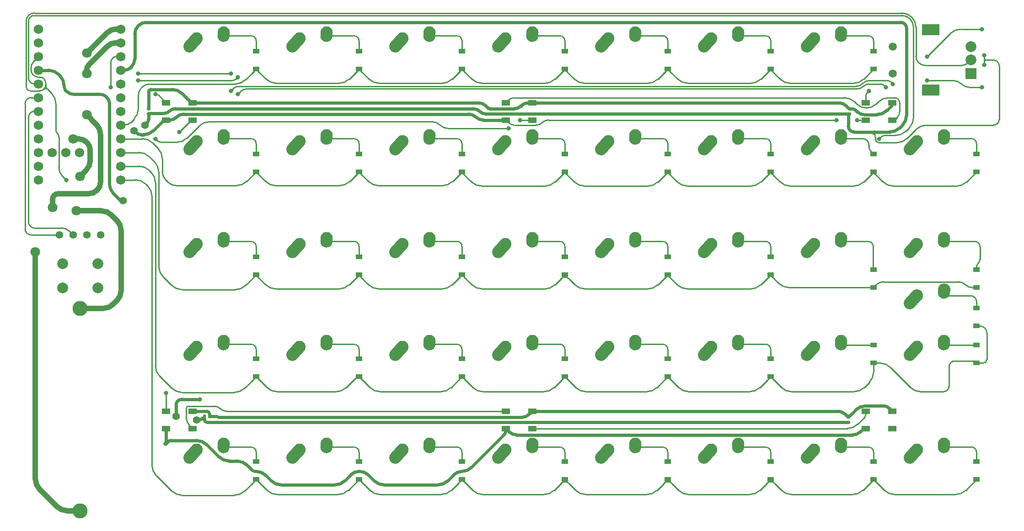
<source format=gbl>
G04 #@! TF.GenerationSoftware,KiCad,Pcbnew,(6.0.1)*
G04 #@! TF.CreationDate,2022-04-05T18:46:33+02:00*
G04 #@! TF.ProjectId,Keyboard Right Hand Side,4b657962-6f61-4726-9420-526967687420,rev?*
G04 #@! TF.SameCoordinates,Original*
G04 #@! TF.FileFunction,Copper,L2,Bot*
G04 #@! TF.FilePolarity,Positive*
%FSLAX46Y46*%
G04 Gerber Fmt 4.6, Leading zero omitted, Abs format (unit mm)*
G04 Created by KiCad (PCBNEW (6.0.1)) date 2022-04-05 18:46:33*
%MOMM*%
%LPD*%
G01*
G04 APERTURE LIST*
G04 Aperture macros list*
%AMRoundRect*
0 Rectangle with rounded corners*
0 $1 Rounding radius*
0 $2 $3 $4 $5 $6 $7 $8 $9 X,Y pos of 4 corners*
0 Add a 4 corners polygon primitive as box body*
4,1,4,$2,$3,$4,$5,$6,$7,$8,$9,$2,$3,0*
0 Add four circle primitives for the rounded corners*
1,1,$1+$1,$2,$3*
1,1,$1+$1,$4,$5*
1,1,$1+$1,$6,$7*
1,1,$1+$1,$8,$9*
0 Add four rect primitives between the rounded corners*
20,1,$1+$1,$2,$3,$4,$5,0*
20,1,$1+$1,$4,$5,$6,$7,0*
20,1,$1+$1,$6,$7,$8,$9,0*
20,1,$1+$1,$8,$9,$2,$3,0*%
%AMHorizOval*
0 Thick line with rounded ends*
0 $1 width*
0 $2 $3 position (X,Y) of the first rounded end (center of the circle)*
0 $4 $5 position (X,Y) of the second rounded end (center of the circle)*
0 Add line between two ends*
20,1,$1,$2,$3,$4,$5,0*
0 Add two circle primitives to create the rounded ends*
1,1,$1,$2,$3*
1,1,$1,$4,$5*%
G04 Aperture macros list end*
G04 #@! TA.AperFunction,ComponentPad*
%ADD10C,2.250000*%
G04 #@! TD*
G04 #@! TA.AperFunction,ComponentPad*
%ADD11HorizOval,2.250000X0.655001X0.730000X-0.655001X-0.730000X0*%
G04 #@! TD*
G04 #@! TA.AperFunction,ComponentPad*
%ADD12HorizOval,2.250000X0.020000X0.290000X-0.020000X-0.290000X0*%
G04 #@! TD*
G04 #@! TA.AperFunction,ComponentPad*
%ADD13C,2.000000*%
G04 #@! TD*
G04 #@! TA.AperFunction,ComponentPad*
%ADD14C,1.500000*%
G04 #@! TD*
G04 #@! TA.AperFunction,ComponentPad*
%ADD15R,2.000000X2.000000*%
G04 #@! TD*
G04 #@! TA.AperFunction,ComponentPad*
%ADD16R,3.200000X2.000000*%
G04 #@! TD*
G04 #@! TA.AperFunction,ComponentPad*
%ADD17C,1.397000*%
G04 #@! TD*
G04 #@! TA.AperFunction,ComponentPad*
%ADD18C,1.752600*%
G04 #@! TD*
G04 #@! TA.AperFunction,ComponentPad*
%ADD19C,2.800000*%
G04 #@! TD*
G04 #@! TA.AperFunction,SMDPad,CuDef*
%ADD20R,1.200000X0.900000*%
G04 #@! TD*
G04 #@! TA.AperFunction,SMDPad,CuDef*
%ADD21RoundRect,0.140000X-0.140000X-0.170000X0.140000X-0.170000X0.140000X0.170000X-0.140000X0.170000X0*%
G04 #@! TD*
G04 #@! TA.AperFunction,SMDPad,CuDef*
%ADD22R,1.500000X1.000000*%
G04 #@! TD*
G04 #@! TA.AperFunction,SMDPad,CuDef*
%ADD23RoundRect,0.140000X0.170000X-0.140000X0.170000X0.140000X-0.170000X0.140000X-0.170000X-0.140000X0*%
G04 #@! TD*
G04 #@! TA.AperFunction,ViaPad*
%ADD24C,0.800000*%
G04 #@! TD*
G04 #@! TA.AperFunction,ViaPad*
%ADD25C,1.400000*%
G04 #@! TD*
G04 #@! TA.AperFunction,ViaPad*
%ADD26C,1.800000*%
G04 #@! TD*
G04 #@! TA.AperFunction,Conductor*
%ADD27C,0.250000*%
G04 #@! TD*
G04 #@! TA.AperFunction,Conductor*
%ADD28C,0.600000*%
G04 #@! TD*
G04 #@! TA.AperFunction,Conductor*
%ADD29C,1.000000*%
G04 #@! TD*
G04 APERTURE END LIST*
D10*
X169557300Y-88083000D03*
D11*
X168902301Y-88813000D03*
D12*
X174577300Y-87293000D03*
D10*
X174597300Y-87003000D03*
D11*
X187952301Y-126913000D03*
D10*
X188607300Y-126183000D03*
D12*
X193627300Y-125393000D03*
D10*
X193647300Y-125103000D03*
D11*
X187952301Y-69763000D03*
D10*
X188607300Y-69033000D03*
D12*
X193627300Y-68243000D03*
D10*
X193647300Y-67953000D03*
X131457300Y-107133000D03*
D11*
X130802301Y-107863000D03*
D10*
X136497300Y-106053000D03*
D12*
X136477300Y-106343000D03*
D11*
X130802301Y-88813000D03*
D10*
X131457300Y-88083000D03*
D12*
X136477300Y-87293000D03*
D10*
X136497300Y-87003000D03*
X207657300Y-88083000D03*
D11*
X207002301Y-88813000D03*
D12*
X212677300Y-87293000D03*
D10*
X212697300Y-87003000D03*
D11*
X111752301Y-50713000D03*
D10*
X112407300Y-49983000D03*
D12*
X117427300Y-49193000D03*
D10*
X117447300Y-48903000D03*
X226707300Y-107133000D03*
D11*
X226052301Y-107863000D03*
D10*
X231747300Y-106053000D03*
D12*
X231727300Y-106343000D03*
D11*
X168902301Y-50713000D03*
D10*
X169557300Y-49983000D03*
D12*
X174577300Y-49193000D03*
D10*
X174597300Y-48903000D03*
D11*
X226052301Y-88813000D03*
D10*
X226707300Y-88083000D03*
D12*
X231727300Y-87293000D03*
D10*
X231747300Y-87003000D03*
X150507300Y-69033000D03*
D11*
X149852301Y-69763000D03*
D12*
X155527300Y-68243000D03*
D10*
X155547300Y-67953000D03*
D11*
X168902301Y-69763000D03*
D10*
X169557300Y-69033000D03*
X174597300Y-67953000D03*
D12*
X174577300Y-68243000D03*
D10*
X112407300Y-126183000D03*
D11*
X111752301Y-126913000D03*
D12*
X117427300Y-125393000D03*
D10*
X117447300Y-125103000D03*
D11*
X130802301Y-126913000D03*
D10*
X131457300Y-126183000D03*
D12*
X136477300Y-125393000D03*
D10*
X136497300Y-125103000D03*
X245757300Y-126183000D03*
D11*
X245102301Y-126913000D03*
D12*
X250777300Y-125393000D03*
D10*
X250797300Y-125103000D03*
D13*
X87630000Y-91730000D03*
X94130000Y-91730000D03*
X87630000Y-96230000D03*
X94130000Y-96230000D03*
D10*
X188607300Y-107133000D03*
D11*
X187952301Y-107863000D03*
D12*
X193627300Y-106343000D03*
D10*
X193647300Y-106053000D03*
X150507300Y-49983000D03*
D11*
X149852301Y-50713000D03*
D12*
X155527300Y-49193000D03*
D10*
X155547300Y-48903000D03*
X131457300Y-69033000D03*
D11*
X130802301Y-69763000D03*
D12*
X136477300Y-68243000D03*
D10*
X136497300Y-67953000D03*
D11*
X187952301Y-88813000D03*
D10*
X188607300Y-88083000D03*
D12*
X193627300Y-87293000D03*
D10*
X193647300Y-87003000D03*
X226707300Y-69033000D03*
D11*
X226052301Y-69763000D03*
D10*
X231747300Y-67953000D03*
D12*
X231727300Y-68243000D03*
D11*
X245102301Y-69763000D03*
D10*
X245757300Y-69033000D03*
D12*
X250777300Y-68243000D03*
D10*
X250797300Y-67953000D03*
D11*
X168902301Y-107863000D03*
D10*
X169557300Y-107133000D03*
D12*
X174577300Y-106343000D03*
D10*
X174597300Y-106053000D03*
X207657300Y-69033000D03*
D11*
X207002301Y-69763000D03*
D12*
X212677300Y-68243000D03*
D10*
X212697300Y-67953000D03*
D11*
X168902301Y-126913000D03*
D10*
X169557300Y-126183000D03*
X174597300Y-125103000D03*
D12*
X174577300Y-125393000D03*
D11*
X149852301Y-126913000D03*
D10*
X150507300Y-126183000D03*
D12*
X155527300Y-125393000D03*
D10*
X155547300Y-125103000D03*
X131457300Y-49983000D03*
D11*
X130802301Y-50713000D03*
D10*
X136497300Y-48903000D03*
D12*
X136477300Y-49193000D03*
D14*
X241275000Y-51470000D03*
X241275000Y-56470000D03*
D15*
X255775000Y-56470000D03*
D13*
X255775000Y-51470000D03*
X255775000Y-53970000D03*
D16*
X248275000Y-48370000D03*
X248275000Y-59570000D03*
D10*
X245772300Y-97603000D03*
D11*
X245117301Y-98333000D03*
D12*
X250792300Y-96813000D03*
D10*
X250812300Y-96523000D03*
X226707300Y-49983000D03*
D11*
X226052301Y-50713000D03*
D10*
X231747300Y-48903000D03*
D12*
X231727300Y-49193000D03*
D11*
X245087301Y-107863000D03*
D10*
X245742300Y-107133000D03*
D12*
X250762300Y-106343000D03*
D10*
X250782300Y-106053000D03*
D11*
X111752301Y-69763000D03*
D10*
X112407300Y-69033000D03*
X117447300Y-67953000D03*
D12*
X117427300Y-68243000D03*
D10*
X207657300Y-49983000D03*
D11*
X207002301Y-50713000D03*
D10*
X212697300Y-48903000D03*
D12*
X212677300Y-49193000D03*
D11*
X149852301Y-107863000D03*
D10*
X150507300Y-107133000D03*
X155547300Y-106053000D03*
D12*
X155527300Y-106343000D03*
D10*
X226707300Y-126183000D03*
D11*
X226052301Y-126913000D03*
D10*
X231747300Y-125103000D03*
D12*
X231727300Y-125393000D03*
D17*
X94605000Y-86360000D03*
X92065000Y-86360000D03*
X89525000Y-86360000D03*
X86985000Y-86360000D03*
D10*
X207657300Y-126183000D03*
D11*
X207002301Y-126913000D03*
D12*
X212677300Y-125393000D03*
D10*
X212697300Y-125103000D03*
X207657300Y-107133000D03*
D11*
X207002301Y-107863000D03*
D10*
X212697300Y-106053000D03*
D12*
X212677300Y-106343000D03*
D18*
X83157300Y-48234750D03*
X83157300Y-50774750D03*
X83157300Y-53314750D03*
X83157300Y-55854750D03*
X83157300Y-58394750D03*
X83157300Y-60934750D03*
X83157300Y-63474750D03*
X83157300Y-66014750D03*
X83157300Y-68554750D03*
X83157300Y-71094750D03*
X83157300Y-73634750D03*
X83157300Y-76174750D03*
X98397300Y-76174750D03*
X98397300Y-73634750D03*
X98397300Y-71094750D03*
X98397300Y-68554750D03*
X98397300Y-66014750D03*
X98397300Y-63474750D03*
X98397300Y-60934750D03*
X98397300Y-58394750D03*
X98397300Y-55854750D03*
X98397300Y-53314750D03*
X98397300Y-50774750D03*
X98397300Y-48234750D03*
X85697300Y-71094750D03*
X88237300Y-71094750D03*
X90777300Y-71094750D03*
D11*
X111752301Y-107863000D03*
D10*
X112407300Y-107133000D03*
D12*
X117427300Y-106343000D03*
D10*
X117447300Y-106053000D03*
D19*
X90805000Y-137495000D03*
X90805000Y-99995000D03*
D11*
X149852301Y-88813000D03*
D10*
X150507300Y-88083000D03*
X155547300Y-87003000D03*
D12*
X155527300Y-87293000D03*
D10*
X112407300Y-88083000D03*
D11*
X111752301Y-88813000D03*
D12*
X117427300Y-87293000D03*
D10*
X117447300Y-87003000D03*
X188607300Y-49983000D03*
D11*
X187952301Y-50713000D03*
D12*
X193627300Y-49193000D03*
D10*
X193647300Y-48903000D03*
D11*
X245057301Y-88813000D03*
D10*
X245712300Y-88083000D03*
D12*
X250732300Y-87293000D03*
D10*
X250752300Y-87003000D03*
D20*
X237732300Y-74724800D03*
X237732300Y-71424800D03*
X199632300Y-55674800D03*
X199632300Y-52374800D03*
X199632300Y-112648000D03*
X199632300Y-109348000D03*
D21*
X113820000Y-120015000D03*
X114780000Y-120015000D03*
D22*
X174535000Y-61900000D03*
X174535000Y-65100000D03*
X169635000Y-65100000D03*
X169635000Y-61900000D03*
D20*
X180582300Y-55674800D03*
X180582300Y-52374800D03*
X256782300Y-96138000D03*
X256782300Y-92838000D03*
X161532300Y-112648000D03*
X161532300Y-109348000D03*
D22*
X241210000Y-119050000D03*
X241210000Y-122250000D03*
X236310000Y-122250000D03*
X236310000Y-119050000D03*
D20*
X161532300Y-55674800D03*
X161532300Y-52374800D03*
X237732300Y-55674800D03*
X237732300Y-52374800D03*
D23*
X233200000Y-63980000D03*
X233200000Y-63020000D03*
D22*
X174535000Y-119050000D03*
X174535000Y-122250000D03*
X169635000Y-122250000D03*
X169635000Y-119050000D03*
D20*
X180582300Y-131698000D03*
X180582300Y-128398000D03*
X123432300Y-55674800D03*
X123432300Y-52374800D03*
X256782300Y-103250000D03*
X256782300Y-99950000D03*
X161532300Y-131698000D03*
X161532300Y-128398000D03*
X256782300Y-110108000D03*
X256782300Y-106808000D03*
X199632300Y-74724800D03*
X199632300Y-71424800D03*
X161532300Y-74724800D03*
X161532300Y-71424800D03*
X218682300Y-112648000D03*
X218682300Y-109348000D03*
X180582300Y-112648000D03*
X180582300Y-109348000D03*
X142482300Y-131698000D03*
X142482300Y-128398000D03*
X142482300Y-93774800D03*
X142482300Y-90474800D03*
D23*
X166497000Y-63980000D03*
X166497000Y-63020000D03*
D20*
X256782300Y-131698000D03*
X256782300Y-128398000D03*
X199632300Y-131698000D03*
X199632300Y-128398000D03*
X123432300Y-112648000D03*
X123432300Y-109348000D03*
X199632300Y-93774800D03*
X199632300Y-90474800D03*
X180582300Y-74724800D03*
X180582300Y-71424800D03*
X237732300Y-131698000D03*
X237732300Y-128398000D03*
X237732300Y-110108000D03*
X237732300Y-106808000D03*
X123432300Y-74724800D03*
X123432300Y-71424800D03*
X218682300Y-131698000D03*
X218682300Y-128398000D03*
D23*
X103505000Y-63980000D03*
X103505000Y-63020000D03*
D20*
X142482300Y-112648000D03*
X142482300Y-109348000D03*
X142482300Y-55674800D03*
X142482300Y-52374800D03*
X218682300Y-93774800D03*
X218682300Y-90474800D03*
X123432300Y-93774800D03*
X123432300Y-90474800D03*
X218682300Y-74724800D03*
X218682300Y-71424800D03*
D22*
X111670000Y-61900000D03*
X111670000Y-65100000D03*
X106770000Y-65100000D03*
X106770000Y-61900000D03*
X241210000Y-61900000D03*
X241210000Y-65100000D03*
X236310000Y-65100000D03*
X236310000Y-61900000D03*
D20*
X180582300Y-93774800D03*
X180582300Y-90474800D03*
X161532300Y-93774800D03*
X161532300Y-90474800D03*
X256782300Y-74724800D03*
X256782300Y-71424800D03*
X237732300Y-96138000D03*
X237732300Y-92838000D03*
D22*
X111670000Y-119050000D03*
X111670000Y-122250000D03*
X106770000Y-122250000D03*
X106770000Y-119050000D03*
D20*
X123432300Y-131698000D03*
X123432300Y-128398000D03*
D23*
X167005000Y-121130000D03*
X167005000Y-120170000D03*
D20*
X142482300Y-74724800D03*
X142482300Y-71424800D03*
X218682300Y-55674800D03*
X218682300Y-52374800D03*
D23*
X233045000Y-121130000D03*
X233045000Y-120170000D03*
D24*
X88265000Y-76200000D03*
X258217500Y-54837500D03*
X113030000Y-116840000D03*
D25*
X102870000Y-66040000D03*
D24*
X258217500Y-53112500D03*
D25*
X112395000Y-120650000D03*
X108585000Y-120015000D03*
D26*
X85725000Y-81280000D03*
X82550000Y-89535000D03*
X92075000Y-56515000D03*
X92075000Y-64135000D03*
X89535000Y-68580000D03*
X90805000Y-75565000D03*
X90170000Y-81915000D03*
X92075000Y-52705000D03*
D24*
X234645000Y-65100000D03*
D25*
X100838000Y-67056000D03*
D24*
X106680000Y-125095000D03*
D25*
X98806000Y-80010000D03*
D24*
X230835000Y-65100000D03*
X236855000Y-59690000D03*
X238760000Y-68580000D03*
X247650000Y-57785000D03*
X120015000Y-60325000D03*
X120015000Y-57150000D03*
X240030000Y-59055000D03*
X101600000Y-57785000D03*
X257810000Y-59055000D03*
X101600000Y-56515000D03*
X247650000Y-53340000D03*
X118745000Y-59690000D03*
X241300000Y-58420000D03*
X257810000Y-48260000D03*
X118745000Y-56515000D03*
X104775000Y-60325000D03*
X172236017Y-65100000D03*
X170180000Y-66675000D03*
X104775000Y-68580000D03*
X106770000Y-115660000D03*
X109220000Y-67310000D03*
X96520000Y-59055000D03*
D27*
X86360000Y-62086981D02*
X86360000Y-66929498D01*
X83370987Y-59690000D02*
X81597858Y-59690000D01*
X86898111Y-73866574D02*
X86898111Y-68228612D01*
X82364013Y-45270480D02*
X242943199Y-45270480D01*
X88265000Y-76200000D02*
X87581555Y-75516555D01*
X84455000Y-58234012D02*
X84455000Y-58605987D01*
X254059357Y-54975000D02*
X247266626Y-54975000D01*
X83370987Y-57150000D02*
X83130166Y-57150000D01*
X245559520Y-53267893D02*
X245559520Y-47886800D01*
X81729520Y-55749353D02*
X81729520Y-55536025D01*
X85563103Y-60163103D02*
X84772500Y-59372500D01*
X82290605Y-54181444D02*
X83157300Y-53314750D01*
X80830480Y-46804013D02*
X80830480Y-58922621D01*
X255272500Y-54472500D02*
X255775000Y-53970000D01*
X84137500Y-57467500D02*
G75*
G02*
X84455000Y-58234012I-766513J-766513D01*
G01*
X81055240Y-59465240D02*
G75*
G02*
X80830480Y-58922621I542618J542618D01*
G01*
X84455001Y-58605987D02*
G75*
G03*
X84772501Y-59372499I1084010J-1D01*
G01*
X84772500Y-59372500D02*
G75*
G03*
X84137500Y-59372500I-317500J-317499D01*
G01*
X86360000Y-62086981D02*
G75*
G03*
X85563103Y-60163103I-2720777J-2D01*
G01*
X82139760Y-56739760D02*
G75*
G03*
X83130166Y-57150000I990406J990405D01*
G01*
X83370987Y-59690000D02*
G75*
G03*
X84137500Y-59372500I-4J1084022D01*
G01*
X86629055Y-67579055D02*
G75*
G02*
X86898111Y-68228612I-649561J-649560D01*
G01*
X87581555Y-75516555D02*
G75*
G02*
X86898111Y-73866574I1649980J1649980D01*
G01*
X242943199Y-45270480D02*
G75*
G02*
X244793217Y-46036782I1J-2616319D01*
G01*
X84455000Y-58605987D02*
G75*
G02*
X84137500Y-59372500I-1084022J4D01*
G01*
X255272500Y-54472500D02*
G75*
G02*
X254059357Y-54975000I-1213146J1213151D01*
G01*
X81597858Y-59689999D02*
G75*
G02*
X81055241Y-59465239I3J767384D01*
G01*
X81279641Y-45719641D02*
G75*
G03*
X80830480Y-46804013I1084372J-1084371D01*
G01*
X246059520Y-54475000D02*
G75*
G02*
X245559520Y-53267893I1207101J1207105D01*
G01*
X245559520Y-47886800D02*
G75*
G03*
X244793217Y-46036782I-2616321J-1D01*
G01*
X81279641Y-45719641D02*
G75*
G02*
X82364013Y-45270480I1084371J-1084372D01*
G01*
X86360000Y-66929498D02*
G75*
G03*
X86629055Y-67579055I918615J1D01*
G01*
X81729520Y-55749353D02*
G75*
G03*
X82139760Y-56739760I1400639J-3D01*
G01*
X84137500Y-57467500D02*
G75*
G03*
X83370987Y-57150000I-766512J-766511D01*
G01*
X246059520Y-54475000D02*
G75*
G03*
X247266626Y-54975000I1207107J1207108D01*
G01*
X81729520Y-55536025D02*
G75*
G02*
X82290605Y-54181444I1915665J1D01*
G01*
X256010022Y-96138000D02*
X256782300Y-96138000D01*
X142454652Y-93802447D02*
X140660996Y-95596103D01*
X214937118Y-96393000D02*
X203299281Y-96393000D01*
X218654652Y-93802447D02*
X216860996Y-95596103D01*
X179875193Y-94481906D02*
X178760996Y-95596103D01*
X109711981Y-96520000D02*
X119560118Y-96520000D01*
X199604652Y-93802447D02*
X197810996Y-95596103D01*
X103641646Y-71891646D02*
X104613103Y-72863103D01*
X195887118Y-96393000D02*
X184327481Y-96393000D01*
X160825191Y-94481906D02*
X159710996Y-95596103D01*
X144225403Y-95596103D02*
X142509947Y-93880647D01*
X107788103Y-95723103D02*
X106206896Y-94141896D01*
X121483996Y-95723103D02*
X123404652Y-93802447D01*
X161885853Y-94128353D02*
X163353603Y-95596103D01*
X176837118Y-96393000D02*
X165277481Y-96393000D01*
X105410000Y-92218018D02*
X105410000Y-74786981D01*
X160825194Y-94481904D02*
X161178746Y-94128352D01*
X160825191Y-94481906D02*
X160825194Y-94481904D01*
X253440066Y-95073489D02*
X239549533Y-95073489D01*
X125175403Y-95596103D02*
X123459947Y-93880647D01*
X201375403Y-95596103D02*
X199659947Y-93880647D01*
X146149281Y-96393000D02*
X157787118Y-96393000D01*
X101717768Y-71094750D02*
X98397300Y-71094750D01*
X218709947Y-93880647D02*
X220170403Y-95341103D01*
X222094281Y-96138000D02*
X236979577Y-96138000D01*
X160825192Y-94481906D02*
X160825194Y-94481905D01*
X181289406Y-94481906D02*
X182403603Y-95596103D01*
X127099281Y-96393000D02*
X138737118Y-96393000D01*
X104613103Y-72863103D02*
G75*
G02*
X105410000Y-74786981I-1923880J-1923880D01*
G01*
X199632299Y-93813900D02*
G75*
G03*
X199604652Y-93802447I-16195J1D01*
G01*
X179875194Y-94481907D02*
G75*
G02*
X181289406Y-94481906I707106J-707106D01*
G01*
X238264555Y-95605744D02*
G75*
G02*
X239549533Y-95073489I1284975J-1284973D01*
G01*
X107788103Y-95723103D02*
G75*
G03*
X109711981Y-96520000I1923880J1923880D01*
G01*
X163353603Y-95596103D02*
G75*
G03*
X165277481Y-96393000I1923880J1923880D01*
G01*
X159710996Y-95596103D02*
G75*
G02*
X157787118Y-96393000I-1923880J1923880D01*
G01*
X203299281Y-96393000D02*
G75*
G02*
X201375403Y-95596103I2J2720777D01*
G01*
X161178747Y-94128353D02*
G75*
G02*
X161885852Y-94128354I353552J-353554D01*
G01*
X216860996Y-95596103D02*
G75*
G02*
X214937118Y-96393000I-1923880J1923880D01*
G01*
X160825195Y-94481906D02*
G75*
G03*
X160825194Y-94481905I-1J0D01*
G01*
X199632301Y-93813900D02*
G75*
G03*
X199659948Y-93880646I94393J-1D01*
G01*
X218682299Y-93813900D02*
G75*
G03*
X218654652Y-93802447I-16195J1D01*
G01*
X218682301Y-93813900D02*
G75*
G03*
X218709948Y-93880646I94393J-1D01*
G01*
X121483996Y-95723103D02*
G75*
G02*
X119560118Y-96520000I-1923880J1923880D01*
G01*
X238264555Y-95605744D02*
G75*
G02*
X236979577Y-96138000I-1284979J1284978D01*
G01*
X184327481Y-96393000D02*
G75*
G02*
X182403603Y-95596103I2J2720777D01*
G01*
X142482301Y-93813900D02*
G75*
G03*
X142509948Y-93880646I94393J-1D01*
G01*
X178760996Y-95596103D02*
G75*
G02*
X176837118Y-96393000I-1923880J1923880D01*
G01*
X220170403Y-95341103D02*
G75*
G03*
X222094281Y-96138000I1923880J1923880D01*
G01*
X125175403Y-95596103D02*
G75*
G03*
X127099281Y-96393000I1923880J1923880D01*
G01*
X101717768Y-71094750D02*
G75*
G02*
X103641646Y-71891646I2J-2720770D01*
G01*
X254725044Y-95605744D02*
G75*
G03*
X256010022Y-96138000I1284979J1284978D01*
G01*
X160825191Y-94481906D02*
G75*
G02*
X160825194Y-94481906I1J-979259918D01*
G01*
X123432301Y-93813900D02*
G75*
G03*
X123459948Y-93880646I94393J-1D01*
G01*
X140660996Y-95596103D02*
G75*
G02*
X138737118Y-96393000I-1923880J1923880D01*
G01*
X123432299Y-93813900D02*
G75*
G03*
X123404652Y-93802447I-16195J1D01*
G01*
X160825192Y-94481906D02*
G75*
G02*
X160825194Y-94481906I1J-979259918D01*
G01*
X160825194Y-94481906D02*
G75*
G02*
X160825194Y-94481904I0J1D01*
G01*
X142482299Y-93813900D02*
G75*
G03*
X142454652Y-93802447I-16195J1D01*
G01*
X254725044Y-95605744D02*
G75*
G03*
X253440066Y-95073489I-1284975J-1284973D01*
G01*
X197810996Y-95596103D02*
G75*
G02*
X195887118Y-96393000I-1923880J1923880D01*
G01*
X144225403Y-95596103D02*
G75*
G03*
X146149281Y-96393000I1923880J1923880D01*
G01*
X106206896Y-94141896D02*
G75*
G02*
X105410000Y-92218018I1923874J1923876D01*
G01*
X203554281Y-115443000D02*
X214760318Y-115443000D01*
X182580403Y-114646103D02*
X180935853Y-113001553D01*
X237732300Y-111776018D02*
X237732300Y-110687009D01*
X235989196Y-114646103D02*
X236935403Y-113699896D01*
X161442143Y-112738156D02*
X159534196Y-114646103D01*
X184504281Y-115443000D02*
X195710318Y-115443000D01*
X179875194Y-113355104D02*
X180228746Y-113001552D01*
X105571896Y-112556896D02*
X107788103Y-114773103D01*
X217975192Y-113355106D02*
X217975194Y-113355105D01*
X251702300Y-110812012D02*
X251702300Y-114358987D01*
X220680403Y-114646103D02*
X219035853Y-113001553D01*
X179875191Y-113355106D02*
X178584196Y-114646103D01*
X103978103Y-74768103D02*
X103641646Y-74431646D01*
X179875191Y-113355106D02*
X179875194Y-113355104D01*
X217975194Y-113355104D02*
X218328746Y-113001552D01*
X122725192Y-113355106D02*
X122725194Y-113355105D01*
X104775000Y-76691981D02*
X104775000Y-110633018D01*
X199542143Y-112738156D02*
X197634196Y-114646103D01*
X138180318Y-115443000D02*
X127354281Y-115443000D01*
X101717768Y-73634750D02*
X98397300Y-73634750D01*
X146404281Y-115443000D02*
X157610318Y-115443000D01*
X217975191Y-113355106D02*
X216684196Y-114646103D01*
X179875192Y-113355106D02*
X179875194Y-113355105D01*
X234065318Y-115443000D02*
X222604281Y-115443000D01*
X123785853Y-113001553D02*
X125430403Y-114646103D01*
X258038599Y-110108000D02*
X257051000Y-110108000D01*
X119383318Y-115570000D02*
X109711981Y-115570000D01*
X240814196Y-110904896D02*
X244555403Y-114646103D01*
X163530403Y-114646103D02*
X161622456Y-112738156D01*
X201630403Y-114646103D02*
X199722456Y-112738156D01*
X238890318Y-110108000D02*
X238311309Y-110108000D01*
X217975191Y-113355106D02*
X217975194Y-113355104D01*
X246479281Y-115443000D02*
X250618287Y-115443000D01*
X257384777Y-103250000D02*
X256782300Y-103250000D01*
X142354800Y-112648000D02*
X142292300Y-112648000D01*
X122725191Y-113355106D02*
X121307196Y-114773103D01*
X144480403Y-114646103D02*
X142572456Y-112738156D01*
X123078746Y-113001552D02*
X122725194Y-113355104D01*
X258687300Y-104552522D02*
X258687300Y-109459299D01*
X122725191Y-113355106D02*
X122725194Y-113355104D01*
X165454281Y-115443000D02*
X176660318Y-115443000D01*
X141967949Y-112782350D02*
X140104196Y-114646103D01*
X252786312Y-109728000D02*
X256133599Y-109728000D01*
X244555403Y-114646103D02*
G75*
G03*
X246479281Y-115443000I1923880J1923880D01*
G01*
X217975194Y-113355105D02*
G75*
G03*
X217975194Y-113355105I0J0D01*
G01*
X103641646Y-74431646D02*
G75*
G03*
X101717768Y-73634750I-1923876J-1923874D01*
G01*
X238311309Y-110108000D02*
G75*
G03*
X237732300Y-110687009I-3J-579006D01*
G01*
X104775000Y-110633018D02*
G75*
G03*
X105571896Y-112556896I2720770J-2D01*
G01*
X179875192Y-113355106D02*
G75*
G02*
X179875194Y-113355106I1J-960386718D01*
G01*
X142292300Y-112648000D02*
G75*
G03*
X141967949Y-112782350I-3J-458695D01*
G01*
X195710318Y-115443000D02*
G75*
G03*
X197634196Y-114646103I-2J2720777D01*
G01*
X179875194Y-113355106D02*
G75*
G03*
X179875194Y-113355104I-1253617018J1D01*
G01*
X236935403Y-113699896D02*
G75*
G03*
X237732300Y-111776018I-1923880J1923880D01*
G01*
X127354281Y-115443000D02*
G75*
G02*
X125430403Y-114646103I2J2720777D01*
G01*
X122725192Y-113355106D02*
G75*
G02*
X122725194Y-113355106I1J-960386718D01*
G01*
X199632299Y-112775500D02*
G75*
G03*
X199542143Y-112738156I-52812J0D01*
G01*
X122725191Y-113355106D02*
G75*
G02*
X122725194Y-113355106I2J-960386718D01*
G01*
X146404281Y-115443000D02*
G75*
G02*
X144480403Y-114646103I2J2720777D01*
G01*
X240814196Y-110904896D02*
G75*
G03*
X238890318Y-110108000I-1923876J-1923874D01*
G01*
X165454281Y-115443000D02*
G75*
G02*
X163530403Y-114646103I2J2720777D01*
G01*
X161442143Y-112738156D02*
G75*
G02*
X161659800Y-112648000I217653J-217650D01*
G01*
X161442143Y-112738156D02*
G75*
G02*
X161532300Y-112775500I37344J-37344D01*
G01*
X217975194Y-113355106D02*
G75*
G03*
X217975194Y-113355104I-1291717018J1D01*
G01*
X217975191Y-113355106D02*
G75*
G02*
X217975194Y-113355106I2J-960386718D01*
G01*
X251702301Y-110812012D02*
G75*
G02*
X252019801Y-110045501I1084001J4D01*
G01*
X252019800Y-110045500D02*
G75*
G02*
X252786312Y-109728000I766508J-766502D01*
G01*
X121307196Y-114773103D02*
G75*
G02*
X119383318Y-115570000I-1923880J1923880D01*
G01*
X142572456Y-112738156D02*
G75*
G03*
X142354800Y-112648000I-217653J-217650D01*
G01*
X235989196Y-114646103D02*
G75*
G02*
X234065318Y-115443000I-1923880J1923880D01*
G01*
X142482300Y-112775500D02*
G75*
G03*
X142354800Y-112648000I-127499J1D01*
G01*
X104775000Y-76691981D02*
G75*
G03*
X103978103Y-74768103I-2720777J-2D01*
G01*
X256592300Y-109918000D02*
G75*
G03*
X256133599Y-109728000I-458700J-458698D01*
G01*
X159534196Y-114646103D02*
G75*
G02*
X157610318Y-115443000I-1923880J1923880D01*
G01*
X256592300Y-109918000D02*
G75*
G03*
X257051000Y-110108000I458702J458705D01*
G01*
X258687299Y-109459299D02*
G75*
G02*
X258497299Y-109917999I-648708J3D01*
G01*
X109711981Y-115570000D02*
G75*
G02*
X107788103Y-114773103I2J2720777D01*
G01*
X251702300Y-114358987D02*
G75*
G02*
X251384800Y-115125500I-1084022J4D01*
G01*
X122725194Y-113355106D02*
G75*
G03*
X122725194Y-113355104I-1196467018J1D01*
G01*
X179875194Y-113355105D02*
G75*
G03*
X179875194Y-113355105I0J0D01*
G01*
X161622457Y-112738155D02*
G75*
G03*
X161532300Y-112775500I-37345J-37343D01*
G01*
X203554281Y-115443000D02*
G75*
G02*
X201630403Y-114646103I2J2720777D01*
G01*
X161622455Y-112738157D02*
G75*
G02*
X161659800Y-112648000I37343J37345D01*
G01*
X123785852Y-113001554D02*
G75*
G03*
X123078747Y-113001553I-353553J-353553D01*
G01*
X178584196Y-114646103D02*
G75*
G02*
X176660318Y-115443000I-1923880J1923880D01*
G01*
X179875191Y-113355106D02*
G75*
G02*
X179875194Y-113355106I2J-960386718D01*
G01*
X251384800Y-115125500D02*
G75*
G02*
X250618287Y-115443000I-766517J766522D01*
G01*
X140104196Y-114646103D02*
G75*
G02*
X138180318Y-115443000I-1923880J1923880D01*
G01*
X258497300Y-109918000D02*
G75*
G02*
X258038599Y-110108000I-458704J458709D01*
G01*
X122725194Y-113355105D02*
G75*
G03*
X122725194Y-113355105I0J0D01*
G01*
X184504281Y-115443000D02*
G75*
G02*
X182580403Y-114646103I2J2720777D01*
G01*
X180935852Y-113001554D02*
G75*
G03*
X180228747Y-113001553I-353553J-353553D01*
G01*
X257384777Y-103250001D02*
G75*
G02*
X258305799Y-103631501I3J-1302516D01*
G01*
X258305800Y-103631500D02*
G75*
G02*
X258687300Y-104552522I-921023J-921023D01*
G01*
X219035852Y-113001554D02*
G75*
G03*
X218328747Y-113001553I-353553J-353553D01*
G01*
X199722456Y-112738156D02*
G75*
G03*
X199542143Y-112738156I-90156J-90157D01*
G01*
X217975192Y-113355106D02*
G75*
G02*
X217975194Y-113355106I1J-960386718D01*
G01*
X142572457Y-112738155D02*
G75*
G03*
X142482300Y-112775500I-37345J-37343D01*
G01*
X214760318Y-115443000D02*
G75*
G03*
X216684196Y-114646103I-2J2720777D01*
G01*
X199632302Y-112775500D02*
G75*
G02*
X199722455Y-112738157I52810J2D01*
G01*
X222604281Y-115443000D02*
G75*
G02*
X220680403Y-114646103I2J2720777D01*
G01*
X219389406Y-132405106D02*
X220680403Y-133696103D01*
X142572456Y-131788156D02*
X144480403Y-133696103D01*
X216684196Y-133696103D02*
X217975193Y-132405106D01*
X160825191Y-132405106D02*
X160825194Y-132405104D01*
X142392143Y-131788156D02*
X140484196Y-133696103D01*
X163530403Y-133696103D02*
X161885853Y-132051553D01*
X165454281Y-134493000D02*
X176660318Y-134493000D01*
X127354281Y-134493000D02*
X138560318Y-134493000D01*
X104936896Y-130971896D02*
X107788103Y-133823103D01*
X119383318Y-134620000D02*
X109711981Y-134620000D01*
X184504281Y-134493000D02*
X195710318Y-134493000D01*
X146404281Y-134493000D02*
X157610318Y-134493000D01*
X214760318Y-134493000D02*
X203554281Y-134493000D01*
X122725191Y-132405106D02*
X121307196Y-133823103D01*
X182580403Y-133696103D02*
X181289406Y-132405106D01*
X122725194Y-132405104D02*
X123078747Y-132051553D01*
X103343103Y-77308103D02*
X103006646Y-76971646D01*
X237866650Y-131832350D02*
X239730403Y-133696103D01*
X197634196Y-133696103D02*
X198925193Y-132405106D01*
X122725192Y-132405106D02*
X122725194Y-132405105D01*
X160825194Y-132405104D02*
X161178746Y-132051552D01*
X179875193Y-132405106D02*
X178584196Y-133696103D01*
X104140000Y-129048018D02*
X104140000Y-79231981D01*
X233810318Y-134493000D02*
X222604281Y-134493000D01*
X125430403Y-133696103D02*
X123785853Y-132051553D01*
X252860318Y-134493000D02*
X241654281Y-134493000D01*
X160825191Y-132405106D02*
X159534196Y-133696103D01*
X160825192Y-132405106D02*
X160825194Y-132405105D01*
X122725191Y-132405106D02*
X122725194Y-132405104D01*
X254784196Y-133696103D02*
X256782300Y-131698000D01*
X235734196Y-133696103D02*
X237597949Y-131832350D01*
X101082768Y-76174750D02*
X98397300Y-76174750D01*
X201630403Y-133696103D02*
X200339406Y-132405106D01*
X142482299Y-131825500D02*
G75*
G03*
X142392143Y-131788156I-52812J0D01*
G01*
X237866651Y-131832349D02*
G75*
G02*
X237922300Y-131698000I55649J55649D01*
G01*
X107788103Y-133823103D02*
G75*
G03*
X109711981Y-134620000I1923880J1923880D01*
G01*
X160825191Y-132405106D02*
G75*
G02*
X160825194Y-132405106I1J-941336718D01*
G01*
X160825194Y-132405106D02*
G75*
G02*
X160825194Y-132405104I0J1D01*
G01*
X237597950Y-131832351D02*
G75*
G02*
X237866650Y-131832350I134350J-134349D01*
G01*
X254784196Y-133696103D02*
G75*
G02*
X252860318Y-134493000I-1923880J1923880D01*
G01*
X121307196Y-133823103D02*
G75*
G02*
X119383318Y-134620000I-1923880J1923880D01*
G01*
X122725195Y-132405106D02*
G75*
G03*
X122725194Y-132405105I-1J0D01*
G01*
X159534196Y-133696103D02*
G75*
G02*
X157610318Y-134493000I-1923880J1923880D01*
G01*
X142392144Y-131788157D02*
G75*
G02*
X142572456Y-131788156I90156J-90156D01*
G01*
X122725191Y-132405106D02*
G75*
G02*
X122725194Y-132405106I1J-941336718D01*
G01*
X160825195Y-132405106D02*
G75*
G03*
X160825194Y-132405105I-1J0D01*
G01*
X237597949Y-131832350D02*
G75*
G02*
X237922300Y-131698000I324348J-324345D01*
G01*
X239730403Y-133696103D02*
G75*
G03*
X241654281Y-134493000I1923880J1923880D01*
G01*
X140484196Y-133696103D02*
G75*
G02*
X138560318Y-134493000I-1923880J1923880D01*
G01*
X179875194Y-132405107D02*
G75*
G02*
X181289406Y-132405106I707106J-707106D01*
G01*
X123078747Y-132051553D02*
G75*
G02*
X123785853Y-132051553I353553J-353551D01*
G01*
X197634196Y-133696103D02*
G75*
G02*
X195710318Y-134493000I-1923880J1923880D01*
G01*
X235734196Y-133696103D02*
G75*
G02*
X233810318Y-134493000I-1923880J1923880D01*
G01*
X198925194Y-132405107D02*
G75*
G02*
X200339406Y-132405106I707106J-707106D01*
G01*
X161178747Y-132051553D02*
G75*
G02*
X161885852Y-132051554I353552J-353554D01*
G01*
X125430403Y-133696103D02*
G75*
G03*
X127354281Y-134493000I1923880J1923880D01*
G01*
X203554281Y-134493000D02*
G75*
G02*
X201630403Y-133696103I2J2720777D01*
G01*
X163530403Y-133696103D02*
G75*
G03*
X165454281Y-134493000I1923880J1923880D01*
G01*
X178584196Y-133696103D02*
G75*
G02*
X176660318Y-134493000I-1923880J1923880D01*
G01*
X104936896Y-130971896D02*
G75*
G02*
X104140000Y-129048018I1923874J1923876D01*
G01*
X104140000Y-79231981D02*
G75*
G03*
X103343103Y-77308103I-2720777J-2D01*
G01*
X160825192Y-132405106D02*
G75*
G02*
X160825194Y-132405106I1J-941336718D01*
G01*
X217975193Y-132405106D02*
G75*
G02*
X219389406Y-132405106I707106J-707107D01*
G01*
X216684196Y-133696103D02*
G75*
G02*
X214760318Y-134493000I-1923880J1923880D01*
G01*
X182580403Y-133696103D02*
G75*
G03*
X184504281Y-134493000I1923880J1923880D01*
G01*
X144480403Y-133696103D02*
G75*
G03*
X146404281Y-134493000I1923880J1923880D01*
G01*
X122725192Y-132405106D02*
G75*
G02*
X122725194Y-132405106I1J-941336718D01*
G01*
X122725194Y-132405106D02*
G75*
G02*
X122725194Y-132405104I0J1D01*
G01*
X103006646Y-76971646D02*
G75*
G03*
X101082768Y-76174750I-1923876J-1923874D01*
G01*
X142482302Y-131825500D02*
G75*
G02*
X142572455Y-131788157I52810J2D01*
G01*
X220680403Y-133696103D02*
G75*
G03*
X222604281Y-134493000I1923880J1923880D01*
G01*
X233189150Y-63980000D02*
X233189122Y-63980000D01*
X166879723Y-121130000D02*
X166879632Y-121130000D01*
X233117105Y-63980000D02*
X233116959Y-63980000D01*
X233214487Y-63980000D02*
X233214329Y-63980000D01*
X233113563Y-63980000D02*
X233113533Y-63980000D01*
X166858061Y-121130000D02*
X166858046Y-121130000D01*
X167163993Y-121130000D02*
X167163972Y-121130000D01*
X233056624Y-63980000D02*
X233056596Y-63980000D01*
X233176037Y-63980000D02*
X233176031Y-63980000D01*
X166883852Y-121130000D02*
X166882975Y-121130000D01*
X233113214Y-63980000D02*
X233113180Y-63980000D01*
X166894595Y-121130000D02*
X166894569Y-121130000D01*
X166901371Y-121130000D02*
X166901349Y-121130000D01*
X233376418Y-63980000D02*
X233376459Y-63980000D01*
X233073918Y-63980000D02*
X233073905Y-63980000D01*
X167166664Y-121130000D02*
X167166447Y-121130000D01*
X233029653Y-63980000D02*
X233029632Y-63980000D01*
X233175532Y-63980000D02*
X233175506Y-63980000D01*
X233313871Y-63980000D02*
X233313849Y-63980000D01*
X166910510Y-121130000D02*
X166910464Y-121130000D01*
X233331078Y-63980000D02*
X233331048Y-63980000D01*
X233235159Y-63980000D02*
X233235113Y-63980000D01*
X167032787Y-121130000D02*
X167025839Y-121130000D01*
X167177501Y-121130000D02*
X167177518Y-121130000D01*
X166867833Y-121130000D02*
X166867593Y-121130000D01*
X233043393Y-63980000D02*
X233043363Y-63980000D01*
X233062331Y-63980000D02*
X233062300Y-63980000D01*
X233134767Y-63980000D02*
X233134755Y-63980000D01*
X233047099Y-63980000D02*
X233047071Y-63980000D01*
X233108933Y-63980000D02*
X233109069Y-63980000D01*
X233015674Y-63980000D02*
X233015633Y-63980000D01*
X233100064Y-63980000D02*
X233100021Y-63980000D01*
X233320928Y-63980000D02*
X233320893Y-63980000D01*
X233103852Y-63980000D02*
X233103830Y-63980000D01*
X233041717Y-63980000D02*
X233041601Y-63980000D01*
X233176238Y-63980000D02*
X233176186Y-63980000D01*
X166866039Y-121130000D02*
X166866017Y-121130000D01*
X233295860Y-63980000D02*
X233295815Y-63980000D01*
X233227888Y-63980000D02*
X233227900Y-63980000D01*
X166852084Y-121130000D02*
X166852071Y-121130000D01*
X166820911Y-121130000D02*
X166820923Y-121130000D01*
X233112493Y-63980000D02*
X233112456Y-63980000D01*
X166997246Y-121130000D02*
X166997175Y-121130000D01*
X233276235Y-63980000D02*
X233276225Y-63980000D01*
X233205817Y-63980000D02*
X233205786Y-63980000D01*
X233231812Y-63980000D02*
X233231821Y-63980000D01*
X233124044Y-63980000D02*
X233124003Y-63980000D01*
X166834870Y-121130000D02*
X166834843Y-121130000D01*
X166872279Y-121130000D02*
X166872247Y-121130000D01*
X233062961Y-63980000D02*
X233062938Y-63980000D01*
X166856283Y-121130000D02*
X166856298Y-121130000D01*
X233319014Y-63980000D02*
X233318967Y-63980000D01*
X233239153Y-63980000D02*
X233239049Y-63980000D01*
X166997812Y-121130000D02*
X166997782Y-121130000D01*
X166822649Y-121130000D02*
X166822535Y-121130000D01*
X166935072Y-121130000D02*
X166935099Y-121130000D01*
X233265392Y-63980000D02*
X233265420Y-63980000D01*
X233025663Y-63980000D02*
X233025657Y-63980000D01*
X233042788Y-63980000D02*
X233042763Y-63980000D01*
X233142275Y-63980000D02*
X233142036Y-63980000D01*
X233180058Y-63980000D02*
X233179945Y-63980000D01*
X167164820Y-121130000D02*
X167164764Y-121130000D01*
X233105222Y-63980000D02*
X233105174Y-63980000D01*
X233201155Y-63980000D02*
X233200841Y-63980000D01*
X233125917Y-63980000D02*
X233125887Y-63980000D01*
X233237414Y-63980000D02*
X233237400Y-63980000D01*
X233222744Y-63980000D02*
X233222718Y-63980000D01*
X233224107Y-63980000D02*
X233224086Y-63980000D01*
X166950272Y-121130000D02*
X166950244Y-121130000D01*
X233359782Y-63980000D02*
X233359752Y-63980000D01*
X233113613Y-63980000D02*
X233113599Y-63980000D01*
X233031324Y-63980000D02*
X233031257Y-63980000D01*
X233035832Y-63980000D02*
X233035875Y-63980000D01*
X166911222Y-121130000D02*
X166911173Y-121130000D01*
X233206034Y-63980000D02*
X233205978Y-63980000D01*
X233019729Y-63980000D02*
X233019579Y-63980000D01*
X166834491Y-121130000D02*
X166834456Y-121130000D01*
X166869104Y-121130000D02*
X166869077Y-121130000D01*
X233292663Y-63980000D02*
X233292639Y-63980000D01*
X166943902Y-121130000D02*
X166943823Y-121130000D01*
X233342749Y-63980000D02*
X233342649Y-63980000D01*
X166951308Y-121130000D02*
X166951349Y-121130000D01*
X233140706Y-63980000D02*
X233140672Y-63980000D01*
X233115536Y-63980000D02*
X233115480Y-63980000D01*
X233107879Y-63980000D02*
X233107846Y-63980000D01*
X233113456Y-63980000D02*
X233113434Y-63980000D01*
X166882687Y-121130000D02*
X166882975Y-121130000D01*
X167130672Y-121130000D02*
X167129532Y-121130000D01*
X233022067Y-63980000D02*
X233022037Y-63980000D01*
X233263962Y-63980000D02*
X233263998Y-63980000D01*
X233113255Y-63980000D02*
X233113214Y-63980000D01*
X166916191Y-121130000D02*
X166916128Y-121130000D01*
X166849924Y-121130000D02*
X166849904Y-121130000D01*
X167177440Y-121130000D02*
X167177426Y-121130000D01*
X233112958Y-63980000D02*
X233112936Y-63980000D01*
X233274611Y-63980000D02*
X233274578Y-63980000D01*
X167032787Y-121130000D02*
X167039735Y-121130000D01*
X167164357Y-121130000D02*
X167164204Y-121130000D01*
X233036934Y-63980000D02*
X233036905Y-63980000D01*
X233021430Y-63980000D02*
X233021443Y-63980000D01*
X166961417Y-121130000D02*
X166961336Y-121130000D01*
X233026179Y-63980000D02*
X233026151Y-63980000D01*
X166894507Y-121130000D02*
X166894529Y-121130000D01*
X233263962Y-63980000D02*
X233263940Y-63980000D01*
X167171949Y-121130000D02*
X167171589Y-121130000D01*
X233015889Y-63980000D02*
X233015859Y-63980000D01*
X233030647Y-63980000D02*
X233030620Y-63980000D01*
X166861847Y-121130000D02*
X166861740Y-121130000D01*
X167169720Y-121130000D02*
X167169462Y-121130000D01*
X166876733Y-121130000D02*
X166876705Y-121130000D01*
X233018242Y-63980000D02*
X233018221Y-63980000D01*
X233085268Y-63980000D02*
X233085277Y-63980000D01*
X233166663Y-63980000D02*
X233166635Y-63980000D01*
X233099363Y-63980000D02*
X233099341Y-63980000D01*
X233112260Y-63980000D02*
X233112246Y-63980000D01*
X166876160Y-121130000D02*
X166876115Y-121130000D01*
X233192361Y-63980000D02*
X233192113Y-63980000D01*
X233318446Y-63980000D02*
X233318508Y-63980000D01*
X233204641Y-63980000D02*
X233204491Y-63980000D01*
X233037333Y-63980000D02*
X233037310Y-63980000D01*
X233181812Y-63980000D02*
X233181782Y-63980000D01*
X233313778Y-63980000D02*
X233313770Y-63980000D01*
X233122236Y-63980000D02*
X233122209Y-63980000D01*
X233183217Y-63980000D02*
X233183190Y-63980000D01*
X233112813Y-63980000D02*
X233112742Y-63980000D01*
X233188540Y-63980000D02*
X233188459Y-63980000D01*
X233242231Y-63980000D02*
X233242209Y-63980000D01*
X233166132Y-63980000D02*
X233166120Y-63980000D01*
X233346543Y-63980000D02*
X233346519Y-63980000D01*
X233098747Y-63980000D02*
X233098708Y-63980000D01*
X233329619Y-63980000D02*
X233329134Y-63980000D01*
X233022642Y-63980000D02*
X233022628Y-63980000D01*
X233067868Y-63980000D02*
X233067838Y-63980000D01*
X166860737Y-121130000D02*
X166860707Y-121130000D01*
X233336718Y-63980000D02*
X233336583Y-63980000D01*
X233069921Y-63980000D02*
X233069908Y-63980000D01*
X233133994Y-63980000D02*
X233133970Y-63980000D01*
X233336352Y-63980000D02*
X233336377Y-63980000D01*
X233320598Y-63980000D02*
X233320576Y-63980000D01*
X233173414Y-63980000D02*
X233173393Y-63980000D01*
X233173095Y-63980000D02*
X233173107Y-63980000D01*
X233150353Y-63980000D02*
X233149693Y-63980000D01*
X166834640Y-121130000D02*
X166834622Y-121130000D01*
X233292688Y-63980000D02*
X233292663Y-63980000D01*
X167156593Y-121130000D02*
X167156566Y-121130000D01*
X166857884Y-121130000D02*
X166857904Y-121130000D01*
X166979633Y-121130000D02*
X166979605Y-121130000D01*
X233357145Y-63980000D02*
X233357101Y-63980000D01*
X233072185Y-63980000D02*
X233072158Y-63980000D01*
X166961114Y-121130000D02*
X166961035Y-121130000D01*
X233191358Y-63980000D02*
X233191314Y-63980000D01*
X233221620Y-63980000D02*
X233221738Y-63980000D01*
X166997675Y-121130000D02*
X166997608Y-121130000D01*
X167092582Y-121130000D02*
X167091315Y-121130000D01*
X233108080Y-63980000D02*
X233107935Y-63980000D01*
X233028607Y-63980000D02*
X233028593Y-63980000D01*
X166872247Y-121130000D02*
X166872208Y-121130000D01*
X166957923Y-121130000D02*
X166957820Y-121130000D01*
X233348669Y-63980000D02*
X233348683Y-63980000D01*
X166941528Y-121130000D02*
X166941484Y-121130000D01*
X166938554Y-121130000D02*
X166938474Y-121130000D01*
X166897987Y-121130000D02*
X166897960Y-121130000D01*
X233054813Y-63980000D02*
X233054785Y-63980000D01*
X166929324Y-121130000D02*
X166929324Y-121130000D01*
X167173506Y-121130000D02*
X167173452Y-121130000D01*
X233100944Y-63980000D02*
X233100906Y-63980000D01*
X233023146Y-63980000D02*
X233023107Y-63980000D01*
X166960430Y-121130000D02*
X166960407Y-121130000D01*
X166935365Y-121130000D02*
X166935333Y-121130000D01*
X233368783Y-63980000D02*
X233368671Y-63980000D01*
X233319828Y-63980000D02*
X233319806Y-63980000D01*
X166859363Y-121130000D02*
X166859291Y-121130000D01*
X233362307Y-63980000D02*
X233362267Y-63980000D01*
X233072047Y-63980000D02*
X233072022Y-63980000D01*
X233044685Y-63980000D02*
X233044691Y-63980000D01*
X233126204Y-63980000D02*
X233126178Y-63980000D01*
X233217108Y-63980000D02*
X233217101Y-63980000D01*
X233332749Y-63980000D02*
X233332688Y-63980000D01*
X166855200Y-121130000D02*
X166855259Y-121130000D01*
X233172392Y-63980000D02*
X233172385Y-63980000D01*
X233132929Y-63980000D02*
X233132941Y-63980000D01*
X233248243Y-63980000D02*
X233248158Y-63980000D01*
X233330688Y-63980000D02*
X233330573Y-63980000D01*
X166866798Y-121130000D02*
X166866807Y-121130000D01*
X167097027Y-121130000D02*
X167095290Y-121130000D01*
X233056719Y-63980000D02*
X233056693Y-63980000D01*
X233080693Y-63980000D02*
X233080670Y-63980000D01*
X166874188Y-121130000D02*
X166874162Y-121130000D01*
X166871152Y-121130000D02*
X166871116Y-121130000D01*
X233205870Y-63980000D02*
X233205849Y-63980000D01*
X166948850Y-121130000D02*
X166948822Y-121130000D01*
X233132294Y-63980000D02*
X233132279Y-63980000D01*
X233095448Y-63980000D02*
X233095427Y-63980000D01*
X233235891Y-63980000D02*
X233235833Y-63980000D01*
X166850907Y-121130000D02*
X166850935Y-121130000D01*
X233120468Y-63980000D02*
X233119988Y-63980000D01*
X167180100Y-121130000D02*
X167179991Y-121130000D01*
X166913158Y-121130000D02*
X166913144Y-121130000D01*
X233248945Y-63980000D02*
X233248917Y-63980000D01*
X233200713Y-63980000D02*
X233200585Y-63980000D01*
X233072446Y-63980000D02*
X233072378Y-63980000D01*
X167088205Y-121130000D02*
X167087679Y-121130000D01*
X167177737Y-121130000D02*
X167177683Y-121130000D01*
X166846405Y-121130000D02*
X166846515Y-121130000D01*
X233103187Y-63980000D02*
X233103158Y-63980000D01*
X233103098Y-63980000D02*
X233103128Y-63980000D01*
X233199335Y-63980000D02*
X233199291Y-63980000D01*
X233137834Y-63980000D02*
X233137781Y-63980000D01*
X166937963Y-121130000D02*
X166937934Y-121130000D01*
X233245653Y-63980000D02*
X233245466Y-63980000D01*
X233343436Y-63980000D02*
X233343490Y-63980000D01*
X166927090Y-121130000D02*
X166926978Y-121130000D01*
X233320662Y-63980000D02*
X233320685Y-63980000D01*
X233016938Y-63980000D02*
X233016901Y-63980000D01*
X166836370Y-121130000D02*
X166836335Y-121130000D01*
X233017530Y-63980000D02*
X233017499Y-63980000D01*
X233055751Y-63980000D02*
X233055725Y-63980000D01*
X233185928Y-63980000D02*
X233185903Y-63980000D01*
X167181636Y-121130000D02*
X167181615Y-121130000D01*
X233183190Y-63980000D02*
X233183121Y-63980000D01*
X233365408Y-63980000D02*
X233365386Y-63980000D01*
X233228147Y-63980000D02*
X233228118Y-63980000D01*
X233052594Y-63980000D02*
X233052561Y-63980000D01*
X233204972Y-63980000D02*
X233204935Y-63980000D01*
X166969750Y-121130000D02*
X166969462Y-121130000D01*
X233373668Y-63980000D02*
X233373552Y-63980000D01*
X233367646Y-63980000D02*
X233367733Y-63980000D01*
X233070257Y-63980000D02*
X233070226Y-63980000D01*
X166866807Y-121130000D02*
X166866801Y-121130000D01*
X233123393Y-63980000D02*
X233123423Y-63980000D01*
X167165579Y-121130000D02*
X167165361Y-121130000D01*
X166912125Y-121130000D02*
X166912087Y-121130000D01*
X233187635Y-63980000D02*
X233187579Y-63980000D01*
X233176345Y-63980000D02*
X233176330Y-63980000D01*
X166929400Y-121130000D02*
X166929373Y-121130000D01*
X166861220Y-121130000D02*
X166861214Y-121130000D01*
X233344998Y-63980000D02*
X233345131Y-63980000D01*
X233131981Y-63980000D02*
X233131958Y-63980000D01*
X166881767Y-121130000D02*
X166881604Y-121130000D01*
X166834895Y-121130000D02*
X166834870Y-121130000D01*
X233250137Y-63980000D02*
X233250076Y-63980000D01*
X166872941Y-121130000D02*
X166872961Y-121130000D01*
X233129432Y-63980000D02*
X233129448Y-63980000D01*
X233366408Y-63980000D02*
X233366396Y-63980000D01*
X233056200Y-63980000D02*
X233056162Y-63980000D01*
X233025437Y-63980000D02*
X233025450Y-63980000D01*
X166893542Y-121130000D02*
X166893397Y-121130000D01*
X233308496Y-63980000D02*
X233308416Y-63980000D01*
X233085596Y-63980000D02*
X233085660Y-63980000D01*
X233029897Y-63980000D02*
X233029887Y-63980000D01*
X166834036Y-121130000D02*
X166833923Y-121130000D01*
X166975763Y-121130000D02*
X166975364Y-121130000D01*
X233037084Y-63980000D02*
X233037067Y-63980000D01*
X166911605Y-121130000D02*
X166911593Y-121130000D01*
X166961929Y-121130000D02*
X166961949Y-121130000D01*
X166871810Y-121130000D02*
X166871784Y-121130000D01*
X233055700Y-63980000D02*
X233055700Y-63980000D01*
X166864383Y-121130000D02*
X166864333Y-121130000D01*
X166850185Y-121130000D02*
X166850080Y-121130000D01*
X233029925Y-63980000D02*
X233029897Y-63980000D01*
X233057276Y-63980000D02*
X233057253Y-63980000D01*
X166930567Y-121130000D02*
X166930492Y-121130000D01*
X233099574Y-63980000D02*
X233099545Y-63980000D01*
X233303033Y-63980000D02*
X233303293Y-63980000D01*
X166949535Y-121130000D02*
X166949497Y-121130000D01*
X166954606Y-121130000D02*
X166954435Y-121130000D01*
X166879194Y-121130000D02*
X166879171Y-121130000D01*
X233352860Y-63980000D02*
X233352836Y-63980000D01*
X233057253Y-63980000D02*
X233057231Y-63980000D01*
X233035346Y-63980000D02*
X233035321Y-63980000D01*
X233177401Y-63980000D02*
X233177365Y-63980000D01*
X233311024Y-63980000D02*
X233310992Y-63980000D01*
X233222550Y-63980000D02*
X233222521Y-63980000D01*
X166960526Y-121130000D02*
X166960519Y-121130000D01*
X166915083Y-121130000D02*
X166915040Y-121130000D01*
X233251228Y-63980000D02*
X233251214Y-63980000D01*
X233332425Y-63980000D02*
X233332399Y-63980000D01*
X233263652Y-63980000D02*
X233263626Y-63980000D01*
X233249260Y-63980000D02*
X233249229Y-63980000D01*
X233077765Y-63980000D02*
X233077723Y-63980000D01*
X233365814Y-63980000D02*
X233365786Y-63980000D01*
X233359909Y-63980000D02*
X233359925Y-63980000D01*
X166874974Y-121130000D02*
X166874950Y-121130000D01*
X233028296Y-63980000D02*
X233028237Y-63980000D01*
X233018799Y-63980000D02*
X233018774Y-63980000D01*
X233065980Y-63980000D02*
X233065959Y-63980000D01*
X233359069Y-63980000D02*
X233359081Y-63980000D01*
X233328175Y-63980000D02*
X233327694Y-63980000D01*
X233224890Y-63980000D02*
X233224869Y-63980000D01*
X166934810Y-121130000D02*
X166934784Y-121130000D01*
X233358249Y-63980000D02*
X233358237Y-63980000D01*
X167179310Y-121130000D02*
X167179039Y-121130000D01*
X167169720Y-121130000D02*
X167169774Y-121130000D01*
X166854044Y-121130000D02*
X166854073Y-121130000D01*
X233307402Y-63980000D02*
X233307189Y-63980000D01*
X233202106Y-63980000D02*
X233201983Y-63980000D01*
X233029312Y-63980000D02*
X233029282Y-63980000D01*
X233108933Y-63980000D02*
X233108912Y-63980000D01*
X167180849Y-121130000D02*
X167180778Y-121130000D01*
X166914776Y-121130000D02*
X166914756Y-121130000D01*
X233073686Y-63980000D02*
X233073631Y-63980000D01*
X166976836Y-121130000D02*
X166976755Y-121130000D01*
X166980017Y-121130000D02*
X166979952Y-121130000D01*
X233034913Y-63980000D02*
X233034890Y-63980000D01*
X233220540Y-63980000D02*
X233220404Y-63980000D01*
X233349798Y-63980000D02*
X233349765Y-63980000D01*
X233022735Y-63980000D02*
X233022693Y-63980000D01*
X233225526Y-63980000D02*
X233225511Y-63980000D01*
X233057149Y-63980000D02*
X233057140Y-63980000D01*
X233039829Y-63980000D02*
X233039802Y-63980000D01*
X233249948Y-63980000D02*
X233249917Y-63980000D01*
X233277533Y-63980000D02*
X233277502Y-63980000D01*
X167149507Y-121130000D02*
X167149290Y-121130000D01*
X233376777Y-63980000D02*
X233376737Y-63980000D01*
X166926043Y-121130000D02*
X166925985Y-121130000D01*
X233233827Y-63980000D02*
X233233804Y-63980000D01*
X233205827Y-63980000D02*
X233205817Y-63980000D01*
X233229907Y-63980000D02*
X233229880Y-63980000D01*
X167169204Y-121130000D02*
X167169126Y-121130000D01*
X233042711Y-63980000D02*
X233042721Y-63980000D01*
X233045369Y-63980000D02*
X233045326Y-63980000D01*
X233044474Y-63980000D02*
X233044463Y-63980000D01*
X166901241Y-121130000D02*
X166901133Y-121130000D01*
X166936848Y-121130000D02*
X166936824Y-121130000D01*
X233106058Y-63980000D02*
X233106007Y-63980000D01*
X233349338Y-63980000D02*
X233349323Y-63980000D01*
X233368327Y-63980000D02*
X233368310Y-63980000D01*
X166927506Y-121130000D02*
X166927490Y-121130000D01*
X233344163Y-63980000D02*
X233344122Y-63980000D01*
X233275125Y-63980000D02*
X233275088Y-63980000D01*
X233137861Y-63980000D02*
X233137875Y-63980000D01*
X233032953Y-63980000D02*
X233032912Y-63980000D01*
X166990136Y-121130000D02*
X166990119Y-121130000D01*
X233119503Y-63980000D02*
X233119025Y-63980000D01*
X233142748Y-63980000D02*
X233142633Y-63980000D01*
X166840687Y-121130000D02*
X166840657Y-121130000D01*
X233213811Y-63980000D02*
X233213705Y-63980000D01*
X258217500Y-53453750D02*
X258217500Y-53671683D01*
X233340782Y-63980000D02*
X233340730Y-63980000D01*
X233238092Y-63980000D02*
X233238032Y-63980000D01*
X233067643Y-63980000D02*
X233067608Y-63980000D01*
X233185211Y-63980000D02*
X233185202Y-63980000D01*
X166941010Y-121130000D02*
X166940982Y-121130000D01*
X233043214Y-63980000D02*
X233043200Y-63980000D01*
X166925620Y-121130000D02*
X166925665Y-121130000D01*
X166959259Y-121130000D02*
X166959219Y-121130000D01*
X166941130Y-121130000D02*
X166941094Y-121130000D01*
X233158316Y-63980000D02*
X233158341Y-63980000D01*
X233133042Y-63980000D02*
X233133020Y-63980000D01*
X233235113Y-63980000D02*
X233235067Y-63980000D01*
X233115394Y-63980000D02*
X233115382Y-63980000D01*
X233063693Y-63980000D02*
X233063667Y-63980000D01*
X233234198Y-63980000D02*
X233234170Y-63980000D01*
X233099292Y-63980000D02*
X233099275Y-63980000D01*
X233177329Y-63980000D02*
X233177294Y-63980000D01*
X166901523Y-121130000D02*
X166901763Y-121130000D01*
X233091080Y-63980000D02*
X233091047Y-63980000D01*
X166946334Y-121130000D02*
X166946328Y-121130000D01*
X233225865Y-63980000D02*
X233225829Y-63980000D01*
X233365016Y-63980000D02*
X233364985Y-63980000D01*
X233184358Y-63980000D02*
X233184324Y-63980000D01*
X166945002Y-121130000D02*
X166944966Y-121130000D01*
X233362025Y-63980000D02*
X233361995Y-63980000D01*
X233189196Y-63980000D02*
X233189173Y-63980000D01*
X233037464Y-63980000D02*
X233037425Y-63980000D01*
X233017768Y-63980000D02*
X233017737Y-63980000D01*
X233057226Y-63980000D02*
X233057201Y-63980000D01*
X166867541Y-121130000D02*
X166867489Y-121130000D01*
X233121750Y-63980000D02*
X233121586Y-63980000D01*
X166957513Y-121130000D02*
X166957482Y-121130000D01*
X233217952Y-63980000D02*
X233217939Y-63980000D01*
X233035635Y-63980000D02*
X233035649Y-63980000D01*
X233018947Y-63980000D02*
X233018911Y-63980000D01*
X233289736Y-63980000D02*
X233289692Y-63980000D01*
X166987976Y-121130000D02*
X166987623Y-121130000D01*
X166911493Y-121130000D02*
X166911457Y-121130000D01*
X166962471Y-121130000D02*
X166962375Y-121130000D01*
X233131500Y-63980000D02*
X233131461Y-63980000D01*
X233225166Y-63980000D02*
X233225136Y-63980000D01*
X167178463Y-121130000D02*
X167178534Y-121130000D01*
X166929879Y-121130000D02*
X166929900Y-121130000D01*
X166866598Y-121130000D02*
X166866562Y-121130000D01*
D28*
X166047278Y-63980000D02*
X165983032Y-63980000D01*
D27*
X166895533Y-121130000D02*
X166895460Y-121130000D01*
X166864544Y-121130000D02*
X166864514Y-121130000D01*
X233359329Y-63980000D02*
X233359341Y-63980000D01*
X166856030Y-121130000D02*
X166856051Y-121130000D01*
X233171522Y-63980000D02*
X233171640Y-63980000D01*
X233216665Y-63980000D02*
X233216635Y-63980000D01*
X233176662Y-63980000D02*
X233176653Y-63980000D01*
X233222607Y-63980000D02*
X233222581Y-63980000D01*
X166868100Y-121130000D02*
X166868041Y-121130000D01*
X167166990Y-121130000D02*
X167166881Y-121130000D01*
X233298485Y-63980000D02*
X233298338Y-63980000D01*
X233176838Y-63980000D02*
X233176811Y-63980000D01*
X233334377Y-63980000D02*
X233334288Y-63980000D01*
X233320721Y-63980000D02*
X233320705Y-63980000D01*
X233173069Y-63980000D02*
X233173051Y-63980000D01*
X233141798Y-63980000D02*
X233141680Y-63980000D01*
X166901523Y-121130000D02*
X166901371Y-121130000D01*
X166929205Y-121130000D02*
X166929183Y-121130000D01*
X233135385Y-63980000D02*
X233135359Y-63980000D01*
X166933428Y-121130000D02*
X166933392Y-121130000D01*
X233139582Y-63980000D02*
X233139551Y-63980000D01*
X233110421Y-63980000D02*
X233110340Y-63980000D01*
X233031183Y-63980000D02*
X233031157Y-63980000D01*
X166955224Y-121130000D02*
X166955138Y-121130000D01*
X233235380Y-63980000D02*
X233235355Y-63980000D01*
X233291712Y-63980000D02*
X233291674Y-63980000D01*
X233264710Y-63980000D02*
X233264688Y-63980000D01*
X233042952Y-63980000D02*
X233042934Y-63980000D01*
X166862273Y-121130000D02*
X166862260Y-121130000D01*
X233035939Y-63980000D02*
X233035912Y-63980000D01*
X233039972Y-63980000D02*
X233039995Y-63980000D01*
X233375684Y-63980000D02*
X233375609Y-63980000D01*
X233106909Y-63980000D02*
X233106946Y-63980000D01*
X233111866Y-63980000D02*
X233111835Y-63980000D01*
X233110825Y-63980000D02*
X233110851Y-63980000D01*
X233113463Y-63980000D02*
X233113475Y-63980000D01*
X233129331Y-63980000D02*
X233129308Y-63980000D01*
X166989033Y-121130000D02*
X166988762Y-121130000D01*
X233026484Y-63980000D02*
X233026459Y-63980000D01*
X233096764Y-63980000D02*
X233096777Y-63980000D01*
X166845245Y-121130000D02*
X166845161Y-121130000D01*
X233068876Y-63980000D02*
X233068758Y-63980000D01*
X233343246Y-63980000D02*
X233343213Y-63980000D01*
X233016359Y-63980000D02*
X233016329Y-63980000D01*
X166940401Y-121130000D02*
X166940358Y-121130000D01*
X233235735Y-63980000D02*
X233235695Y-63980000D01*
X233251609Y-63980000D02*
X233251511Y-63980000D01*
X233364857Y-63980000D02*
X233364836Y-63980000D01*
X233330803Y-63980000D02*
X233330688Y-63980000D01*
X233129758Y-63980000D02*
X233129736Y-63980000D01*
X166861217Y-121130000D02*
X166861226Y-121130000D01*
X166932394Y-121130000D02*
X166932299Y-121130000D01*
X233113578Y-63980000D02*
X233113606Y-63980000D01*
X233109768Y-63980000D02*
X233109706Y-63980000D01*
X233215384Y-63980000D02*
X233215354Y-63980000D01*
X233348313Y-63980000D02*
X233348210Y-63980000D01*
X233196710Y-63980000D02*
X233196360Y-63980000D01*
X167076449Y-121130000D02*
X167076183Y-121130000D01*
X233038336Y-63980000D02*
X233038304Y-63980000D01*
X166837060Y-121130000D02*
X166836966Y-121130000D01*
X233058134Y-63980000D02*
X233058094Y-63980000D01*
X166855494Y-121130000D02*
X166855471Y-121130000D01*
X233289912Y-63980000D02*
X233289868Y-63980000D01*
X233039413Y-63980000D02*
X233039406Y-63980000D01*
X233333635Y-63980000D02*
X233333603Y-63980000D01*
X233281084Y-63980000D02*
X233280953Y-63980000D01*
X233202883Y-63980000D02*
X233202760Y-63980000D01*
X233165945Y-63980000D02*
X233165888Y-63980000D01*
X233030125Y-63980000D02*
X233030101Y-63980000D01*
X233351136Y-63980000D02*
X233351115Y-63980000D01*
X233376418Y-63980000D02*
X233376366Y-63980000D01*
X233112381Y-63980000D02*
X233112344Y-63980000D01*
X233097237Y-63980000D02*
X233097205Y-63980000D01*
X166855811Y-121130000D02*
X166855791Y-121130000D01*
X233174561Y-63980000D02*
X233174534Y-63980000D01*
X233369294Y-63980000D02*
X233369268Y-63980000D01*
X166872481Y-121130000D02*
X166872497Y-121130000D01*
X233056381Y-63980000D02*
X233056404Y-63980000D01*
X233365426Y-63980000D02*
X233365408Y-63980000D01*
X233356558Y-63980000D02*
X233356400Y-63980000D01*
X166927202Y-121130000D02*
X166927090Y-121130000D01*
X233362075Y-63980000D02*
X233362052Y-63980000D01*
X166963908Y-121130000D02*
X166963893Y-121130000D01*
X233127866Y-63980000D02*
X233127738Y-63980000D01*
X166853469Y-121130000D02*
X166853484Y-121130000D01*
X233169589Y-63980000D02*
X233169621Y-63980000D01*
X166920306Y-121130000D02*
X166920226Y-121130000D01*
X166863635Y-121130000D02*
X166863598Y-121130000D01*
X166912552Y-121130000D02*
X166912572Y-121130000D01*
X233088839Y-63980000D02*
X233088750Y-63980000D01*
X167157434Y-121130000D02*
X167157326Y-121130000D01*
X166930355Y-121130000D02*
X166930319Y-121130000D01*
X233374535Y-63980000D02*
X233374500Y-63980000D01*
X233207952Y-63980000D02*
X233207798Y-63980000D01*
X233036815Y-63980000D02*
X233036786Y-63980000D01*
X166913729Y-121130000D02*
X166913702Y-121130000D01*
X233159140Y-63980000D02*
X233158666Y-63980000D01*
X166867163Y-121130000D02*
X166867177Y-121130000D01*
X166849868Y-121130000D02*
X166849843Y-121130000D01*
X233358105Y-63980000D02*
X233358083Y-63980000D01*
X233185176Y-63980000D02*
X233185156Y-63980000D01*
X233101733Y-63980000D02*
X233101704Y-63980000D01*
X233324332Y-63980000D02*
X233322891Y-63980000D01*
X233181372Y-63980000D02*
X233181364Y-63980000D01*
X233145318Y-63980000D02*
X233145259Y-63980000D01*
X233145827Y-63980000D02*
X233145855Y-63980000D01*
X233330573Y-63980000D02*
X233330458Y-63980000D01*
X233040524Y-63980000D02*
X233040484Y-63980000D01*
X233045436Y-63980000D02*
X233045403Y-63980000D01*
X166862300Y-121130000D02*
X166862288Y-121130000D01*
X233219637Y-63980000D02*
X233219277Y-63980000D01*
X233232202Y-63980000D02*
X233232221Y-63980000D01*
X166932394Y-121130000D02*
X166932417Y-121130000D01*
X167177846Y-121130000D02*
X167177792Y-121130000D01*
X166846998Y-121130000D02*
X166846941Y-121130000D01*
X233025399Y-63980000D02*
X233025376Y-63980000D01*
X233227371Y-63980000D02*
X233227435Y-63980000D01*
X166942540Y-121130000D02*
X166942455Y-121130000D01*
X166947343Y-121130000D02*
X166947356Y-121130000D01*
X233095040Y-63980000D02*
X233095048Y-63980000D01*
X233225249Y-63980000D02*
X233225222Y-63980000D01*
X233227953Y-63980000D02*
X233227900Y-63980000D01*
X233098450Y-63980000D02*
X233098412Y-63980000D01*
X233099524Y-63980000D02*
X233099497Y-63980000D01*
X233095887Y-63980000D02*
X233095853Y-63980000D01*
X233039623Y-63980000D02*
X233039643Y-63980000D01*
X166860292Y-121130000D02*
X166860276Y-121130000D01*
X166934446Y-121130000D02*
X166934386Y-121130000D01*
X166898622Y-121130000D02*
X166898596Y-121130000D01*
X167156239Y-121130000D02*
X167156158Y-121130000D01*
X166932778Y-121130000D02*
X166932753Y-121130000D01*
X233145707Y-63980000D02*
X233145586Y-63980000D01*
X166866252Y-121130000D02*
X166866240Y-121130000D01*
X233358421Y-63980000D02*
X233358394Y-63980000D01*
X166947203Y-121130000D02*
X166947187Y-121130000D01*
X233167904Y-63980000D02*
X233167972Y-63980000D01*
X233147860Y-63980000D02*
X233147981Y-63980000D01*
X167167847Y-121130000D02*
X167168224Y-121130000D01*
X166932515Y-121130000D02*
X166932466Y-121130000D01*
X233225764Y-63980000D02*
X233225752Y-63980000D01*
X233168352Y-63980000D02*
X233168128Y-63980000D01*
X166841996Y-121130000D02*
X166841897Y-121130000D01*
X233248893Y-63980000D02*
X233248869Y-63980000D01*
X166996905Y-121130000D02*
X166996851Y-121130000D01*
X233220900Y-63980000D02*
X233220540Y-63980000D01*
X233352996Y-63980000D02*
X233352953Y-63980000D01*
X166940834Y-121130000D02*
X166940788Y-121130000D01*
X233085569Y-63980000D02*
X233085557Y-63980000D01*
X233135890Y-63980000D02*
X233135866Y-63980000D01*
X233066066Y-63980000D02*
X233066040Y-63980000D01*
X233340610Y-63980000D02*
X233340631Y-63980000D01*
X233133892Y-63980000D02*
X233133857Y-63980000D01*
X166913255Y-121130000D02*
X166913222Y-121130000D01*
X233044666Y-63980000D02*
X233044679Y-63980000D01*
X166862745Y-121130000D02*
X166862665Y-121130000D01*
X166930626Y-121130000D02*
X166930598Y-121130000D01*
X233292799Y-63980000D02*
X233292774Y-63980000D01*
X233056099Y-63980000D02*
X233056083Y-63980000D01*
X233249848Y-63980000D02*
X233249890Y-63980000D01*
X233184859Y-63980000D02*
X233184849Y-63980000D01*
D28*
X166088171Y-121124479D02*
X164273363Y-121124479D01*
D27*
X233319806Y-63980000D02*
X233319784Y-63980000D01*
X166945250Y-121130000D02*
X166945267Y-121130000D01*
X233046363Y-63980000D02*
X233046312Y-63980000D01*
X233177973Y-63980000D02*
X233177945Y-63980000D01*
X233235518Y-63980000D02*
X233235472Y-63980000D01*
X233248983Y-63980000D02*
X233248945Y-63980000D01*
X233037878Y-63980000D02*
X233037842Y-63980000D01*
X233129087Y-63980000D02*
X233129065Y-63980000D01*
X166959176Y-121130000D02*
X166959141Y-121130000D01*
X233248917Y-63980000D02*
X233248893Y-63980000D01*
X233045524Y-63980000D02*
X233045496Y-63980000D01*
X233111341Y-63980000D02*
X233111318Y-63980000D01*
X233106258Y-63980000D02*
X233106248Y-63980000D01*
X167166447Y-121130000D02*
X167166231Y-121130000D01*
X233039939Y-63980000D02*
X233039922Y-63980000D01*
X233342949Y-63980000D02*
X233342992Y-63980000D01*
X233046411Y-63980000D02*
X233046363Y-63980000D01*
X166969820Y-121130000D02*
X166969750Y-121130000D01*
X233189173Y-63980000D02*
X233189150Y-63980000D01*
X167148857Y-121130000D02*
X167148749Y-121130000D01*
X233039713Y-63980000D02*
X233039685Y-63980000D01*
X166946642Y-121130000D02*
X166946615Y-121130000D01*
X233331806Y-63980000D02*
X233331821Y-63980000D01*
X166983067Y-121130000D02*
X166982855Y-121130000D01*
X233115918Y-63980000D02*
X233115859Y-63980000D01*
X166966474Y-121130000D02*
X166966497Y-121130000D01*
X233056652Y-63980000D02*
X233056624Y-63980000D01*
X233359182Y-63980000D02*
X233359201Y-63980000D01*
X233224807Y-63980000D02*
X233224783Y-63980000D01*
X233368537Y-63980000D02*
X233368432Y-63980000D01*
X233044685Y-63980000D02*
X233044679Y-63980000D01*
X233167414Y-63980000D02*
X233167349Y-63980000D01*
X233332185Y-63980000D02*
X233332202Y-63980000D01*
X233231638Y-63980000D02*
X233231616Y-63980000D01*
X167124901Y-121130000D02*
X167127496Y-121130000D01*
X233039802Y-63980000D02*
X233039769Y-63980000D01*
X166934386Y-121130000D02*
X166934311Y-121130000D01*
X233335192Y-63980000D02*
X233335176Y-63980000D01*
X166839002Y-121130000D02*
X166838917Y-121130000D01*
X233241233Y-63980000D02*
X233241177Y-63980000D01*
X166843585Y-121130000D02*
X166843502Y-121130000D01*
X166994134Y-121130000D02*
X166994189Y-121130000D01*
X167086256Y-121130000D02*
X167085419Y-121130000D01*
X233211724Y-63980000D02*
X233211608Y-63980000D01*
X233081698Y-63980000D02*
X233081633Y-63980000D01*
X233131958Y-63980000D02*
X233131935Y-63980000D01*
X233187316Y-63980000D02*
X233187270Y-63980000D01*
X233316556Y-63980000D02*
X233316346Y-63980000D01*
X166938718Y-121130000D02*
X166938681Y-121130000D01*
X233366036Y-63980000D02*
X233366008Y-63980000D01*
X233100981Y-63980000D02*
X233100944Y-63980000D01*
X166857115Y-121130000D02*
X166857085Y-121130000D01*
X166894243Y-121130000D02*
X166894214Y-121130000D01*
X167165076Y-121130000D02*
X167165062Y-121130000D01*
X166933338Y-121130000D02*
X166933305Y-121130000D01*
X233192594Y-63980000D02*
X233192521Y-63980000D01*
X166970249Y-121130000D02*
X166969820Y-121130000D01*
X166997994Y-121130000D02*
X166997984Y-121130000D01*
X166961825Y-121130000D02*
X166961788Y-121130000D01*
X166895630Y-121130000D02*
X166895533Y-121130000D01*
X233270665Y-63980000D02*
X233270642Y-63980000D01*
X233183902Y-63980000D02*
X233183891Y-63980000D01*
X233130920Y-63980000D02*
X233130846Y-63980000D01*
X166921059Y-121130000D02*
X166921030Y-121130000D01*
X233181026Y-63980000D02*
X233181039Y-63980000D01*
X233226654Y-63980000D02*
X233226630Y-63980000D01*
X166929434Y-121130000D02*
X166929400Y-121130000D01*
X233337258Y-63980000D02*
X233337123Y-63980000D01*
X233319270Y-63980000D02*
X233319718Y-63980000D01*
X166861316Y-121130000D02*
X166861360Y-121130000D01*
X167165212Y-121130000D02*
X167165144Y-121130000D01*
X233115304Y-63980000D02*
X233115278Y-63980000D01*
X166930702Y-121130000D02*
X166930679Y-121130000D01*
X166976032Y-121130000D02*
X166976294Y-121130000D01*
X233229853Y-63980000D02*
X233229815Y-63980000D01*
X233097205Y-63980000D02*
X233097193Y-63980000D01*
X233360521Y-63980000D02*
X233360490Y-63980000D01*
X233132027Y-63980000D02*
X233132080Y-63980000D01*
X233251428Y-63980000D02*
X233251399Y-63980000D01*
X233268280Y-63980000D02*
X233268258Y-63980000D01*
X233253011Y-63980000D02*
X233252953Y-63980000D01*
X166960516Y-121130000D02*
X166960526Y-121130000D01*
X166937228Y-121130000D02*
X166937172Y-121130000D01*
X233111982Y-63980000D02*
X233111936Y-63980000D01*
X233350979Y-63980000D02*
X233350951Y-63980000D01*
X233125857Y-63980000D02*
X233125827Y-63980000D01*
X166867437Y-121130000D02*
X166867385Y-121130000D01*
X233030799Y-63980000D02*
X233030808Y-63980000D01*
X233290861Y-63980000D02*
X233290557Y-63980000D01*
X166902827Y-121130000D02*
X166902789Y-121130000D01*
X233188151Y-63980000D02*
X233188052Y-63980000D01*
X166997883Y-121130000D02*
X166997829Y-121130000D01*
X233344233Y-63980000D02*
X233344198Y-63980000D01*
X166959026Y-121130000D02*
X166958977Y-121130000D01*
X233318413Y-63980000D02*
X233318380Y-63980000D01*
X167144163Y-121130000D02*
X167143783Y-121130000D01*
X233358279Y-63980000D02*
X233358249Y-63980000D01*
X166936940Y-121130000D02*
X166936915Y-121130000D01*
X233224347Y-63980000D02*
X233224297Y-63980000D01*
X233263202Y-63980000D02*
X233263112Y-63980000D01*
X166866077Y-121130000D02*
X166866056Y-121130000D01*
X233358358Y-63980000D02*
X233358369Y-63980000D01*
X233022787Y-63980000D02*
X233022772Y-63980000D01*
X233364534Y-63980000D02*
X233364506Y-63980000D01*
X233230573Y-63980000D02*
X233230559Y-63980000D01*
X233176990Y-63980000D02*
X233176963Y-63980000D01*
X233067736Y-63980000D02*
X233067748Y-63980000D01*
X233111553Y-63980000D02*
X233111519Y-63980000D01*
X166962014Y-121130000D02*
X166961949Y-121130000D01*
X233342197Y-63980000D02*
X233342212Y-63980000D01*
X166866544Y-121130000D02*
X166866517Y-121130000D01*
X233100103Y-63980000D02*
X233100064Y-63980000D01*
X233103613Y-63980000D02*
X233103590Y-63980000D01*
X166951603Y-121130000D02*
X166951512Y-121130000D01*
X233063925Y-63980000D02*
X233063900Y-63980000D01*
X233172788Y-63980000D02*
X233172766Y-63980000D01*
X233182830Y-63980000D02*
X233182808Y-63980000D01*
X166931466Y-121130000D02*
X166931417Y-121130000D01*
X233067801Y-63980000D02*
X233067772Y-63980000D01*
X233067313Y-63980000D02*
X233067284Y-63980000D01*
X233274677Y-63980000D02*
X233274695Y-63980000D01*
X233015491Y-63980000D02*
X233015480Y-63980000D01*
X233359736Y-63980000D02*
X233359752Y-63980000D01*
X166967663Y-121130000D02*
X166967377Y-121130000D01*
X166942984Y-121130000D02*
X166942790Y-121130000D01*
X166946024Y-121130000D02*
X166945999Y-121130000D01*
X166863336Y-121130000D02*
X166863251Y-121130000D01*
X233264142Y-63980000D02*
X233264110Y-63980000D01*
X233123393Y-63980000D02*
X233123298Y-63980000D01*
X233024942Y-63980000D02*
X233024904Y-63980000D01*
X233233127Y-63980000D02*
X233233105Y-63980000D01*
X233185765Y-63980000D02*
X233185709Y-63980000D01*
X233183917Y-63980000D02*
X233183905Y-63980000D01*
X233375776Y-63980000D02*
X233375803Y-63980000D01*
X233046820Y-63980000D02*
X233046708Y-63980000D01*
X233369242Y-63980000D02*
X233369227Y-63980000D01*
X233135295Y-63980000D02*
X233135269Y-63980000D01*
X233053069Y-63980000D02*
X233053035Y-63980000D01*
X233140813Y-63980000D02*
X233140797Y-63980000D01*
X233278752Y-63980000D02*
X233278555Y-63980000D01*
X233027383Y-63980000D02*
X233027359Y-63980000D01*
X233232485Y-63980000D02*
X233232454Y-63980000D01*
X233345510Y-63980000D02*
X233345463Y-63980000D01*
X233025808Y-63980000D02*
X233025777Y-63980000D01*
X166876937Y-121130000D02*
X166876851Y-121130000D01*
X166858811Y-121130000D02*
X166858789Y-121130000D01*
X167178089Y-121130000D02*
X167178241Y-121130000D01*
X233359284Y-63980000D02*
X233359269Y-63980000D01*
X233022535Y-63980000D02*
X233022514Y-63980000D01*
X166880427Y-121130000D02*
X166880395Y-121130000D01*
X233074595Y-63980000D02*
X233074577Y-63980000D01*
X233077932Y-63980000D02*
X233078051Y-63980000D01*
X233025115Y-63980000D02*
X233025087Y-63980000D01*
X233017852Y-63980000D02*
X233017825Y-63980000D01*
X233250234Y-63980000D02*
X233250228Y-63980000D01*
X166860675Y-121130000D02*
X166860644Y-121130000D01*
X166856063Y-121130000D02*
X166856082Y-121130000D01*
X233344918Y-63980000D02*
X233344838Y-63980000D01*
X233066518Y-63980000D02*
X233066428Y-63980000D01*
X233360158Y-63980000D02*
X233360101Y-63980000D01*
X166909480Y-121130000D02*
X166909438Y-121130000D01*
X233252146Y-63980000D02*
X233252134Y-63980000D01*
X233264732Y-63980000D02*
X233264710Y-63980000D01*
X166835866Y-121130000D02*
X166835878Y-121130000D01*
X166870467Y-121130000D02*
X166870270Y-121130000D01*
X166867281Y-121130000D02*
X166867229Y-121130000D01*
X233057060Y-63980000D02*
X233057043Y-63980000D01*
X166914400Y-121130000D02*
X166914352Y-121130000D01*
X233236693Y-63980000D02*
X233236683Y-63980000D01*
X166856129Y-121130000D02*
X166856082Y-121130000D01*
X233372680Y-63980000D02*
X233372556Y-63980000D01*
X233228925Y-63980000D02*
X233228901Y-63980000D01*
X166929159Y-121130000D02*
X166929183Y-121130000D01*
X233166601Y-63980000D02*
X233166572Y-63980000D01*
X166858646Y-121130000D02*
X166858583Y-121130000D01*
X233138328Y-63980000D02*
X233138282Y-63980000D01*
X233363310Y-63980000D02*
X233363074Y-63980000D01*
X166855932Y-121130000D02*
X166855892Y-121130000D01*
X233248133Y-63980000D02*
X233248099Y-63980000D01*
X233067014Y-63980000D02*
X233066924Y-63980000D01*
X233166792Y-63980000D02*
X233166774Y-63980000D01*
X233303557Y-63980000D02*
X233303618Y-63980000D01*
X233123869Y-63980000D02*
X233123841Y-63980000D01*
X166921030Y-121130000D02*
X166921000Y-121130000D01*
X233222182Y-63980000D02*
X233222115Y-63980000D01*
X166941275Y-121130000D02*
X166941375Y-121130000D01*
X233373734Y-63980000D02*
X233373801Y-63980000D01*
X166950059Y-121130000D02*
X166950032Y-121130000D01*
X233027572Y-63980000D02*
X233027544Y-63980000D01*
X233364697Y-63980000D02*
X233364670Y-63980000D01*
X233215539Y-63980000D02*
X233215449Y-63980000D01*
X233232964Y-63980000D02*
X233232946Y-63980000D01*
X233159659Y-63980000D02*
X233159983Y-63980000D01*
X233121907Y-63980000D02*
X233121750Y-63980000D01*
X166854656Y-121130000D02*
X166854672Y-121130000D01*
X233126400Y-63980000D02*
X233126419Y-63980000D01*
X233078192Y-63980000D02*
X233078185Y-63980000D01*
X233277595Y-63980000D02*
X233277564Y-63980000D01*
X233125152Y-63980000D02*
X233125132Y-63980000D01*
X233173178Y-63980000D02*
X233173152Y-63980000D01*
X166823105Y-121130000D02*
X166822763Y-121130000D01*
X233029193Y-63980000D02*
X233029170Y-63980000D01*
X233147626Y-63980000D02*
X233147509Y-63980000D01*
X233097835Y-63980000D02*
X233097767Y-63980000D01*
X233058134Y-63980000D02*
X233058170Y-63980000D01*
X233228586Y-63980000D02*
X233228626Y-63980000D01*
X166976629Y-121130000D02*
X166976529Y-121130000D01*
X166950562Y-121130000D02*
X166950535Y-121130000D01*
X166933484Y-121130000D02*
X166933455Y-121130000D01*
X233336540Y-63980000D02*
X233336491Y-63980000D01*
X166896026Y-121130000D02*
X166895878Y-121130000D01*
X233295950Y-63980000D02*
X233295905Y-63980000D01*
X233281215Y-63980000D02*
X233281475Y-63980000D01*
X233025228Y-63980000D02*
X233025206Y-63980000D01*
X166910676Y-121130000D02*
X166910653Y-121130000D01*
X233070390Y-63980000D02*
X233070364Y-63980000D01*
X233333434Y-63980000D02*
X233333408Y-63980000D01*
X233053278Y-63980000D02*
X233053249Y-63980000D01*
X233252513Y-63980000D02*
X233252411Y-63980000D01*
X233071778Y-63980000D02*
X233071742Y-63980000D01*
X233309819Y-63980000D02*
X233309837Y-63980000D01*
X233263734Y-63980000D02*
X233263726Y-63980000D01*
X166948743Y-121130000D02*
X166948699Y-121130000D01*
X166949497Y-121130000D02*
X166949392Y-121130000D01*
X233025524Y-63980000D02*
X233025510Y-63980000D01*
X233167189Y-63980000D02*
X233167156Y-63980000D01*
X233123086Y-63980000D02*
X233123023Y-63980000D01*
X233226896Y-63980000D02*
X233226860Y-63980000D01*
X233356719Y-63980000D02*
X233356558Y-63980000D01*
X233208813Y-63980000D02*
X233208782Y-63980000D01*
X233224999Y-63980000D02*
X233224974Y-63980000D01*
X233361659Y-63980000D02*
X233361629Y-63980000D01*
X233044000Y-63980000D02*
X233043989Y-63980000D01*
X233336853Y-63980000D02*
X233336718Y-63980000D01*
X166929056Y-121130000D02*
X166929028Y-121130000D01*
X166949973Y-121130000D02*
X166949948Y-121130000D01*
X233364534Y-63980000D02*
X233364616Y-63980000D01*
X167163407Y-121130000D02*
X167163119Y-121130000D01*
X233175347Y-63980000D02*
X233175364Y-63980000D01*
X166876322Y-121130000D02*
X166876333Y-121130000D01*
X233175664Y-63980000D02*
X233175645Y-63980000D01*
X233240111Y-63980000D02*
X233240072Y-63980000D01*
X166868243Y-121130000D02*
X166868230Y-121130000D01*
X166996986Y-121130000D02*
X166996976Y-121130000D01*
X233208451Y-63980000D02*
X233208506Y-63980000D01*
X233017154Y-63980000D02*
X233017132Y-63980000D01*
X233348888Y-63980000D02*
X233348854Y-63980000D01*
X166876228Y-121130000D02*
X166876220Y-121130000D01*
X233174417Y-63980000D02*
X233174362Y-63980000D01*
X166873964Y-121130000D02*
X166873925Y-121130000D01*
X233139291Y-63980000D02*
X233139167Y-63980000D01*
X166925749Y-121130000D02*
X166925901Y-121130000D01*
X166948877Y-121130000D02*
X166948850Y-121130000D01*
X166955354Y-121130000D02*
X166955289Y-121130000D01*
X233194933Y-63980000D02*
X233194813Y-63980000D01*
X233333091Y-63980000D02*
X233333107Y-63980000D01*
X233232993Y-63980000D02*
X233232969Y-63980000D01*
X233069767Y-63980000D02*
X233069742Y-63980000D01*
X233215809Y-63980000D02*
X233215719Y-63980000D01*
X233226039Y-63980000D02*
X233226020Y-63980000D01*
X233243626Y-63980000D02*
X233243536Y-63980000D01*
X233174993Y-63980000D02*
X233174982Y-63980000D01*
X233020176Y-63980000D02*
X233020188Y-63980000D01*
X233177654Y-63980000D02*
X233177624Y-63980000D01*
X233145049Y-63980000D02*
X233144987Y-63980000D01*
X233347244Y-63980000D02*
X233347215Y-63980000D01*
X233231237Y-63980000D02*
X233231210Y-63980000D01*
X233112177Y-63980000D02*
X233112149Y-63980000D01*
X166949862Y-121130000D02*
X166949845Y-121130000D01*
X233030231Y-63980000D02*
X233030206Y-63980000D01*
X167175649Y-121130000D02*
X167175595Y-121130000D01*
X233173361Y-63980000D02*
X233173287Y-63980000D01*
X233068396Y-63980000D02*
X233068380Y-63980000D01*
X233086453Y-63980000D02*
X233086228Y-63980000D01*
X233195544Y-63980000D02*
X233195282Y-63980000D01*
X233224859Y-63980000D02*
X233224869Y-63980000D01*
X233053979Y-63980000D02*
X233054005Y-63980000D01*
X166929970Y-121130000D02*
X166929900Y-121130000D01*
X166857036Y-121130000D02*
X166856975Y-121130000D01*
X233205923Y-63980000D02*
X233205870Y-63980000D01*
X233103008Y-63980000D02*
X233102918Y-63980000D01*
X233338834Y-63980000D02*
X233338853Y-63980000D01*
X233235787Y-63980000D02*
X233235735Y-63980000D01*
X233016047Y-63980000D02*
X233016026Y-63980000D01*
X233209062Y-63980000D02*
X233209040Y-63980000D01*
X233288652Y-63980000D02*
X233288607Y-63980000D01*
X166867385Y-121130000D02*
X166867333Y-121130000D01*
X233081826Y-63980000D02*
X233081955Y-63980000D01*
X233364670Y-63980000D02*
X233364643Y-63980000D01*
X166921151Y-121130000D02*
X166921117Y-121130000D01*
X233098074Y-63980000D02*
X233098008Y-63980000D01*
X233175290Y-63980000D02*
X233175300Y-63980000D01*
X233021395Y-63980000D02*
X233021365Y-63980000D01*
X166881209Y-121130000D02*
X166880990Y-121130000D01*
X166928672Y-121130000D02*
X166928649Y-121130000D01*
X233235426Y-63980000D02*
X233235380Y-63980000D01*
X166851387Y-121130000D02*
X166851345Y-121130000D01*
X233128880Y-63980000D02*
X233128857Y-63980000D01*
X233019523Y-63980000D02*
X233019475Y-63980000D01*
X233182401Y-63980000D02*
X233182356Y-63980000D01*
X233354617Y-63980000D02*
X233354592Y-63980000D01*
X233042580Y-63980000D02*
X233042565Y-63980000D01*
X233039623Y-63980000D02*
X233039616Y-63980000D01*
X233361385Y-63980000D02*
X233361355Y-63980000D01*
X233209106Y-63980000D02*
X233209087Y-63980000D01*
X233040841Y-63980000D02*
X233040808Y-63980000D01*
X233225405Y-63980000D02*
X233225415Y-63980000D01*
X233074770Y-63980000D02*
X233074735Y-63980000D01*
X233251939Y-63980000D02*
X233251883Y-63980000D01*
X233336140Y-63980000D02*
X233336061Y-63980000D01*
X233335594Y-63980000D02*
X233335570Y-63980000D01*
X233226968Y-63980000D02*
X233226932Y-63980000D01*
X166932537Y-121130000D02*
X166932515Y-121130000D01*
X233046312Y-63980000D02*
X233046260Y-63980000D01*
X233185475Y-63980000D02*
X233185450Y-63980000D01*
X233105523Y-63980000D02*
X233105500Y-63980000D01*
X233283999Y-63980000D02*
X233283812Y-63980000D01*
X233138269Y-63980000D02*
X233138209Y-63980000D01*
X233059438Y-63980000D02*
X233059420Y-63980000D01*
X166935637Y-121130000D02*
X166935600Y-121130000D01*
X166851134Y-121130000D02*
X166851066Y-121130000D01*
X233046248Y-63980000D02*
X233046260Y-63980000D01*
X233349831Y-63980000D02*
X233349798Y-63980000D01*
X167163119Y-121130000D02*
X167162827Y-121130000D01*
X233177945Y-63980000D02*
X233177923Y-63980000D01*
X233043058Y-63980000D02*
X233043036Y-63980000D01*
X233351274Y-63980000D02*
X233351263Y-63980000D01*
X233175549Y-63980000D02*
X233175532Y-63980000D01*
X233253941Y-63980000D02*
X233253825Y-63980000D01*
X233353975Y-63980000D02*
X233353988Y-63980000D01*
X166832213Y-121130000D02*
X166831871Y-121130000D01*
X233016418Y-63980000D02*
X233016397Y-63980000D01*
X166822079Y-121130000D02*
X166821965Y-121130000D01*
X166872781Y-121130000D02*
X166872752Y-121130000D01*
X233224372Y-63980000D02*
X233224366Y-63980000D01*
X166958393Y-121130000D02*
X166958090Y-121130000D01*
X233019372Y-63980000D02*
X233019324Y-63980000D01*
X166979272Y-121130000D02*
X166979251Y-121130000D01*
X233057863Y-63980000D02*
X233057863Y-63980000D01*
X233016397Y-63980000D02*
X233016379Y-63980000D01*
X233105570Y-63980000D02*
X233105523Y-63980000D01*
X233063092Y-63980000D02*
X233063062Y-63980000D01*
X233072669Y-63980000D02*
X233072627Y-63980000D01*
X233181546Y-63980000D02*
X233181509Y-63980000D01*
X233112537Y-63980000D02*
X233112578Y-63980000D01*
X166937325Y-121130000D02*
X166937306Y-121130000D01*
X233200275Y-63980000D02*
X233200585Y-63980000D01*
X167181486Y-121130000D02*
X167181432Y-121130000D01*
X233317889Y-63980000D02*
X233317682Y-63980000D01*
X233309935Y-63980000D02*
X233309901Y-63980000D01*
X233217186Y-63980000D02*
X233217166Y-63980000D01*
X166909939Y-121130000D02*
X166909731Y-121130000D01*
X167177954Y-121130000D02*
X167177900Y-121130000D01*
X166947722Y-121130000D02*
X166947696Y-121130000D01*
X233241323Y-63980000D02*
X233241297Y-63980000D01*
X166940970Y-121130000D02*
X166940982Y-121130000D01*
X166922397Y-121130000D02*
X166922288Y-121130000D01*
X166822421Y-121130000D02*
X166822307Y-121130000D01*
X233081633Y-63980000D02*
X233081439Y-63980000D01*
X233112270Y-63980000D02*
X233112260Y-63980000D01*
X233041121Y-63980000D02*
X233041002Y-63980000D01*
X233347704Y-63980000D02*
X233347683Y-63980000D01*
X233043363Y-63980000D02*
X233043333Y-63980000D01*
X233040025Y-63980000D02*
X233039995Y-63980000D01*
X233233404Y-63980000D02*
X233233412Y-63980000D01*
X233089218Y-63980000D02*
X233089142Y-63980000D01*
X233020029Y-63980000D02*
X233019879Y-63980000D01*
X233374415Y-63980000D02*
X233374430Y-63980000D01*
X166836403Y-121130000D02*
X166836370Y-121130000D01*
X233178515Y-63980000D02*
X233178472Y-63980000D01*
X166916128Y-121130000D02*
X166916069Y-121130000D01*
X233350828Y-63980000D02*
X233350887Y-63980000D01*
X233176798Y-63980000D02*
X233176811Y-63980000D01*
X233352836Y-63980000D02*
X233352812Y-63980000D01*
X233357692Y-63980000D02*
X233357650Y-63980000D01*
X233055462Y-63980000D02*
X233055446Y-63980000D01*
X233241661Y-63980000D02*
X233241560Y-63980000D01*
X233067927Y-63980000D02*
X233067921Y-63980000D01*
X233112028Y-63980000D02*
X233112048Y-63980000D01*
X233198734Y-63980000D02*
X233198624Y-63980000D01*
X166876205Y-121130000D02*
X166876160Y-121130000D01*
X233300883Y-63980000D02*
X233300700Y-63980000D01*
X233213976Y-63980000D02*
X233213811Y-63980000D01*
X233055900Y-63980000D02*
X233055866Y-63980000D01*
X166898389Y-121130000D02*
X166898292Y-121130000D01*
X233040752Y-63980000D02*
X233040726Y-63980000D01*
X166891600Y-121130000D02*
X166891185Y-121130000D01*
X233180782Y-63980000D02*
X233180760Y-63980000D01*
X233032741Y-63980000D02*
X233032705Y-63980000D01*
X233369060Y-63980000D02*
X233369048Y-63980000D01*
X166858283Y-121130000D02*
X166858261Y-121130000D01*
X233071860Y-63980000D02*
X233071821Y-63980000D01*
X233113599Y-63980000D02*
X233113578Y-63980000D01*
X166972236Y-121130000D02*
X166972123Y-121130000D01*
X233129969Y-63980000D02*
X233129941Y-63980000D01*
X166836177Y-121130000D02*
X166836161Y-121130000D01*
X233144127Y-63980000D02*
X233143884Y-63980000D01*
X233364268Y-63980000D02*
X233364199Y-63980000D01*
X233339227Y-63980000D02*
X233339335Y-63980000D01*
X166935442Y-121130000D02*
X166935427Y-121130000D01*
X233157944Y-63980000D02*
X233157825Y-63980000D01*
X233347792Y-63980000D02*
X233347779Y-63980000D01*
X233304654Y-63980000D02*
X233304391Y-63980000D01*
X166839775Y-121130000D02*
X166839741Y-121130000D01*
X233069589Y-63980000D02*
X233069563Y-63980000D01*
X233190728Y-63980000D02*
X233190759Y-63980000D01*
X233228710Y-63980000D02*
X233228679Y-63980000D01*
X166947508Y-121130000D02*
X166947485Y-121130000D01*
X233368010Y-63980000D02*
X233367942Y-63980000D01*
X233344640Y-63980000D02*
X233344600Y-63980000D01*
X166856895Y-121130000D02*
X166856873Y-121130000D01*
X233184295Y-63980000D02*
X233184272Y-63980000D01*
X166866733Y-121130000D02*
X166866712Y-121130000D01*
X233045174Y-63980000D02*
X233045141Y-63980000D01*
X166946580Y-121130000D02*
X166946545Y-121130000D01*
X233042849Y-63980000D02*
X233042813Y-63980000D01*
X233030874Y-63980000D02*
X233030897Y-63980000D01*
X233062108Y-63980000D02*
X233062076Y-63980000D01*
X233096893Y-63980000D02*
X233096824Y-63980000D01*
X233183908Y-63980000D02*
X233183917Y-63980000D01*
X233124116Y-63980000D02*
X233124080Y-63980000D01*
X233169128Y-63980000D02*
X233169028Y-63980000D01*
X233371914Y-63980000D02*
X233371756Y-63980000D01*
X166854300Y-121130000D02*
X166854267Y-121130000D01*
X166921352Y-121130000D02*
X166921313Y-121130000D01*
X166903165Y-121130000D02*
X166902977Y-121130000D01*
X233053751Y-63980000D02*
X233053693Y-63980000D01*
X166871732Y-121130000D02*
X166871701Y-121130000D01*
X233294735Y-63980000D02*
X233294691Y-63980000D01*
X233291164Y-63980000D02*
X233291119Y-63980000D01*
X233035393Y-63980000D02*
X233035408Y-63980000D01*
X233350590Y-63980000D02*
X233350548Y-63980000D01*
X166834731Y-121130000D02*
X166834705Y-121130000D01*
X166948783Y-121130000D02*
X166948743Y-121130000D01*
X233177456Y-63980000D02*
X233177469Y-63980000D01*
X233123661Y-63980000D02*
X233123602Y-63980000D01*
X166876741Y-121130000D02*
X166876769Y-121130000D01*
X233366331Y-63980000D02*
X233366266Y-63980000D01*
X233072103Y-63980000D02*
X233072047Y-63980000D01*
X233174525Y-63980000D02*
X233174534Y-63980000D01*
X166835942Y-121130000D02*
X166835914Y-121130000D01*
X233095594Y-63980000D02*
X233095656Y-63980000D01*
X166918310Y-121130000D02*
X166918229Y-121130000D01*
X233057502Y-63980000D02*
X233057474Y-63980000D01*
X233065468Y-63980000D02*
X233065445Y-63980000D01*
X233342197Y-63980000D02*
X233342113Y-63980000D01*
X233305714Y-63980000D02*
X233305765Y-63980000D01*
X233176418Y-63980000D02*
X233176409Y-63980000D01*
X233134394Y-63980000D02*
X233134409Y-63980000D01*
X233365088Y-63980000D02*
X233365052Y-63980000D01*
X166955801Y-121130000D02*
X166955694Y-121130000D01*
X233359546Y-63980000D02*
X233359520Y-63980000D01*
X166935321Y-121130000D02*
X166935333Y-121130000D01*
X233375415Y-63980000D02*
X233375385Y-63980000D01*
X166953434Y-121130000D02*
X166953402Y-121130000D01*
X233015916Y-63980000D02*
X233015889Y-63980000D01*
X167166231Y-121130000D02*
X167166015Y-121130000D01*
X166835079Y-121130000D02*
X166835049Y-121130000D01*
X166922288Y-121130000D02*
X166922112Y-121130000D01*
X233354698Y-63980000D02*
X233354668Y-63980000D01*
X233064410Y-63980000D02*
X233064263Y-63980000D01*
X233223154Y-63980000D02*
X233223101Y-63980000D01*
X166849890Y-121130000D02*
X166849874Y-121130000D01*
X233359967Y-63980000D02*
X233360043Y-63980000D01*
X233332163Y-63980000D02*
X233332141Y-63980000D01*
X233184677Y-63980000D02*
X233184697Y-63980000D01*
X233057120Y-63980000D02*
X233057102Y-63980000D01*
X233236489Y-63980000D02*
X233236442Y-63980000D01*
X167168784Y-121130000D02*
X167168730Y-121130000D01*
X233320766Y-63980000D02*
X233320754Y-63980000D01*
X233250704Y-63980000D02*
X233250681Y-63980000D01*
X233218160Y-63980000D02*
X233218115Y-63980000D01*
X233264798Y-63980000D02*
X233264776Y-63980000D01*
X166874950Y-121130000D02*
X166874923Y-121130000D01*
X233364749Y-63980000D02*
X233364732Y-63980000D01*
X166918072Y-121130000D02*
X166917940Y-121130000D01*
X167165010Y-121130000D02*
X167164985Y-121130000D01*
X166857866Y-121130000D02*
X166857849Y-121130000D01*
X166961263Y-121130000D02*
X166961190Y-121130000D01*
X233231877Y-63980000D02*
X233231851Y-63980000D01*
X233067530Y-63980000D02*
X233067466Y-63980000D01*
X233235067Y-63980000D02*
X233235027Y-63980000D01*
X233250493Y-63980000D02*
X233250507Y-63980000D01*
X166858198Y-121130000D02*
X166858187Y-121130000D01*
X233172699Y-63980000D02*
X233172672Y-63980000D01*
X233351955Y-63980000D02*
X233351932Y-63980000D01*
X166858709Y-121130000D02*
X166858646Y-121130000D01*
X233175686Y-63980000D02*
X233175696Y-63980000D01*
X233035321Y-63980000D02*
X233035292Y-63980000D01*
X233252042Y-63980000D02*
X233252013Y-63980000D01*
X166873321Y-121130000D02*
X166873295Y-121130000D01*
X166992398Y-121130000D02*
X166992181Y-121130000D01*
X233030674Y-63980000D02*
X233030647Y-63980000D01*
X233291550Y-63980000D02*
X233291636Y-63980000D01*
X167149290Y-121130000D02*
X167149073Y-121130000D01*
X233114042Y-63980000D02*
X233114037Y-63980000D01*
X233028362Y-63980000D02*
X233028340Y-63980000D01*
X233316302Y-63980000D02*
X233316280Y-63980000D01*
X233115421Y-63980000D02*
X233115394Y-63980000D01*
X166862149Y-121130000D02*
X166862081Y-121130000D01*
X233017559Y-63980000D02*
X233017530Y-63980000D01*
X166880239Y-121130000D02*
X166880251Y-121130000D01*
X233335062Y-63980000D02*
X233334999Y-63980000D01*
X233303033Y-63980000D02*
X233302646Y-63980000D01*
X166879128Y-121130000D02*
X166879085Y-121130000D01*
X233233170Y-63980000D02*
X233233153Y-63980000D01*
X233291077Y-63980000D02*
X233291119Y-63980000D01*
X166928108Y-121130000D02*
X166928085Y-121130000D01*
X233112503Y-63980000D02*
X233112493Y-63980000D01*
X233021079Y-63980000D02*
X233021017Y-63980000D01*
X166991992Y-121130000D02*
X166991965Y-121130000D01*
X166950562Y-121130000D02*
X166950582Y-121130000D01*
X233037067Y-63980000D02*
X233037035Y-63980000D01*
X166934616Y-121130000D02*
X166934599Y-121130000D01*
X166856263Y-121130000D02*
X166856240Y-121130000D01*
X233077387Y-63980000D02*
X233077365Y-63980000D01*
X233124706Y-63980000D02*
X233124685Y-63980000D01*
D28*
X166634208Y-63960000D02*
X166497000Y-63960000D01*
D27*
X233021469Y-63980000D02*
X233021443Y-63980000D01*
X233223366Y-63980000D02*
X233223313Y-63980000D01*
X233166291Y-63980000D02*
X233166269Y-63980000D01*
X233177434Y-63980000D02*
X233177401Y-63980000D01*
X233162622Y-63980000D02*
X233162387Y-63980000D01*
X233044510Y-63980000D02*
X233044534Y-63980000D01*
X233360398Y-63980000D02*
X233360369Y-63980000D01*
X233352729Y-63980000D02*
X233352701Y-63980000D01*
X166854934Y-121130000D02*
X166854919Y-121130000D01*
X233166774Y-63980000D02*
X233166752Y-63980000D01*
X233234835Y-63980000D02*
X233234717Y-63980000D01*
X233205397Y-63980000D02*
X233205304Y-63980000D01*
X233200841Y-63980000D02*
X233200713Y-63980000D01*
X166866896Y-121130000D02*
X166866854Y-121130000D01*
X233218437Y-63980000D02*
X233218318Y-63980000D01*
X166860324Y-121130000D02*
X166860292Y-121130000D01*
X233027510Y-63980000D02*
X233027477Y-63980000D01*
X233054844Y-63980000D02*
X233054813Y-63980000D01*
X233202106Y-63980000D02*
X233202391Y-63980000D01*
X233097189Y-63980000D02*
X233097205Y-63980000D01*
X166850651Y-121130000D02*
X166850625Y-121130000D01*
X233359439Y-63980000D02*
X233359445Y-63980000D01*
X166933871Y-121130000D02*
X166933801Y-121130000D01*
X166957923Y-121130000D02*
X166957958Y-121130000D01*
X233057551Y-63980000D02*
X233057528Y-63980000D01*
X166947028Y-121130000D02*
X166947018Y-121130000D01*
X233090010Y-63980000D02*
X233089786Y-63980000D01*
X233163686Y-63980000D02*
X233163607Y-63980000D01*
X233357787Y-63980000D02*
X233357801Y-63980000D01*
X166943434Y-121130000D02*
X166943362Y-121130000D01*
X233295770Y-63980000D02*
X233294823Y-63980000D01*
X166893810Y-121130000D02*
X166893676Y-121130000D01*
X233185580Y-63980000D02*
X233185557Y-63980000D01*
X166853834Y-121130000D02*
X166853764Y-121130000D01*
X233095217Y-63980000D02*
X233095173Y-63980000D01*
X233067284Y-63980000D02*
X233067194Y-63980000D01*
X233230559Y-63980000D02*
X233230538Y-63980000D01*
X233202514Y-63980000D02*
X233202391Y-63980000D01*
X233102602Y-63980000D02*
X233102512Y-63980000D01*
X233332999Y-63980000D02*
X233332902Y-63980000D01*
X166862255Y-121130000D02*
X166862229Y-121130000D01*
X166913936Y-121130000D02*
X166913909Y-121130000D01*
X233249374Y-63980000D02*
X233249328Y-63980000D01*
X233236607Y-63980000D02*
X233236560Y-63980000D01*
X166837409Y-121130000D02*
X166837381Y-121130000D01*
X233116117Y-63980000D02*
X233116095Y-63980000D01*
X233354080Y-63980000D02*
X233354058Y-63980000D01*
X233313893Y-63980000D02*
X233313871Y-63980000D01*
X233222657Y-63980000D02*
X233222632Y-63980000D01*
X233030874Y-63980000D02*
X233030844Y-63980000D01*
X167180454Y-121130000D02*
X167180399Y-121130000D01*
X233251387Y-63980000D02*
X233251379Y-63980000D01*
X233123215Y-63980000D02*
X233123148Y-63980000D01*
X233113683Y-63980000D02*
X233113667Y-63980000D01*
X166944402Y-121130000D02*
X166944323Y-121130000D01*
X233184772Y-63980000D02*
X233184747Y-63980000D01*
X233059290Y-63980000D02*
X233059258Y-63980000D01*
X233056754Y-63980000D02*
X233056781Y-63980000D01*
X233216969Y-63980000D02*
X233216991Y-63980000D01*
X233130148Y-63980000D02*
X233130127Y-63980000D01*
X166929550Y-121130000D02*
X166929521Y-121130000D01*
X166850907Y-121130000D02*
X166850875Y-121130000D01*
X166927470Y-121130000D02*
X166927486Y-121130000D01*
X233040066Y-63980000D02*
X233040054Y-63980000D01*
X233028564Y-63980000D02*
X233028582Y-63980000D01*
X233276176Y-63980000D02*
X233276096Y-63980000D01*
X233025322Y-63980000D02*
X233025297Y-63980000D01*
X233022987Y-63980000D02*
X233022953Y-63980000D01*
X233376929Y-63980000D02*
X233376911Y-63980000D01*
X233238285Y-63980000D02*
X233238380Y-63980000D01*
X166949048Y-121130000D02*
X166949011Y-121130000D01*
X233025065Y-63980000D02*
X233025025Y-63980000D01*
X233231262Y-63980000D02*
X233231237Y-63980000D01*
X233320760Y-63980000D02*
X233320772Y-63980000D01*
X233297437Y-63980000D02*
X233297122Y-63980000D01*
X233062986Y-63980000D02*
X233062961Y-63980000D01*
X167174228Y-121130000D02*
X167174085Y-121130000D01*
X233276406Y-63980000D02*
X233276345Y-63980000D01*
X233320790Y-63980000D02*
X233320772Y-63980000D01*
X233042763Y-63980000D02*
X233042738Y-63980000D01*
X233346935Y-63980000D02*
X233346917Y-63980000D01*
X233113137Y-63980000D02*
X233113100Y-63980000D01*
X233085277Y-63980000D02*
X233085271Y-63980000D01*
X233018820Y-63980000D02*
X233018799Y-63980000D01*
X233228111Y-63980000D02*
X233228097Y-63980000D01*
X166950114Y-121130000D02*
X166950086Y-121130000D01*
X233374135Y-63980000D02*
X233373968Y-63980000D01*
X233361212Y-63980000D02*
X233361180Y-63980000D01*
X166960393Y-121130000D02*
X166960407Y-121130000D01*
X233309287Y-63980000D02*
X233309245Y-63980000D01*
X166935553Y-121130000D02*
X166935545Y-121130000D01*
X166927554Y-121130000D02*
X166927530Y-121130000D01*
X233350951Y-63980000D02*
X233350920Y-63980000D01*
X233217587Y-63980000D02*
X233217548Y-63980000D01*
X233357831Y-63980000D02*
X233357807Y-63980000D01*
X233038379Y-63980000D02*
X233038336Y-63980000D01*
X233037123Y-63980000D02*
X233037089Y-63980000D01*
X233113052Y-63980000D02*
X233113063Y-63980000D01*
X233211570Y-63980000D02*
X233211608Y-63980000D01*
X233128707Y-63980000D02*
X233128695Y-63980000D01*
X233238716Y-63980000D02*
X233238638Y-63980000D01*
X233067104Y-63980000D02*
X233067014Y-63980000D01*
X233115125Y-63980000D02*
X233115035Y-63980000D01*
X233237220Y-63980000D02*
X233237186Y-63980000D01*
X233252579Y-63980000D02*
X233252548Y-63980000D01*
X233176121Y-63980000D02*
X233176093Y-63980000D01*
X233018668Y-63980000D02*
X233018641Y-63980000D01*
X233236683Y-63980000D02*
X233236662Y-63980000D01*
X233022787Y-63980000D02*
X233022801Y-63980000D01*
X233016494Y-63980000D02*
X233016478Y-63980000D01*
X233025939Y-63980000D02*
X233025927Y-63980000D01*
X166947309Y-121130000D02*
X166947331Y-121130000D01*
X233359240Y-63980000D02*
X233359217Y-63980000D01*
X166947337Y-121130000D02*
X166947343Y-121130000D01*
X167156348Y-121130000D02*
X167156239Y-121130000D01*
X233043453Y-63980000D02*
X233043423Y-63980000D01*
X166849366Y-121130000D02*
X166849339Y-121130000D01*
X233340534Y-63980000D02*
X233340546Y-63980000D01*
X233039922Y-63980000D02*
X233039893Y-63980000D01*
X233169011Y-63980000D02*
X233169028Y-63980000D01*
X166963142Y-121130000D02*
X166963063Y-121130000D01*
X166872991Y-121130000D02*
X166872967Y-121130000D01*
X233032759Y-63980000D02*
X233032741Y-63980000D01*
X166894198Y-121130000D02*
X166894214Y-121130000D01*
X233333872Y-63980000D02*
X233333848Y-63980000D01*
X233172919Y-63980000D02*
X233172941Y-63980000D01*
X233351823Y-63980000D02*
X233351815Y-63980000D01*
X166908786Y-121130000D02*
X166908553Y-121130000D01*
X166835806Y-121130000D02*
X166835780Y-121130000D01*
X166879020Y-121130000D02*
X166879085Y-121130000D01*
X233264044Y-63980000D02*
X233264021Y-63980000D01*
X233129355Y-63980000D02*
X233129331Y-63980000D01*
X166959100Y-121130000D02*
X166959063Y-121130000D01*
X233332451Y-63980000D02*
X233332425Y-63980000D01*
X233062807Y-63980000D02*
X233062831Y-63980000D01*
X233056596Y-63980000D02*
X233056528Y-63980000D01*
X233109356Y-63980000D02*
X233109069Y-63980000D01*
X166866177Y-121130000D02*
X166866118Y-121130000D01*
X233208299Y-63980000D02*
X233208223Y-63980000D01*
X233061530Y-63980000D02*
X233061498Y-63980000D01*
X166938343Y-121130000D02*
X166938318Y-121130000D01*
X233170209Y-63980000D02*
X233170164Y-63980000D01*
X233107935Y-63980000D02*
X233107879Y-63980000D01*
X166856924Y-121130000D02*
X166856934Y-121130000D01*
X166820923Y-121130000D02*
X166820944Y-121130000D01*
X233223606Y-63980000D02*
X233223569Y-63980000D01*
X233131422Y-63980000D02*
X233131410Y-63980000D01*
X233025657Y-63980000D02*
X233025632Y-63980000D01*
X167179655Y-121130000D02*
X167179627Y-121130000D01*
X233192011Y-63980000D02*
X233191966Y-63980000D01*
X233036317Y-63980000D02*
X233036295Y-63980000D01*
X233106409Y-63980000D02*
X233106386Y-63980000D01*
X233044189Y-63980000D02*
X233044168Y-63980000D01*
X166936464Y-121130000D02*
X166936440Y-121130000D01*
X166954107Y-121130000D02*
X166954142Y-121130000D01*
X233043983Y-63980000D02*
X233043963Y-63980000D01*
X233016454Y-63980000D02*
X233016436Y-63980000D01*
X233350229Y-63980000D02*
X233350252Y-63980000D01*
X166967946Y-121130000D02*
X166968078Y-121130000D01*
X233104214Y-63980000D02*
X233104202Y-63980000D01*
X233363694Y-63980000D02*
X233363795Y-63980000D01*
X233322891Y-63980000D02*
X233321587Y-63980000D01*
X258217500Y-53226250D02*
X258217500Y-53453750D01*
X166880465Y-121130000D02*
X166880427Y-121130000D01*
X233334665Y-63980000D02*
X233334626Y-63980000D01*
D28*
X108444185Y-62992000D02*
X163597789Y-62992000D01*
D27*
X167175784Y-121130000D02*
X167175703Y-121130000D01*
X233036378Y-63980000D02*
X233036355Y-63980000D01*
X233177845Y-63980000D02*
X233177814Y-63980000D01*
X233070749Y-63980000D02*
X233070764Y-63980000D01*
X233184025Y-63980000D02*
X233184003Y-63980000D01*
X233214951Y-63980000D02*
X233214928Y-63980000D01*
X233247022Y-63980000D02*
X233246797Y-63980000D01*
X233284830Y-63980000D02*
X233284463Y-63980000D01*
X167134444Y-121130000D02*
X167134145Y-121130000D01*
X233276620Y-63980000D02*
X233276605Y-63980000D01*
X166964815Y-121130000D02*
X166964512Y-121130000D01*
X233077677Y-63980000D02*
X233077636Y-63980000D01*
X166922627Y-121130000D02*
X166922397Y-121130000D01*
X166960791Y-121130000D02*
X166960803Y-121130000D01*
X233194305Y-63980000D02*
X233194157Y-63980000D01*
X233124416Y-63980000D02*
X233124401Y-63980000D01*
X166858187Y-121130000D02*
X166858168Y-121130000D01*
X233027477Y-63980000D02*
X233027444Y-63980000D01*
X166922112Y-121130000D02*
X166921941Y-121130000D01*
X166932629Y-121130000D02*
X166932537Y-121130000D01*
X233336540Y-63980000D02*
X233336583Y-63980000D01*
X233355282Y-63980000D02*
X233355122Y-63980000D01*
X233228271Y-63980000D02*
X233228235Y-63980000D01*
X233344838Y-63980000D02*
X233344768Y-63980000D01*
X166870845Y-121130000D02*
X166870812Y-121130000D01*
X233332261Y-63980000D02*
X233332202Y-63980000D01*
X233021889Y-63980000D02*
X233021858Y-63980000D01*
X233240563Y-63980000D02*
X233240523Y-63980000D01*
X166947274Y-121130000D02*
X166947240Y-121130000D01*
X233110508Y-63980000D02*
X233110421Y-63980000D01*
X233039372Y-63980000D02*
X233039345Y-63980000D01*
X233032765Y-63980000D02*
X233032771Y-63980000D01*
X233288562Y-63980000D02*
X233288517Y-63980000D01*
X233113434Y-63980000D02*
X233113413Y-63980000D01*
X166950429Y-121130000D02*
X166950350Y-121130000D01*
X166911684Y-121130000D02*
X166911605Y-121130000D01*
X233263840Y-63980000D02*
X233263804Y-63980000D01*
X233346978Y-63980000D02*
X233346941Y-63980000D01*
X166933774Y-121130000D02*
X166933801Y-121130000D01*
X166981760Y-121130000D02*
X166981523Y-121130000D01*
X233027359Y-63980000D02*
X233027328Y-63980000D01*
X233166691Y-63980000D02*
X233166663Y-63980000D01*
X233095427Y-63980000D02*
X233095409Y-63980000D01*
X233094674Y-63980000D02*
X233094655Y-63980000D01*
X233137865Y-63980000D02*
X233137875Y-63980000D01*
X233028799Y-63980000D02*
X233028769Y-63980000D01*
X167173248Y-121130000D02*
X167173326Y-121130000D01*
X233032705Y-63980000D02*
X233032669Y-63980000D01*
X233054035Y-63980000D02*
X233054005Y-63980000D01*
X166845851Y-121130000D02*
X166845817Y-121130000D01*
X233373701Y-63980000D02*
X233373668Y-63980000D01*
X233265688Y-63980000D02*
X233265546Y-63980000D01*
X233352540Y-63980000D02*
X233352512Y-63980000D01*
X233025126Y-63980000D02*
X233025137Y-63980000D01*
X166871004Y-121130000D02*
X166870892Y-121130000D01*
X166949392Y-121130000D02*
X166949292Y-121130000D01*
X233016551Y-63980000D02*
X233016529Y-63980000D01*
X166946284Y-121130000D02*
X166946251Y-121130000D01*
X233025839Y-63980000D02*
X233025808Y-63980000D01*
X166880707Y-121130000D02*
X166880635Y-121130000D01*
X233130781Y-63980000D02*
X233130694Y-63980000D01*
X167168508Y-121130000D02*
X167168366Y-121130000D01*
X233365276Y-63980000D02*
X233365239Y-63980000D01*
X166882373Y-121130000D02*
X166882098Y-121130000D01*
X166936963Y-121130000D02*
X166936940Y-121130000D01*
X166862201Y-121130000D02*
X166862183Y-121130000D01*
X233350494Y-63980000D02*
X233350467Y-63980000D01*
X233222344Y-63980000D02*
X233222310Y-63980000D01*
X166895094Y-121130000D02*
X166895022Y-121130000D01*
X233160842Y-63980000D02*
X233160782Y-63980000D01*
X233047909Y-63980000D02*
X233047749Y-63980000D01*
X166925205Y-121130000D02*
X166925167Y-121130000D01*
X166949658Y-121130000D02*
X166949626Y-121130000D01*
X233204491Y-63980000D02*
X233204341Y-63980000D01*
X233065537Y-63980000D02*
X233065514Y-63980000D01*
X233233729Y-63980000D02*
X233233687Y-63980000D01*
X233136257Y-63980000D02*
X233136234Y-63980000D01*
X233057706Y-63980000D02*
X233057667Y-63980000D01*
X233228772Y-63980000D02*
X233228741Y-63980000D01*
X233101877Y-63980000D02*
X233101814Y-63980000D01*
X233249585Y-63980000D02*
X233249724Y-63980000D01*
X167175595Y-121130000D02*
X167175568Y-121130000D01*
X166947982Y-121130000D02*
X166947957Y-121130000D01*
X233166029Y-63980000D02*
X233166007Y-63980000D01*
X233347717Y-63980000D02*
X233347704Y-63980000D01*
X233368152Y-63980000D02*
X233368117Y-63980000D01*
X233348002Y-63980000D02*
X233347977Y-63980000D01*
X233037769Y-63980000D02*
X233037704Y-63980000D01*
X166940042Y-121130000D02*
X166940151Y-121130000D01*
X166845500Y-121130000D02*
X166845470Y-121130000D01*
X233332688Y-63980000D02*
X233332632Y-63980000D01*
X233018745Y-63980000D02*
X233018729Y-63980000D01*
X233182689Y-63980000D02*
X233182642Y-63980000D01*
X166943665Y-121130000D02*
X166943586Y-121130000D01*
X166864987Y-121130000D02*
X166864928Y-121130000D01*
X166845718Y-121130000D02*
X166845690Y-121130000D01*
X233019281Y-63980000D02*
X233019251Y-63980000D01*
X233372164Y-63980000D02*
X233372432Y-63980000D01*
X166896914Y-121130000D02*
X166896811Y-121130000D01*
X166906904Y-121130000D02*
X166906881Y-121130000D01*
X233203477Y-63980000D02*
X233203435Y-63980000D01*
X233203883Y-63980000D02*
X233203764Y-63980000D01*
X233291793Y-63980000D02*
X233291766Y-63980000D01*
X167170503Y-121130000D02*
X167170140Y-121130000D01*
X233079170Y-63980000D02*
X233078962Y-63980000D01*
X233143884Y-63980000D02*
X233143837Y-63980000D01*
X233249786Y-63980000D02*
X233249724Y-63980000D01*
X233361995Y-63980000D02*
X233361947Y-63980000D01*
X233354158Y-63980000D02*
X233354124Y-63980000D01*
X233080388Y-63980000D02*
X233080347Y-63980000D01*
X233320079Y-63980000D02*
X233319928Y-63980000D01*
X233166572Y-63980000D02*
X233166543Y-63980000D01*
X166920671Y-121130000D02*
X166920625Y-121130000D01*
X233029090Y-63980000D02*
X233029061Y-63980000D01*
X233333777Y-63980000D02*
X233333760Y-63980000D01*
X166840550Y-121130000D02*
X166840529Y-121130000D01*
X233030163Y-63980000D02*
X233030135Y-63980000D01*
X166946498Y-121130000D02*
X166946510Y-121130000D01*
X167085054Y-121130000D02*
X167084947Y-121130000D01*
D28*
X156979763Y-121124479D02*
X154636619Y-121124479D01*
D27*
X233185931Y-63980000D02*
X233185940Y-63980000D01*
X233239913Y-63980000D02*
X233239873Y-63980000D01*
X166991965Y-121130000D02*
X166991857Y-121130000D01*
X166902864Y-121130000D02*
X166902827Y-121130000D01*
X166928016Y-121130000D02*
X166928005Y-121130000D01*
X233020831Y-63980000D02*
X233020805Y-63980000D01*
D28*
X166753984Y-63980000D02*
X166561246Y-63980000D01*
D27*
X166979564Y-121130000D02*
X166979510Y-121130000D01*
X233027749Y-63980000D02*
X233027712Y-63980000D01*
X166873556Y-121130000D02*
X166873496Y-121130000D01*
X233172575Y-63980000D02*
X233172545Y-63980000D01*
X233357189Y-63980000D02*
X233357218Y-63980000D01*
X233341560Y-63980000D02*
X233341433Y-63980000D01*
X233037425Y-63980000D02*
X233037402Y-63980000D01*
X233054695Y-63980000D02*
X233054666Y-63980000D01*
X166932916Y-121130000D02*
X166932881Y-121130000D01*
X166927875Y-121130000D02*
X166927855Y-121130000D01*
X166957068Y-121130000D02*
X166957029Y-121130000D01*
X166946439Y-121130000D02*
X166946418Y-121130000D01*
X233376538Y-63980000D02*
X233376511Y-63980000D01*
X166924787Y-121130000D02*
X166924452Y-121130000D01*
X233349872Y-63980000D02*
X233349831Y-63980000D01*
X233191226Y-63980000D02*
X233191209Y-63980000D01*
X166856545Y-121130000D02*
X166856513Y-121130000D01*
X233174961Y-63980000D02*
X233174943Y-63980000D01*
X233227009Y-63980000D02*
X233226968Y-63980000D01*
X233359689Y-63980000D02*
X233359659Y-63980000D01*
X166833923Y-121130000D02*
X166833809Y-121130000D01*
X167177737Y-121130000D02*
X167177792Y-121130000D01*
X233165275Y-63980000D02*
X233165309Y-63980000D01*
X233115246Y-63980000D02*
X233115218Y-63980000D01*
X233018668Y-63980000D02*
X233018686Y-63980000D01*
X166946510Y-121130000D02*
X166946526Y-121130000D01*
X166994870Y-121130000D02*
X166994842Y-121130000D01*
X233134502Y-63980000D02*
X233134484Y-63980000D01*
X166857795Y-121130000D02*
X166857761Y-121130000D01*
X233095173Y-63980000D02*
X233095131Y-63980000D01*
X233351604Y-63980000D02*
X233351584Y-63980000D01*
X233375204Y-63980000D02*
X233375099Y-63980000D01*
X233070052Y-63980000D02*
X233070023Y-63980000D01*
X233224524Y-63980000D02*
X233224512Y-63980000D01*
X233352015Y-63980000D02*
X233352027Y-63980000D01*
X233351612Y-63980000D02*
X233351630Y-63980000D01*
X166903566Y-121130000D02*
X166903541Y-121130000D01*
X166937934Y-121130000D02*
X166937907Y-121130000D01*
X233078577Y-63980000D02*
X233078504Y-63980000D01*
X233320690Y-63980000D02*
X233320685Y-63980000D01*
X166960628Y-121130000D02*
X166960672Y-121130000D01*
X166902901Y-121130000D02*
X166902864Y-121130000D01*
X233100346Y-63980000D02*
X233100222Y-63980000D01*
X233124642Y-63980000D02*
X233124617Y-63980000D01*
X233125797Y-63980000D02*
X233125827Y-63980000D01*
X166927780Y-121130000D02*
X166927831Y-121130000D01*
X166921117Y-121130000D02*
X166921088Y-121130000D01*
X233249284Y-63980000D02*
X233249284Y-63980000D01*
X166915356Y-121130000D02*
X166915295Y-121130000D01*
X233073554Y-63980000D02*
X233073521Y-63980000D01*
X233020579Y-63980000D02*
X233020553Y-63980000D01*
X167143756Y-121130000D02*
X167143430Y-121130000D01*
X233016140Y-63980000D02*
X233016124Y-63980000D01*
X233263877Y-63980000D02*
X233263862Y-63980000D01*
X166856415Y-121130000D02*
X166856393Y-121130000D01*
X166921088Y-121130000D02*
X166921059Y-121130000D01*
X233225791Y-63980000D02*
X233225803Y-63980000D01*
X233343648Y-63980000D02*
X233343702Y-63980000D01*
X233089562Y-63980000D02*
X233089372Y-63980000D01*
X233057102Y-63980000D02*
X233057089Y-63980000D01*
X233167673Y-63980000D02*
X233167637Y-63980000D01*
X166860093Y-121130000D02*
X166860068Y-121130000D01*
X233077365Y-63980000D02*
X233076652Y-63980000D01*
X233253709Y-63980000D02*
X233253692Y-63980000D01*
X233180760Y-63980000D02*
X233180738Y-63980000D01*
X166933175Y-121130000D02*
X166933160Y-121130000D01*
X166864636Y-121130000D02*
X166864626Y-121130000D01*
X166876287Y-121130000D02*
X166876270Y-121130000D01*
X233335381Y-63980000D02*
X233335352Y-63980000D01*
X166947957Y-121130000D02*
X166947931Y-121130000D01*
X166821431Y-121130000D02*
X166821391Y-121130000D01*
X233085596Y-63980000D02*
X233085569Y-63980000D01*
X233106244Y-63980000D02*
X233106258Y-63980000D01*
X233217469Y-63980000D02*
X233217422Y-63980000D01*
X233132706Y-63980000D02*
X233132676Y-63980000D01*
X233306151Y-63980000D02*
X233305958Y-63980000D01*
X233209168Y-63980000D02*
X233209106Y-63980000D01*
X233228349Y-63980000D02*
X233228312Y-63980000D01*
D28*
X233089739Y-64090259D02*
X233111315Y-64068684D01*
D27*
X233060878Y-63980000D02*
X233060604Y-63980000D01*
X166936792Y-121130000D02*
X166936824Y-121130000D01*
X167158763Y-121130000D02*
X167158492Y-121130000D01*
X233191314Y-63980000D02*
X233191270Y-63980000D01*
X233369020Y-63980000D02*
X233369013Y-63980000D01*
X233320414Y-63980000D02*
X233320404Y-63980000D01*
X233233407Y-63980000D02*
X233233401Y-63980000D01*
X233189572Y-63980000D02*
X233189533Y-63980000D01*
X233078159Y-63980000D02*
X233078105Y-63980000D01*
X233025690Y-63980000D02*
X233025679Y-63980000D01*
X233224508Y-63980000D02*
X233224524Y-63980000D01*
D28*
X237875718Y-67310000D02*
X240728500Y-67310000D01*
D27*
X233059367Y-63980000D02*
X233059328Y-63980000D01*
X233090975Y-63980000D02*
X233090905Y-63980000D01*
X167164709Y-121130000D02*
X167164656Y-121130000D01*
X233125194Y-63980000D02*
X233125182Y-63980000D01*
X233175321Y-63980000D02*
X233175338Y-63980000D01*
X166927855Y-121130000D02*
X166927837Y-121130000D01*
X166921313Y-121130000D02*
X166921268Y-121130000D01*
X233084761Y-63980000D02*
X233084715Y-63980000D01*
X166856773Y-121130000D02*
X166856743Y-121130000D01*
X166871574Y-121130000D02*
X166871528Y-121130000D01*
X233346433Y-63980000D02*
X233346370Y-63980000D01*
X166857699Y-121130000D02*
X166857674Y-121130000D01*
X166935863Y-121130000D02*
X166935886Y-121130000D01*
X233335746Y-63980000D02*
X233335719Y-63980000D01*
X166844045Y-121130000D02*
X166844027Y-121130000D01*
X233347033Y-63980000D02*
X233347050Y-63980000D01*
X233025437Y-63980000D02*
X233025409Y-63980000D01*
X166911324Y-121130000D02*
X166911338Y-121130000D01*
X233138497Y-63980000D02*
X233138473Y-63980000D01*
X233028524Y-63980000D02*
X233028505Y-63980000D01*
X233240695Y-63980000D02*
X233240651Y-63980000D01*
X233030269Y-63980000D02*
X233030264Y-63980000D01*
X233050971Y-63980000D02*
X233050793Y-63980000D01*
X233286325Y-63980000D02*
X233286177Y-63980000D01*
X233217127Y-63980000D02*
X233217108Y-63980000D01*
X233169499Y-63980000D02*
X233169468Y-63980000D01*
X233252193Y-63980000D02*
X233252146Y-63980000D01*
X166933155Y-121130000D02*
X166933140Y-121130000D01*
X233091914Y-63980000D02*
X233091890Y-63980000D01*
X233107301Y-63980000D02*
X233107270Y-63980000D01*
X233166334Y-63980000D02*
X233166306Y-63980000D01*
X166893676Y-121130000D02*
X166893542Y-121130000D01*
X233101093Y-63980000D02*
X233101068Y-63980000D01*
X166953104Y-121130000D02*
X166953147Y-121130000D01*
X233170164Y-63980000D02*
X233170141Y-63980000D01*
X233018614Y-63980000D02*
X233018605Y-63980000D01*
X233284186Y-63980000D02*
X233283999Y-63980000D01*
X233233058Y-63980000D02*
X233233017Y-63980000D01*
X166834658Y-121130000D02*
X166834652Y-121130000D01*
X166901101Y-121130000D02*
X166901057Y-121130000D01*
X166821277Y-121130000D02*
X166821238Y-121130000D01*
X233043869Y-63980000D02*
X233043841Y-63980000D01*
X166966612Y-121130000D02*
X166966597Y-121130000D01*
X233348411Y-63980000D02*
X233348313Y-63980000D01*
X166854136Y-121130000D02*
X166854095Y-121130000D01*
X166933305Y-121130000D02*
X166933272Y-121130000D01*
X233136427Y-63980000D02*
X233136362Y-63980000D01*
X166981329Y-121130000D02*
X166981290Y-121130000D01*
X166872419Y-121130000D02*
X166872393Y-121130000D01*
X166910608Y-121130000D02*
X166910545Y-121130000D01*
X233230580Y-63980000D02*
X233230573Y-63980000D01*
X233170325Y-63980000D02*
X233170209Y-63980000D01*
X233071943Y-63980000D02*
X233071899Y-63980000D01*
X233203221Y-63980000D02*
X233203185Y-63980000D01*
X233138398Y-63980000D02*
X233138369Y-63980000D01*
X233036576Y-63980000D02*
X233036547Y-63980000D01*
X233224086Y-63980000D02*
X233224072Y-63980000D01*
X233201563Y-63980000D02*
X233201614Y-63980000D01*
X166993898Y-121130000D02*
X166993877Y-121130000D01*
X166935234Y-121130000D02*
X166935206Y-121130000D01*
X233292601Y-63980000D02*
X233292549Y-63980000D01*
X233208844Y-63980000D02*
X233208813Y-63980000D01*
X233357049Y-63980000D02*
X233357101Y-63980000D01*
X233111247Y-63980000D02*
X233111205Y-63980000D01*
X233057599Y-63980000D02*
X233057575Y-63980000D01*
X166949158Y-121130000D02*
X166949134Y-121130000D01*
X166995799Y-121130000D02*
X166995707Y-121130000D01*
X233066001Y-63980000D02*
X233065980Y-63980000D01*
X233068279Y-63980000D02*
X233068266Y-63980000D01*
X166860162Y-121130000D02*
X166860112Y-121130000D01*
X166947548Y-121130000D02*
X166947531Y-121130000D01*
X233307128Y-63980000D02*
X233307037Y-63980000D01*
X233123287Y-63980000D02*
X233123215Y-63980000D01*
X233357727Y-63980000D02*
X233357692Y-63980000D01*
X166834524Y-121130000D02*
X166834491Y-121130000D01*
X233239001Y-63980000D02*
X233238953Y-63980000D01*
X233183678Y-63980000D02*
X233183650Y-63980000D01*
X233051589Y-63980000D02*
X233051532Y-63980000D01*
X233169364Y-63980000D02*
X233169310Y-63980000D01*
X233027544Y-63980000D02*
X233027510Y-63980000D01*
X166913067Y-121130000D02*
X166913041Y-121130000D01*
X166953737Y-121130000D02*
X166953692Y-121130000D01*
X233176330Y-63980000D02*
X233176301Y-63980000D01*
X166875042Y-121130000D02*
X166875068Y-121130000D01*
X233170008Y-63980000D02*
X233169983Y-63980000D01*
X166952765Y-121130000D02*
X166952653Y-121130000D01*
X233065933Y-63980000D02*
X233065923Y-63980000D01*
X233286325Y-63980000D02*
X233287077Y-63980000D01*
X233073309Y-63980000D02*
X233073252Y-63980000D01*
X233110589Y-63980000D02*
X233110508Y-63980000D01*
X233340359Y-63980000D02*
X233340375Y-63980000D01*
X233238032Y-63980000D02*
X233238002Y-63980000D01*
X233065127Y-63980000D02*
X233065033Y-63980000D01*
X233055662Y-63980000D02*
X233055646Y-63980000D01*
X166937048Y-121130000D02*
X166937018Y-121130000D01*
X233181307Y-63980000D02*
X233181274Y-63980000D01*
X233346519Y-63980000D02*
X233346495Y-63980000D01*
X233132772Y-63980000D02*
X233132736Y-63980000D01*
X233070465Y-63980000D02*
X233070477Y-63980000D01*
X233367330Y-63980000D02*
X233367229Y-63980000D01*
X166993840Y-121130000D02*
X166993852Y-121130000D01*
X166896399Y-121130000D02*
X166896296Y-121130000D01*
X233365758Y-63980000D02*
X233365730Y-63980000D01*
X166850677Y-121130000D02*
X166850651Y-121130000D01*
X233124998Y-63980000D02*
X233124974Y-63980000D01*
X233047749Y-63980000D02*
X233047577Y-63980000D01*
X233106007Y-63980000D02*
X233105872Y-63980000D01*
X233236297Y-63980000D02*
X233236198Y-63980000D01*
X233368895Y-63980000D02*
X233368783Y-63980000D01*
X166867593Y-121130000D02*
X166867541Y-121130000D01*
X233059758Y-63980000D02*
X233059783Y-63980000D01*
X166945593Y-121130000D02*
X166945571Y-121130000D01*
X166932718Y-121130000D02*
X166932689Y-121130000D01*
X166871232Y-121130000D02*
X166871192Y-121130000D01*
X233142869Y-63980000D02*
X233142748Y-63980000D01*
X166877638Y-121130000D02*
X166877606Y-121130000D01*
X233240651Y-63980000D02*
X233240607Y-63980000D01*
X166913882Y-121130000D02*
X166913855Y-121130000D01*
X233047043Y-63980000D02*
X233046985Y-63980000D01*
X233252708Y-63980000D02*
X233252692Y-63980000D01*
X233212588Y-63980000D02*
X233212539Y-63980000D01*
X233185512Y-63980000D02*
X233185506Y-63980000D01*
X233266828Y-63980000D02*
X233266622Y-63980000D01*
X233366193Y-63980000D02*
X233366155Y-63980000D01*
X233070835Y-63980000D02*
X233070809Y-63980000D01*
X233217890Y-63980000D02*
X233217882Y-63980000D01*
X166849843Y-121130000D02*
X166849811Y-121130000D01*
X233094605Y-63980000D02*
X233094580Y-63980000D01*
X233187133Y-63980000D02*
X233186998Y-63980000D01*
X233025917Y-63980000D02*
X233025939Y-63980000D01*
X233358149Y-63980000D02*
X233358127Y-63980000D01*
X233230734Y-63980000D02*
X233230678Y-63980000D01*
X233358544Y-63980000D02*
X233358507Y-63980000D01*
X233333994Y-63980000D02*
X233333921Y-63980000D01*
X233097557Y-63980000D02*
X233097569Y-63980000D01*
X233357975Y-63980000D02*
X233357937Y-63980000D01*
X233104550Y-63980000D02*
X233104489Y-63980000D01*
X233091315Y-63980000D02*
X233091327Y-63980000D01*
X166935553Y-121130000D02*
X166935586Y-121130000D01*
X166912897Y-121130000D02*
X166912909Y-121130000D01*
X233174804Y-63980000D02*
X233174726Y-63980000D01*
X233167156Y-63980000D02*
X233167133Y-63980000D01*
X166937523Y-121130000D02*
X166937541Y-121130000D01*
X233361814Y-63980000D02*
X233361848Y-63980000D01*
D28*
X166304262Y-63980000D02*
X166175770Y-63980000D01*
D27*
X166994828Y-121130000D02*
X166994767Y-121130000D01*
X166907032Y-121130000D02*
X166906968Y-121130000D01*
X167177683Y-121130000D02*
X167177629Y-121130000D01*
X166996024Y-121130000D02*
X166996014Y-121130000D01*
X233241939Y-63980000D02*
X233241863Y-63980000D01*
X233053917Y-63980000D02*
X233053889Y-63980000D01*
X233080403Y-63980000D02*
X233080388Y-63980000D01*
X233270820Y-63980000D02*
X233270766Y-63980000D01*
X233242315Y-63980000D02*
X233242299Y-63980000D01*
X166943210Y-121130000D02*
X166943134Y-121130000D01*
X166916558Y-121130000D02*
X166916410Y-121130000D01*
X233115278Y-63980000D02*
X233115246Y-63980000D01*
X233057093Y-63980000D02*
X233057120Y-63980000D01*
X233183930Y-63980000D02*
X233183902Y-63980000D01*
X167071370Y-121130000D02*
X167067528Y-121130000D01*
X166835227Y-121130000D02*
X166835196Y-121130000D01*
X166856975Y-121130000D02*
X166856955Y-121130000D01*
X233029147Y-63980000D02*
X233029121Y-63980000D01*
X233206827Y-63980000D02*
X233206791Y-63980000D01*
X233178256Y-63980000D02*
X233178245Y-63980000D01*
X233097992Y-63980000D02*
X233097957Y-63980000D01*
X238035489Y-68617217D02*
X238035489Y-68236353D01*
X233333720Y-63980000D02*
X233333736Y-63980000D01*
X166836690Y-121130000D02*
X166836544Y-121130000D01*
X233169918Y-63980000D02*
X233169899Y-63980000D01*
X166858583Y-121130000D02*
X166858520Y-121130000D01*
X166936440Y-121130000D02*
X166936416Y-121130000D01*
X166834843Y-121130000D02*
X166834834Y-121130000D01*
X233239793Y-63980000D02*
X233239743Y-63980000D01*
X166847136Y-121130000D02*
X166847025Y-121130000D01*
X233236721Y-63980000D02*
X233236693Y-63980000D01*
X233376929Y-63980000D02*
X233376950Y-63980000D01*
X233291871Y-63980000D02*
X233291846Y-63980000D01*
X233361589Y-63980000D02*
X233361604Y-63980000D01*
X166946179Y-121130000D02*
X166946152Y-121130000D01*
X233226156Y-63980000D02*
X233226125Y-63980000D01*
X233114379Y-63980000D02*
X233114349Y-63980000D01*
X233332502Y-63980000D02*
X233332472Y-63980000D01*
X166872071Y-121130000D02*
X166872044Y-121130000D01*
X166958542Y-121130000D02*
X166958393Y-121130000D01*
X233271862Y-63980000D02*
X233271558Y-63980000D01*
X166966868Y-121130000D02*
X166966881Y-121130000D01*
X233129043Y-63980000D02*
X233129021Y-63980000D01*
X233330426Y-63980000D02*
X233330458Y-63980000D01*
X233148461Y-63980000D02*
X233148340Y-63980000D01*
X166910250Y-121130000D02*
X166910201Y-121130000D01*
X166916365Y-121130000D02*
X166916410Y-121130000D01*
X233067945Y-63980000D02*
X233067927Y-63980000D01*
X233101940Y-63980000D02*
X233101919Y-63980000D01*
X166855038Y-121130000D02*
X166854999Y-121130000D01*
X233086189Y-63980000D02*
X233085885Y-63980000D01*
X233217671Y-63980000D02*
X233217643Y-63980000D01*
X166959770Y-121130000D02*
X166959740Y-121130000D01*
X167121433Y-121130000D02*
X167121412Y-121130000D01*
X233270747Y-63980000D02*
X233270766Y-63980000D01*
X233341661Y-63980000D02*
X233341586Y-63980000D01*
X166929159Y-121130000D02*
X166929137Y-121130000D01*
X233112100Y-63980000D02*
X233112088Y-63980000D01*
X233188250Y-63980000D02*
X233188151Y-63980000D01*
X166949585Y-121130000D02*
X166949606Y-121130000D01*
X233264754Y-63980000D02*
X233264732Y-63980000D01*
X233293045Y-63980000D02*
X233293002Y-63980000D01*
X233217801Y-63980000D02*
X233217769Y-63980000D01*
D28*
X242571321Y-66546677D02*
X243043103Y-66074896D01*
D27*
X233189371Y-63980000D02*
X233189247Y-63980000D01*
X166993837Y-121130000D02*
X166993843Y-121130000D01*
X166873682Y-121130000D02*
X166873609Y-121130000D01*
X233069593Y-63980000D02*
X233069603Y-63980000D01*
X233079964Y-63980000D02*
X233079777Y-63980000D01*
X233240384Y-63980000D02*
X233240349Y-63980000D01*
X233321047Y-63980000D02*
X233320957Y-63980000D01*
X233280633Y-63980000D02*
X233280376Y-63980000D01*
X166953472Y-121130000D02*
X166953434Y-121130000D01*
X233063098Y-63980000D02*
X233063119Y-63980000D01*
X233361432Y-63980000D02*
X233361410Y-63980000D01*
X233020451Y-63980000D02*
X233020418Y-63980000D01*
X166910966Y-121130000D02*
X166910867Y-121130000D01*
X233034463Y-63980000D02*
X233034483Y-63980000D01*
X166939549Y-121130000D02*
X166939499Y-121130000D01*
X166850281Y-121130000D02*
X166850252Y-121130000D01*
X233273356Y-63980000D02*
X233273491Y-63980000D01*
X233136105Y-63980000D02*
X233136021Y-63980000D01*
X166866177Y-121130000D02*
X166866196Y-121130000D01*
X233226222Y-63980000D02*
X233226189Y-63980000D01*
X166901955Y-121130000D02*
X166901763Y-121130000D01*
X233094008Y-63980000D02*
X233093886Y-63980000D01*
X233166965Y-63980000D02*
X233166943Y-63980000D01*
X233128099Y-63980000D02*
X233127980Y-63980000D01*
X233207265Y-63980000D02*
X233207097Y-63980000D01*
X233084623Y-63980000D02*
X233084573Y-63980000D01*
X233212489Y-63980000D02*
X233212340Y-63980000D01*
X233078213Y-63980000D02*
X233078192Y-63980000D01*
X166928950Y-121130000D02*
X166928851Y-121130000D01*
X233217250Y-63980000D02*
X233217225Y-63980000D01*
X233351274Y-63980000D02*
X233351289Y-63980000D01*
X166866836Y-121130000D02*
X166866807Y-121130000D01*
X233106432Y-63980000D02*
X233106409Y-63980000D01*
X233135668Y-63980000D02*
X233135715Y-63980000D01*
X233044879Y-63980000D02*
X233044888Y-63980000D01*
X166865385Y-121130000D02*
X166865363Y-121130000D01*
X233022607Y-63980000D02*
X233022582Y-63980000D01*
X233141680Y-63980000D02*
X233141562Y-63980000D01*
X166982411Y-121130000D02*
X166982199Y-121130000D01*
X166981982Y-121130000D02*
X166981760Y-121130000D01*
X166823447Y-121130000D02*
X166831529Y-121130000D01*
X233096824Y-63980000D02*
X233096803Y-63980000D01*
X233168030Y-63980000D02*
X233168001Y-63980000D01*
X233069995Y-63980000D02*
X233069967Y-63980000D01*
X233182551Y-63980000D02*
X233182522Y-63980000D01*
X233340883Y-63980000D02*
X233340798Y-63980000D01*
X233116426Y-63980000D02*
X233116405Y-63980000D01*
X233157825Y-63980000D02*
X233157464Y-63980000D01*
X166949585Y-121130000D02*
X166949535Y-121130000D01*
X166908553Y-121130000D02*
X166908320Y-121130000D01*
X166954677Y-121130000D02*
X166954606Y-121130000D01*
X233066608Y-63980000D02*
X233066518Y-63980000D01*
X166851932Y-121130000D02*
X166852021Y-121130000D01*
X233028318Y-63980000D02*
X233028296Y-63980000D01*
X233251827Y-63980000D02*
X233251764Y-63980000D01*
X233071966Y-63980000D02*
X233071956Y-63980000D01*
X233376697Y-63980000D02*
X233376662Y-63980000D01*
X166963534Y-121130000D02*
X166963458Y-121130000D01*
X166865286Y-121130000D02*
X166865298Y-121130000D01*
X233233177Y-63980000D02*
X233233197Y-63980000D01*
X166856286Y-121130000D02*
X166856298Y-121130000D01*
X233223260Y-63980000D02*
X233223207Y-63980000D01*
X233216935Y-63980000D02*
X233216901Y-63980000D01*
X233037019Y-63980000D02*
X233037035Y-63980000D01*
X233094630Y-63980000D02*
X233094605Y-63980000D01*
X233071821Y-63980000D02*
X233071778Y-63980000D01*
X233181274Y-63980000D02*
X233181241Y-63980000D01*
X233350235Y-63980000D02*
X233350252Y-63980000D01*
X233333073Y-63980000D02*
X233333030Y-63980000D01*
X166948966Y-121130000D02*
X166948942Y-121130000D01*
X233204935Y-63980000D02*
X233204888Y-63980000D01*
X233028215Y-63980000D02*
X233028193Y-63980000D01*
X166912720Y-121130000D02*
X166912680Y-121130000D01*
X166912963Y-121130000D02*
X166912936Y-121130000D01*
X166854079Y-121130000D02*
X166854073Y-121130000D01*
X166856873Y-121130000D02*
X166856865Y-121130000D01*
X233225567Y-63980000D02*
X233225586Y-63980000D01*
X166844303Y-121130000D02*
X166844174Y-121130000D01*
X167065423Y-121130000D02*
X167067528Y-121130000D01*
X233040387Y-63980000D02*
X233040364Y-63980000D01*
X166881823Y-121130000D02*
X166881767Y-121130000D01*
X233347953Y-63980000D02*
X233347903Y-63980000D01*
X233334789Y-63980000D02*
X233334727Y-63980000D01*
X233115701Y-63980000D02*
X233115646Y-63980000D01*
X233044018Y-63980000D02*
X233044005Y-63980000D01*
X166960369Y-121130000D02*
X166960361Y-121130000D01*
X233344718Y-63980000D02*
X233344679Y-63980000D01*
X233233401Y-63980000D02*
X233233375Y-63980000D01*
X233244232Y-63980000D02*
X233244148Y-63980000D01*
X167076715Y-121130000D02*
X167076449Y-121130000D01*
X233055844Y-63980000D02*
X233055824Y-63980000D01*
X166869981Y-121130000D02*
X166869807Y-121130000D01*
X233073811Y-63980000D02*
X233073779Y-63980000D01*
X166947827Y-121130000D02*
X166947801Y-121130000D01*
X233094489Y-63980000D02*
X233094371Y-63980000D01*
X233350690Y-63980000D02*
X233350632Y-63980000D01*
X233039322Y-63980000D02*
X233039295Y-63980000D01*
X233225410Y-63980000D02*
X233225426Y-63980000D01*
X233085806Y-63980000D02*
X233085885Y-63980000D01*
X233226785Y-63980000D02*
X233226744Y-63980000D01*
X167177386Y-121130000D02*
X167177372Y-121130000D01*
D28*
X161666051Y-121124479D02*
X159322907Y-121124479D01*
D27*
X233369634Y-63980000D02*
X233369584Y-63980000D01*
X233376085Y-63980000D02*
X233375944Y-63980000D01*
X233015579Y-63980000D02*
X233015557Y-63980000D01*
X233055101Y-63980000D02*
X233055076Y-63980000D01*
X167168712Y-121130000D02*
X167168730Y-121130000D01*
X233361003Y-63980000D02*
X233360976Y-63980000D01*
X233164083Y-63980000D02*
X233164092Y-63980000D01*
X233163956Y-63980000D02*
X233163821Y-63980000D01*
X233337123Y-63980000D02*
X233336988Y-63980000D01*
X233163768Y-63980000D02*
X233163821Y-63980000D01*
X233350783Y-63980000D02*
X233350762Y-63980000D01*
X233214928Y-63980000D02*
X233214737Y-63980000D01*
X166864822Y-121130000D02*
X166864769Y-121130000D01*
X233045034Y-63980000D02*
X233045050Y-63980000D01*
X166882373Y-121130000D02*
X166882386Y-121130000D01*
X233095048Y-63980000D02*
X233095043Y-63980000D01*
X233165398Y-63980000D02*
X233165309Y-63980000D01*
X233209978Y-63980000D02*
X233209896Y-63980000D01*
X233332399Y-63980000D02*
X233332361Y-63980000D01*
X167117952Y-121130000D02*
X167116673Y-121130000D01*
X166821127Y-121130000D02*
X166821102Y-121130000D01*
X166950429Y-121130000D02*
X166950456Y-121130000D01*
X233090867Y-63980000D02*
X233090829Y-63980000D01*
X233052234Y-63980000D02*
X233052087Y-63980000D01*
X166949622Y-121130000D02*
X166949610Y-121130000D01*
X166936312Y-121130000D02*
X166936254Y-121130000D01*
X166899226Y-121130000D02*
X166899327Y-121130000D01*
X233353781Y-63980000D02*
X233353721Y-63980000D01*
X166963379Y-121130000D02*
X166963300Y-121130000D01*
X166926200Y-121130000D02*
X166926215Y-121130000D01*
X166871691Y-121130000D02*
X166871676Y-121130000D01*
X166936254Y-121130000D02*
X166936194Y-121130000D01*
X233129894Y-63980000D02*
X233129860Y-63980000D01*
X233362607Y-63980000D02*
X233362514Y-63980000D01*
X233154830Y-63980000D02*
X233155462Y-63980000D01*
X233247657Y-63980000D02*
X233247521Y-63980000D01*
X233234403Y-63980000D02*
X233234387Y-63980000D01*
X166996525Y-121130000D02*
X166996497Y-121130000D01*
X166928278Y-121130000D02*
X166928243Y-121130000D01*
X166834616Y-121130000D02*
X166834587Y-121130000D01*
X166877370Y-121130000D02*
X166877209Y-121130000D01*
X233352683Y-63980000D02*
X233352661Y-63980000D01*
X233107486Y-63980000D02*
X233107630Y-63980000D01*
X166845470Y-121130000D02*
X166845440Y-121130000D01*
X233184180Y-63980000D02*
X233184159Y-63980000D01*
X166840137Y-121130000D02*
X166840116Y-121130000D01*
X166921518Y-121130000D02*
X166921540Y-121130000D01*
X233291753Y-63980000D02*
X233291736Y-63980000D01*
X233105641Y-63980000D02*
X233105570Y-63980000D01*
X233135316Y-63980000D02*
X233135295Y-63980000D01*
X233084867Y-63980000D02*
X233084837Y-63980000D01*
X233370410Y-63980000D02*
X233370344Y-63980000D01*
X166937523Y-121130000D02*
X166937515Y-121130000D01*
X166895113Y-121130000D02*
X166895094Y-121130000D01*
X233104062Y-63980000D02*
X233103997Y-63980000D01*
X233164080Y-63980000D02*
X233164086Y-63980000D01*
X166994243Y-121130000D02*
X166994189Y-121130000D01*
X233101691Y-63980000D02*
X233101669Y-63980000D01*
X166929984Y-121130000D02*
X166929970Y-121130000D01*
X233241460Y-63980000D02*
X233241438Y-63980000D01*
X233065033Y-63980000D02*
X233064852Y-63980000D01*
X167180562Y-121130000D02*
X167180508Y-121130000D01*
X233300051Y-63980000D02*
X233300142Y-63980000D01*
X233316280Y-63980000D02*
X233316258Y-63980000D01*
X233309452Y-63980000D02*
X233309422Y-63980000D01*
X166945571Y-121130000D02*
X166945550Y-121130000D01*
X166906596Y-121130000D02*
X166906508Y-121130000D01*
X233296492Y-63980000D02*
X233296221Y-63980000D01*
X167164928Y-121130000D02*
X167164874Y-121130000D01*
X166869224Y-121130000D02*
X166869212Y-121130000D01*
D28*
X114365384Y-121124479D02*
X154636619Y-121124479D01*
D27*
X233098272Y-63980000D02*
X233098206Y-63980000D01*
X166868938Y-121130000D02*
X166868887Y-121130000D01*
X233134755Y-63980000D02*
X233134607Y-63980000D01*
X233160579Y-63980000D02*
X233160558Y-63980000D01*
X166953814Y-121130000D02*
X166953782Y-121130000D01*
X233107075Y-63980000D02*
X233107044Y-63980000D01*
X233181441Y-63980000D02*
X233181400Y-63980000D01*
X166846573Y-121130000D02*
X166846544Y-121130000D01*
X233237637Y-63980000D02*
X233237598Y-63980000D01*
X166857933Y-121130000D02*
X166857922Y-121130000D01*
X166911280Y-121130000D02*
X166911222Y-121130000D01*
X166821202Y-121130000D02*
X166821170Y-121130000D01*
X166845690Y-121130000D02*
X166845663Y-121130000D01*
X166933206Y-121130000D02*
X166933175Y-121130000D01*
X233209393Y-63980000D02*
X233209414Y-63980000D01*
X167046683Y-121130000D02*
X167039735Y-121130000D01*
X233114094Y-63980000D02*
X233114105Y-63980000D01*
X166849904Y-121130000D02*
X166849890Y-121130000D01*
X233251186Y-63980000D02*
X233251158Y-63980000D01*
X167136260Y-121130000D02*
X167135738Y-121130000D01*
X233017678Y-63980000D02*
X233017589Y-63980000D01*
X233249982Y-63980000D02*
X233249948Y-63980000D01*
X233113877Y-63980000D02*
X233113857Y-63980000D01*
X233362097Y-63980000D02*
X233362075Y-63980000D01*
X166917940Y-121130000D02*
X166917921Y-121130000D01*
X166870718Y-121130000D02*
X166870694Y-121130000D01*
X233028585Y-63980000D02*
X233028593Y-63980000D01*
X233230153Y-63980000D02*
X233230023Y-63980000D01*
X233034890Y-63980000D02*
X233034867Y-63980000D01*
X233094127Y-63980000D02*
X233094008Y-63980000D01*
X166820907Y-121130000D02*
X166820893Y-121130000D01*
X166868249Y-121130000D02*
X166868301Y-121130000D01*
X167151965Y-121130000D02*
X167151395Y-121130000D01*
X233327214Y-63980000D02*
X233325773Y-63980000D01*
X233232530Y-63980000D02*
X233232518Y-63980000D01*
X233023025Y-63980000D02*
X233022987Y-63980000D01*
X233042689Y-63980000D02*
X233042707Y-63980000D01*
X166915415Y-121130000D02*
X166915356Y-121130000D01*
X166955396Y-121130000D02*
X166955354Y-121130000D01*
X233218055Y-63980000D02*
X233218030Y-63980000D01*
X233358174Y-63980000D02*
X233358149Y-63980000D01*
X233244365Y-63980000D02*
X233244248Y-63980000D01*
X233250493Y-63980000D02*
X233250451Y-63980000D01*
X233309869Y-63980000D02*
X233309837Y-63980000D01*
X166913189Y-121130000D02*
X166913178Y-121130000D01*
X233020352Y-63980000D02*
X233020315Y-63980000D01*
X233019324Y-63980000D02*
X233019281Y-63980000D01*
X233031157Y-63980000D02*
X233031131Y-63980000D01*
X233115646Y-63980000D02*
X233115591Y-63980000D01*
X233025206Y-63980000D02*
X233025184Y-63980000D01*
X166868301Y-121130000D02*
X166868315Y-121130000D01*
X233253426Y-63980000D02*
X233253399Y-63980000D01*
X233113030Y-63980000D02*
X233113022Y-63980000D01*
X233104202Y-63980000D02*
X233104132Y-63980000D01*
X233029828Y-63980000D02*
X233029883Y-63980000D01*
X166943981Y-121130000D02*
X166944323Y-121130000D01*
X233116931Y-63980000D02*
X233116959Y-63980000D01*
X233116813Y-63980000D02*
X233116779Y-63980000D01*
X166895412Y-121130000D02*
X166895388Y-121130000D01*
X166935769Y-121130000D02*
X166935745Y-121130000D01*
X233095267Y-63980000D02*
X233095217Y-63980000D01*
X233020943Y-63980000D02*
X233020960Y-63980000D01*
X166981290Y-121130000D02*
X166981251Y-121130000D01*
X233209449Y-63980000D02*
X233209437Y-63980000D01*
X233334926Y-63980000D02*
X233334789Y-63980000D01*
X233122349Y-63980000D02*
X233122301Y-63980000D01*
X233071676Y-63980000D02*
X233071646Y-63980000D01*
X233366912Y-63980000D02*
X233366853Y-63980000D01*
X233091986Y-63980000D02*
X233091962Y-63980000D01*
X233098206Y-63980000D02*
X233098140Y-63980000D01*
X233223472Y-63980000D02*
X233223532Y-63980000D01*
X166975084Y-121130000D02*
X166974857Y-121130000D01*
X233263562Y-63980000D02*
X233263472Y-63980000D01*
X233177729Y-63980000D02*
X233177681Y-63980000D01*
X233263112Y-63980000D02*
X233263022Y-63980000D01*
X166859099Y-121130000D02*
X166859079Y-121130000D01*
X233036402Y-63980000D02*
X233036378Y-63980000D01*
X233112100Y-63980000D02*
X233112120Y-63980000D01*
X233184091Y-63980000D02*
X233184069Y-63980000D01*
X233353971Y-63980000D02*
X233353988Y-63980000D01*
X233359799Y-63980000D02*
X233359782Y-63980000D01*
X233132585Y-63980000D02*
X233132555Y-63980000D01*
X233125132Y-63980000D02*
X233125075Y-63980000D01*
X233169011Y-63980000D02*
X233168945Y-63980000D01*
X233043102Y-63980000D02*
X233043080Y-63980000D01*
X166936134Y-121130000D02*
X166936120Y-121130000D01*
X233250222Y-63980000D02*
X233250228Y-63980000D01*
X233294779Y-63980000D02*
X233294735Y-63980000D01*
X233346878Y-63980000D02*
X233346917Y-63980000D01*
X233022007Y-63980000D02*
X233021918Y-63980000D01*
X166968814Y-121130000D02*
X166968922Y-121130000D01*
X166898389Y-121130000D02*
X166898544Y-121130000D01*
X166875590Y-121130000D02*
X166875485Y-121130000D01*
X233039604Y-63980000D02*
X233039580Y-63980000D01*
X166910664Y-121130000D02*
X166910674Y-121130000D01*
X166834957Y-121130000D02*
X166834941Y-121130000D01*
X166855517Y-121130000D02*
X166855531Y-121130000D01*
X233062687Y-63980000D02*
X233062731Y-63980000D01*
X166938114Y-121130000D02*
X166938090Y-121130000D01*
X233129736Y-63980000D02*
X233129725Y-63980000D01*
X233175605Y-63980000D02*
X233175625Y-63980000D01*
X166955954Y-121130000D02*
X166955943Y-121130000D01*
X233239873Y-63980000D02*
X233239833Y-63980000D01*
X166836860Y-121130000D02*
X166836821Y-121130000D01*
X233347296Y-63980000D02*
X233347261Y-63980000D01*
X233145098Y-63980000D02*
X233145049Y-63980000D01*
X166961855Y-121130000D02*
X166961825Y-121130000D01*
X233096638Y-63980000D02*
X233096537Y-63980000D01*
X233251061Y-63980000D02*
X233251074Y-63980000D01*
X233043928Y-63980000D02*
X233043901Y-63980000D01*
X167081425Y-121130000D02*
X167080953Y-121130000D01*
X233074021Y-63980000D02*
X233073968Y-63980000D01*
X233033004Y-63980000D02*
X233032953Y-63980000D01*
X233169763Y-63980000D02*
X233169740Y-63980000D01*
X233127134Y-63980000D02*
X233127014Y-63980000D01*
X233347331Y-63980000D02*
X233347345Y-63980000D01*
X233332185Y-63980000D02*
X233332163Y-63980000D01*
X233037000Y-63980000D02*
X233037019Y-63980000D01*
X233225333Y-63980000D02*
X233225297Y-63980000D01*
X233110080Y-63980000D02*
X233110047Y-63980000D01*
X167078483Y-121130000D02*
X167078268Y-121130000D01*
X233372164Y-63980000D02*
X233372050Y-63980000D01*
X233351666Y-63980000D02*
X233351630Y-63980000D01*
X233130968Y-63980000D02*
X233130920Y-63980000D01*
X166962249Y-121130000D02*
X166962168Y-121130000D01*
X166847589Y-121130000D02*
X166847448Y-121130000D01*
X166865407Y-121130000D02*
X166865427Y-121130000D01*
X166922803Y-121130000D02*
X166922786Y-121130000D01*
X233184934Y-63980000D02*
X233184953Y-63980000D01*
X233071420Y-63980000D02*
X233071382Y-63980000D01*
X233028505Y-63980000D02*
X233028492Y-63980000D01*
X233244495Y-63980000D02*
X233244482Y-63980000D01*
X233108463Y-63980000D02*
X233108196Y-63980000D01*
X233244638Y-63980000D02*
X233244495Y-63980000D01*
X167175460Y-121130000D02*
X167175352Y-121130000D01*
X233176569Y-63980000D02*
X233176531Y-63980000D01*
X166931930Y-121130000D02*
X166931979Y-121130000D01*
X233349084Y-63980000D02*
X233349039Y-63980000D01*
X233018066Y-63980000D02*
X233018049Y-63980000D01*
X166916069Y-121130000D02*
X166915889Y-121130000D01*
X233343648Y-63980000D02*
X233343490Y-63980000D01*
X233110901Y-63980000D02*
X233110876Y-63980000D01*
X233103251Y-63980000D02*
X233103216Y-63980000D01*
X233098684Y-63980000D02*
X233098658Y-63980000D01*
X233185692Y-63980000D02*
X233185709Y-63980000D01*
X233165106Y-63980000D02*
X233165129Y-63980000D01*
X233067422Y-63980000D02*
X233067401Y-63980000D01*
X167178424Y-121130000D02*
X167178370Y-121130000D01*
X233116384Y-63980000D02*
X233116363Y-63980000D01*
X233238216Y-63980000D02*
X233238147Y-63980000D01*
X233183471Y-63980000D02*
X233183485Y-63980000D01*
X166948229Y-121130000D02*
X166948214Y-121130000D01*
X233178353Y-63980000D02*
X233178342Y-63980000D01*
X166862973Y-121130000D02*
X166863019Y-121130000D01*
X233349886Y-63980000D02*
X233349876Y-63980000D01*
X233160107Y-63980000D02*
X233159983Y-63980000D01*
X233167637Y-63980000D02*
X233167601Y-63980000D01*
X166941214Y-121130000D02*
X166941202Y-121130000D01*
X166945818Y-121130000D02*
X166945789Y-121130000D01*
X233106909Y-63980000D02*
X233106778Y-63980000D01*
X233025184Y-63980000D02*
X233025160Y-63980000D01*
X233337934Y-63980000D02*
X233337709Y-63980000D01*
X233184845Y-63980000D02*
X233184859Y-63980000D01*
X233062892Y-63980000D02*
X233062853Y-63980000D01*
X233084867Y-63980000D02*
X233084878Y-63980000D01*
X233163407Y-63980000D02*
X233163264Y-63980000D01*
X167168623Y-121130000D02*
X167168508Y-121130000D01*
X166869374Y-121130000D02*
X166869325Y-121130000D01*
X233112120Y-63980000D02*
X233112111Y-63980000D01*
X166937589Y-121130000D02*
X166937619Y-121130000D01*
X233099316Y-63980000D02*
X233099292Y-63980000D01*
X233088548Y-63980000D02*
X233088515Y-63980000D01*
X233176687Y-63980000D02*
X233176662Y-63980000D01*
X233320705Y-63980000D02*
X233320690Y-63980000D01*
X166979469Y-121130000D02*
X166979333Y-121130000D01*
X233135411Y-63980000D02*
X233135385Y-63980000D01*
X233354360Y-63980000D02*
X233354237Y-63980000D01*
X233136309Y-63980000D02*
X233136257Y-63980000D01*
X233316170Y-63980000D02*
X233313959Y-63980000D01*
X233072606Y-63980000D02*
X233072627Y-63980000D01*
X233343155Y-63980000D02*
X233343132Y-63980000D01*
X166953299Y-121130000D02*
X166953273Y-121130000D01*
X233183507Y-63980000D02*
X233183485Y-63980000D01*
X166846736Y-121130000D02*
X166846637Y-121130000D01*
X233349486Y-63980000D02*
X233349450Y-63980000D01*
X166965038Y-121130000D02*
X166964896Y-121130000D01*
X166855775Y-121130000D02*
X166855791Y-121130000D01*
X233308782Y-63980000D02*
X233308647Y-63980000D01*
X166947644Y-121130000D02*
X166947610Y-121130000D01*
X233172913Y-63980000D02*
X233172876Y-63980000D01*
X166841168Y-121130000D02*
X166841143Y-121130000D01*
X166856802Y-121130000D02*
X166856773Y-121130000D01*
X166954435Y-121130000D02*
X166954400Y-121130000D01*
X233064019Y-63980000D02*
X233063972Y-63980000D01*
X233351383Y-63980000D02*
X233351352Y-63980000D01*
X233033606Y-63980000D02*
X233033454Y-63980000D01*
X166859099Y-121130000D02*
X166859120Y-121130000D01*
X166866366Y-121130000D02*
X166866346Y-121130000D01*
X233224575Y-63980000D02*
X233224561Y-63980000D01*
X233068358Y-63980000D02*
X233068330Y-63980000D01*
X233156749Y-63980000D02*
X233156152Y-63980000D01*
X233225273Y-63980000D02*
X233225249Y-63980000D01*
X233183972Y-63980000D02*
X233183944Y-63980000D01*
X166957001Y-121130000D02*
X166956973Y-121130000D01*
X233042813Y-63980000D02*
X233042788Y-63980000D01*
X167094790Y-121130000D02*
X167094054Y-121130000D01*
X233124652Y-63980000D02*
X233124642Y-63980000D01*
X233101665Y-63980000D02*
X233101644Y-63980000D01*
X166911312Y-121130000D02*
X166911324Y-121130000D01*
X166854717Y-121130000D02*
X166854693Y-121130000D01*
X233230212Y-63980000D02*
X233230153Y-63980000D01*
X166938681Y-121130000D02*
X166938658Y-121130000D01*
X166861189Y-121130000D02*
X166861164Y-121130000D01*
X233070685Y-63980000D02*
X233070659Y-63980000D01*
X166921163Y-121130000D02*
X166921151Y-121130000D01*
X166960560Y-121130000D02*
X166960539Y-121130000D01*
X233291960Y-63980000D02*
X233291909Y-63980000D01*
X166953380Y-121130000D02*
X166953350Y-121130000D01*
X233332101Y-63980000D02*
X233332000Y-63980000D01*
X166996579Y-121130000D02*
X166996525Y-121130000D01*
X233125526Y-63980000D02*
X233125492Y-63980000D01*
X233349306Y-63980000D02*
X233349272Y-63980000D01*
X233350300Y-63980000D02*
X233350311Y-63980000D01*
X166955540Y-121130000D02*
X166955493Y-121130000D01*
X167181415Y-121130000D02*
X167181385Y-121130000D01*
X166893947Y-121130000D02*
X166893961Y-121130000D01*
X166856021Y-121130000D02*
X166855994Y-121130000D01*
X233226014Y-63980000D02*
X233225987Y-63980000D01*
X233102512Y-63980000D02*
X233102422Y-63980000D01*
X233268170Y-63980000D02*
X233267957Y-63980000D01*
X166861521Y-121130000D02*
X166861533Y-121130000D01*
X233105362Y-63980000D02*
X233105317Y-63980000D01*
X233178342Y-63980000D02*
X233178327Y-63980000D01*
X233139613Y-63980000D02*
X233139582Y-63980000D01*
X233174362Y-63980000D02*
X233174307Y-63980000D01*
X233044818Y-63980000D02*
X233044791Y-63980000D01*
X233222632Y-63980000D02*
X233222607Y-63980000D01*
X233098542Y-63980000D02*
X233098520Y-63980000D01*
X233216305Y-63980000D02*
X233216215Y-63980000D01*
X233133113Y-63980000D02*
X233133087Y-63980000D01*
X166940299Y-121130000D02*
X166940240Y-121130000D01*
X166849811Y-121130000D02*
X166849779Y-121130000D01*
X233217610Y-63980000D02*
X233217587Y-63980000D01*
X233288293Y-63980000D02*
X233288372Y-63980000D01*
X166926333Y-121130000D02*
X166926300Y-121130000D01*
X233343213Y-63980000D02*
X233343203Y-63980000D01*
X233116139Y-63980000D02*
X233116117Y-63980000D01*
X233250550Y-63980000D02*
X233250533Y-63980000D01*
X166925354Y-121130000D02*
X166925242Y-121130000D01*
X166946193Y-121130000D02*
X166946179Y-121130000D01*
X233347624Y-63980000D02*
X233347614Y-63980000D01*
X166927708Y-121130000D02*
X166927676Y-121130000D01*
X233358215Y-63980000D02*
X233358204Y-63980000D01*
X233250779Y-63980000D02*
X233250791Y-63980000D01*
X233128617Y-63980000D02*
X233128596Y-63980000D01*
X233233301Y-63980000D02*
X233233278Y-63980000D01*
X233046036Y-63980000D02*
X233046050Y-63980000D01*
X233054115Y-63980000D02*
X233054092Y-63980000D01*
X233098658Y-63980000D02*
X233098627Y-63980000D01*
X166866987Y-121130000D02*
X166866987Y-121130000D01*
X233181698Y-63980000D02*
X233181674Y-63980000D01*
X233347652Y-63980000D02*
X233347624Y-63980000D01*
X233359494Y-63980000D02*
X233359463Y-63980000D01*
X166929261Y-121130000D02*
X166929227Y-121130000D01*
X166849965Y-121130000D02*
X166849983Y-121130000D01*
X166997462Y-121130000D02*
X166997320Y-121130000D01*
X166860206Y-121130000D02*
X166860222Y-121130000D01*
X233111492Y-63980000D02*
X233111481Y-63980000D01*
X233138875Y-63980000D02*
X233138892Y-63980000D01*
X166985228Y-121130000D02*
X166984147Y-121130000D01*
X233096962Y-63980000D02*
X233096993Y-63980000D01*
X233039467Y-63980000D02*
X233039445Y-63980000D01*
X233234246Y-63980000D02*
X233234223Y-63980000D01*
X166834676Y-121130000D02*
X166834705Y-121130000D01*
X167177575Y-121130000D02*
X167177518Y-121130000D01*
X233032798Y-63980000D02*
X233032771Y-63980000D01*
X166965180Y-121130000D02*
X166965288Y-121130000D01*
X233039864Y-63980000D02*
X233039829Y-63980000D01*
X233175640Y-63980000D02*
X233175625Y-63980000D01*
X167135339Y-121130000D02*
X167135284Y-121130000D01*
X233360933Y-63980000D02*
X233360820Y-63980000D01*
X166855517Y-121130000D02*
X166855494Y-121130000D01*
X166869476Y-121130000D02*
X166869428Y-121130000D01*
X233129191Y-63980000D02*
X233129168Y-63980000D01*
X233169364Y-63980000D02*
X233169378Y-63980000D01*
X233163514Y-63980000D02*
X233163528Y-63980000D01*
X233128786Y-63980000D02*
X233128756Y-63980000D01*
X167146688Y-121130000D02*
X167146472Y-121130000D01*
X166835987Y-121130000D02*
X166835963Y-121130000D01*
X233112742Y-63980000D02*
X233112715Y-63980000D01*
X233025253Y-63980000D02*
X233025228Y-63980000D01*
X233236828Y-63980000D02*
X233236810Y-63980000D01*
X233252088Y-63980000D02*
X233252063Y-63980000D01*
X233183557Y-63980000D02*
X233183529Y-63980000D01*
X233293089Y-63980000D02*
X233293045Y-63980000D01*
X233190997Y-63980000D02*
X233191109Y-63980000D01*
X166949694Y-121130000D02*
X166949732Y-121130000D01*
X166953492Y-121130000D02*
X166953472Y-121130000D01*
X233018475Y-63980000D02*
X233018434Y-63980000D01*
X233132929Y-63980000D02*
X233132904Y-63980000D01*
X233055054Y-63980000D02*
X233055076Y-63980000D01*
X167075948Y-121130000D02*
X167075212Y-121130000D01*
X166857944Y-121130000D02*
X166857967Y-121130000D01*
X166943362Y-121130000D02*
X166943290Y-121130000D01*
X233361536Y-63980000D02*
X233361513Y-63980000D01*
X166963014Y-121130000D02*
X166963063Y-121130000D01*
X233072206Y-63980000D02*
X233072185Y-63980000D01*
X233051217Y-63980000D02*
X233051094Y-63980000D01*
X233102828Y-63980000D02*
X233102738Y-63980000D01*
X233176389Y-63980000D02*
X233176371Y-63980000D01*
X233209366Y-63980000D02*
X233209339Y-63980000D01*
X233354196Y-63980000D02*
X233354158Y-63980000D01*
X233251686Y-63980000D02*
X233251658Y-63980000D01*
X166844690Y-121130000D02*
X166844717Y-121130000D01*
X233026379Y-63980000D02*
X233026358Y-63980000D01*
X166874266Y-121130000D02*
X166874240Y-121130000D01*
X233224468Y-63980000D02*
X233224485Y-63980000D01*
X166951512Y-121130000D02*
X166951432Y-121130000D01*
X233164149Y-63980000D02*
X233164119Y-63980000D01*
X233132852Y-63980000D02*
X233132863Y-63980000D01*
X233343119Y-63980000D02*
X233343097Y-63980000D01*
X233351269Y-63980000D02*
X233351274Y-63980000D01*
X233364985Y-63980000D02*
X233364964Y-63980000D01*
X233026993Y-63980000D02*
X233026903Y-63980000D01*
X233298632Y-63980000D02*
X233298752Y-63980000D01*
X233210625Y-63980000D02*
X233210433Y-63980000D01*
X233359109Y-63980000D02*
X233359081Y-63980000D01*
X233334267Y-63980000D02*
X233334258Y-63980000D01*
X233229545Y-63980000D02*
X233229393Y-63980000D01*
X233365520Y-63980000D02*
X233365493Y-63980000D01*
X166930293Y-121130000D02*
X166930286Y-121130000D01*
X167163993Y-121130000D02*
X167164004Y-121130000D01*
X166871671Y-121130000D02*
X166871659Y-121130000D01*
X233070429Y-63980000D02*
X233070408Y-63980000D01*
X166929065Y-121130000D02*
X166929056Y-121130000D01*
X167135449Y-121130000D02*
X167135394Y-121130000D01*
X233126691Y-63980000D02*
X233126651Y-63980000D01*
X166856437Y-121130000D02*
X166856415Y-121130000D01*
X233116485Y-63980000D02*
X233116518Y-63980000D01*
X166994486Y-121130000D02*
X166994638Y-121130000D01*
D28*
X233167240Y-64045520D02*
X233200000Y-64045520D01*
D27*
X233232396Y-63980000D02*
X233232356Y-63980000D01*
X233207952Y-63980000D02*
X233208068Y-63980000D01*
X166868488Y-121130000D02*
X166868446Y-121130000D01*
X166933272Y-121130000D02*
X166933239Y-121130000D01*
X233056237Y-63980000D02*
X233056200Y-63980000D01*
D28*
X108585000Y-117924012D02*
X108585000Y-120015000D01*
D27*
X166866795Y-121130000D02*
X166866801Y-121130000D01*
X166940909Y-121130000D02*
X166940879Y-121130000D01*
X166835842Y-121130000D02*
X166835830Y-121130000D01*
X233222182Y-63980000D02*
X233222211Y-63980000D01*
X166966474Y-121130000D02*
X166966417Y-121130000D01*
X166844561Y-121130000D02*
X166844432Y-121130000D01*
X233231386Y-63980000D02*
X233231355Y-63980000D01*
X233206330Y-63980000D02*
X233206243Y-63980000D01*
X233083451Y-63980000D02*
X233083147Y-63980000D01*
X233225099Y-63980000D02*
X233225077Y-63980000D01*
X233351327Y-63980000D02*
X233351315Y-63980000D01*
X233104611Y-63980000D02*
X233104550Y-63980000D01*
X166926245Y-121130000D02*
X166926215Y-121130000D01*
X233027977Y-63980000D02*
X233027913Y-63980000D01*
X233069742Y-63980000D02*
X233069717Y-63980000D01*
X166864928Y-121130000D02*
X166864875Y-121130000D01*
X233026605Y-63980000D02*
X233026533Y-63980000D01*
X166929028Y-121130000D02*
X166928989Y-121130000D01*
X167135394Y-121130000D02*
X167135339Y-121130000D01*
X233243251Y-63980000D02*
X233243441Y-63980000D01*
X233017321Y-63980000D02*
X233017292Y-63980000D01*
X233030163Y-63980000D02*
X233030181Y-63980000D01*
X233178911Y-63980000D02*
X233178998Y-63980000D01*
X233350069Y-63980000D02*
X233350047Y-63980000D01*
X233091312Y-63980000D02*
X233091231Y-63980000D01*
X233111169Y-63980000D02*
X233111057Y-63980000D01*
X233175758Y-63980000D02*
X233175735Y-63980000D01*
X166861471Y-121130000D02*
X166861446Y-121130000D01*
X233343097Y-63980000D02*
X233343075Y-63980000D01*
X233374286Y-63980000D02*
X233374331Y-63980000D01*
X233113399Y-63980000D02*
X233113346Y-63980000D01*
X233046886Y-63980000D02*
X233046871Y-63980000D01*
X233043513Y-63980000D02*
X233043543Y-63980000D01*
X233358965Y-63980000D02*
X233358950Y-63980000D01*
X167078268Y-121130000D02*
X167078113Y-121130000D01*
X233125797Y-63980000D02*
X233125708Y-63980000D01*
X166864498Y-121130000D02*
X166864514Y-121130000D01*
X233095040Y-63980000D02*
X233095016Y-63980000D01*
X233077723Y-63980000D02*
X233077677Y-63980000D01*
X233134563Y-63980000D02*
X233134502Y-63980000D01*
X233263591Y-63980000D02*
X233263562Y-63980000D01*
X260985000Y-64955987D02*
X260985000Y-55059012D01*
X233347802Y-63980000D02*
X233347792Y-63980000D01*
X166945847Y-121130000D02*
X166945818Y-121130000D01*
X233070659Y-63980000D02*
X233070635Y-63980000D01*
X233249848Y-63980000D02*
X233249786Y-63980000D01*
X166898199Y-121130000D02*
X166898114Y-121130000D01*
X166925957Y-121130000D02*
X166925929Y-121130000D01*
X233039550Y-63980000D02*
X233039515Y-63980000D01*
X233081245Y-63980000D02*
X233081199Y-63980000D01*
X233350458Y-63980000D02*
X233350413Y-63980000D01*
X166955801Y-121130000D02*
X166955813Y-121130000D01*
X166865759Y-121130000D02*
X166865695Y-121130000D01*
X233354043Y-63980000D02*
X233354015Y-63980000D01*
X166861635Y-121130000D02*
X166861607Y-121130000D01*
X167164466Y-121130000D02*
X167164494Y-121130000D01*
X233106575Y-63980000D02*
X233106538Y-63980000D01*
X166843585Y-121130000D02*
X166843644Y-121130000D01*
X233241020Y-63980000D02*
X233241072Y-63980000D01*
X233351523Y-63980000D02*
X233351535Y-63980000D01*
X233111451Y-63980000D02*
X233111424Y-63980000D01*
X233133673Y-63980000D02*
X233133642Y-63980000D01*
X233070403Y-63980000D02*
X233070390Y-63980000D01*
X166934644Y-121130000D02*
X166934632Y-121130000D01*
X233353263Y-63980000D02*
X233353277Y-63980000D01*
X166982411Y-121130000D02*
X166982643Y-121130000D01*
X233171163Y-63980000D02*
X233170804Y-63980000D01*
X233063253Y-63980000D02*
X233063221Y-63980000D01*
X233037379Y-63980000D02*
X233037356Y-63980000D01*
X233194577Y-63980000D02*
X233194542Y-63980000D01*
X166968088Y-121130000D02*
X166968078Y-121130000D01*
X233097688Y-63980000D02*
X233097697Y-63980000D01*
X233124516Y-63980000D02*
X233124499Y-63980000D01*
X166865232Y-121130000D02*
X166865180Y-121130000D01*
X233043663Y-63980000D02*
X233043633Y-63980000D01*
X233169589Y-63980000D02*
X233169544Y-63980000D01*
X233015557Y-63980000D02*
X233015535Y-63980000D01*
X233349681Y-63980000D02*
X233349563Y-63980000D01*
X166946814Y-121130000D02*
X166946807Y-121130000D01*
X233045843Y-63980000D02*
X233045819Y-63980000D01*
X233074509Y-63980000D02*
X233074531Y-63980000D01*
X233166965Y-63980000D02*
X233167087Y-63980000D01*
X166963950Y-121130000D02*
X166963913Y-121130000D01*
X166979605Y-121130000D02*
X166979577Y-121130000D01*
X233177518Y-63980000D02*
X233177497Y-63980000D01*
X166939499Y-121130000D02*
X166939296Y-121130000D01*
X167173668Y-121130000D02*
X167173614Y-121130000D01*
X166996010Y-121130000D02*
X166996024Y-121130000D01*
X233351266Y-63980000D02*
X233351274Y-63980000D01*
X233333825Y-63980000D02*
X233333787Y-63980000D01*
X233016511Y-63980000D02*
X233016529Y-63980000D01*
X233369890Y-63980000D02*
X233369852Y-63980000D01*
X233069353Y-63980000D02*
X233069318Y-63980000D01*
X233017559Y-63980000D02*
X233017589Y-63980000D01*
X233233105Y-63980000D02*
X233233091Y-63980000D01*
X166879827Y-121130000D02*
X166879788Y-121130000D01*
X166862149Y-121130000D02*
X166862177Y-121130000D01*
X233252614Y-63980000D02*
X233252579Y-63980000D01*
X233025750Y-63980000D02*
X233025726Y-63980000D01*
X166864550Y-121130000D02*
X166864622Y-121130000D01*
X233348015Y-63980000D02*
X233348002Y-63980000D01*
X233111705Y-63980000D02*
X233111669Y-63980000D01*
X166861039Y-121130000D02*
X166861005Y-121130000D01*
X233174982Y-63980000D02*
X233174961Y-63980000D01*
X233053314Y-63980000D02*
X233053278Y-63980000D01*
X166941733Y-121130000D02*
X166941611Y-121130000D01*
X233114463Y-63980000D02*
X233114447Y-63980000D01*
X233016478Y-63980000D02*
X233016472Y-63980000D01*
X167124901Y-121130000D02*
X167122601Y-121130000D01*
X233068182Y-63980000D02*
X233068193Y-63980000D01*
X166911457Y-121130000D02*
X166911421Y-121130000D01*
X166920202Y-121130000D02*
X166920074Y-121130000D01*
X233030793Y-63980000D02*
X233030821Y-63980000D01*
X166911847Y-121130000D02*
X166911766Y-121130000D01*
X166948063Y-121130000D02*
X166948037Y-121130000D01*
X233113843Y-63980000D02*
X233113857Y-63980000D01*
X233124660Y-63980000D02*
X233124652Y-63980000D01*
X233058394Y-63980000D02*
X233058282Y-63980000D01*
X166931792Y-121130000D02*
X166931654Y-121130000D01*
X166848825Y-121130000D02*
X166848855Y-121130000D01*
X233228204Y-63980000D02*
X233228175Y-63980000D01*
X166963221Y-121130000D02*
X166963142Y-121130000D01*
X233055177Y-63980000D02*
X233055160Y-63980000D01*
X233095887Y-63980000D02*
X233096033Y-63980000D01*
X233057474Y-63980000D02*
X233057443Y-63980000D01*
X233063161Y-63980000D02*
X233063119Y-63980000D01*
X233345798Y-63980000D02*
X233345695Y-63980000D01*
X233247249Y-63980000D02*
X233247022Y-63980000D01*
X233067838Y-63980000D02*
X233067826Y-63980000D01*
X233101366Y-63980000D02*
X233101343Y-63980000D01*
X233345358Y-63980000D02*
X233345315Y-63980000D01*
X166951231Y-121130000D02*
X166951161Y-121130000D01*
X233140813Y-63980000D02*
X233140838Y-63980000D01*
X166989849Y-121130000D02*
X166989821Y-121130000D01*
X233232836Y-63980000D02*
X233232811Y-63980000D01*
X233331620Y-63980000D02*
X233331562Y-63980000D01*
X233016649Y-63980000D02*
X233016616Y-63980000D01*
X233163712Y-63980000D02*
X233163686Y-63980000D01*
X233043633Y-63980000D02*
X233043543Y-63980000D01*
X166843163Y-121130000D02*
X166843138Y-121130000D01*
X233206091Y-63980000D02*
X233206034Y-63980000D01*
X233217548Y-63980000D02*
X233217514Y-63980000D01*
X233347610Y-63980000D02*
X233347598Y-63980000D01*
X166942295Y-121130000D02*
X166942374Y-121130000D01*
X166850347Y-121130000D02*
X166850365Y-121130000D01*
X233169899Y-63980000D02*
X233169859Y-63980000D01*
X233070764Y-63980000D02*
X233070778Y-63980000D01*
X233194655Y-63980000D02*
X233194616Y-63980000D01*
X166913441Y-121130000D02*
X166913332Y-121130000D01*
X233352120Y-63980000D02*
X233352105Y-63980000D01*
X167181587Y-121130000D02*
X167181557Y-121130000D01*
X233061714Y-63980000D02*
X233061602Y-63980000D01*
X233335226Y-63980000D02*
X233335208Y-63980000D01*
X233052631Y-63980000D02*
X233052594Y-63980000D01*
X233067736Y-63980000D02*
X233067722Y-63980000D01*
X233350372Y-63980000D02*
X233350343Y-63980000D01*
X233072535Y-63980000D02*
X233072514Y-63980000D01*
X166857480Y-121130000D02*
X166857512Y-121130000D01*
X166962168Y-121130000D02*
X166962087Y-121130000D01*
X166861958Y-121130000D02*
X166861941Y-121130000D01*
X233333742Y-63980000D02*
X233333736Y-63980000D01*
X233244132Y-63980000D02*
X233244080Y-63980000D01*
X233133766Y-63980000D02*
X233133736Y-63980000D01*
X166937777Y-121130000D02*
X166937691Y-121130000D01*
X233016277Y-63980000D02*
X233016271Y-63980000D01*
X233109768Y-63980000D02*
X233109807Y-63980000D01*
X233114675Y-63980000D02*
X233114645Y-63980000D01*
X167091315Y-121130000D02*
X167090579Y-121130000D01*
X167084368Y-121130000D02*
X167083316Y-121130000D01*
X233068182Y-63980000D02*
X233068150Y-63980000D01*
X233270688Y-63980000D02*
X233270665Y-63980000D01*
X108585000Y-120015000D02*
X108902500Y-119697500D01*
X233234993Y-63980000D02*
X233234952Y-63980000D01*
X166946514Y-121130000D02*
X166946526Y-121130000D01*
X233067886Y-63980000D02*
X233067868Y-63980000D01*
X166980314Y-121130000D02*
X166980471Y-121130000D01*
X233346137Y-63980000D02*
X233345877Y-63980000D01*
X233351845Y-63980000D02*
X233351823Y-63980000D01*
X233044991Y-63980000D02*
X233044965Y-63980000D01*
X233101418Y-63980000D02*
X233101392Y-63980000D01*
X233020943Y-63980000D02*
X233020919Y-63980000D01*
X233318269Y-63980000D02*
X233318079Y-63980000D01*
X233226356Y-63980000D02*
X233226330Y-63980000D01*
X233135622Y-63980000D02*
X233135610Y-63980000D01*
X233039248Y-63980000D02*
X233039271Y-63980000D01*
X166843163Y-121130000D02*
X166843205Y-121130000D01*
X233226570Y-63980000D02*
X233226536Y-63980000D01*
X233204264Y-63980000D02*
X233204136Y-63980000D01*
X233252251Y-63980000D02*
X233252193Y-63980000D01*
X233231812Y-63980000D02*
X233231812Y-63980000D01*
X233017110Y-63980000D02*
X233017088Y-63980000D01*
X233071899Y-63980000D02*
X233071860Y-63980000D01*
X233266242Y-63980000D02*
X233266130Y-63980000D01*
X166877026Y-121130000D02*
X166877000Y-121130000D01*
X166951694Y-121130000D02*
X166951603Y-121130000D01*
X233253825Y-63980000D02*
X233253709Y-63980000D01*
X233124439Y-63980000D02*
X233124416Y-63980000D01*
X233224390Y-63980000D02*
X233224372Y-63980000D01*
X233027407Y-63980000D02*
X233027444Y-63980000D01*
X167174877Y-121130000D02*
X167175161Y-121130000D01*
X166935061Y-121130000D02*
X166935072Y-121130000D01*
X233036044Y-63980000D02*
X233036023Y-63980000D01*
X166834375Y-121130000D02*
X166834416Y-121130000D01*
X233135668Y-63980000D02*
X233135622Y-63980000D01*
X166894243Y-121130000D02*
X166894298Y-121130000D01*
X233306671Y-63980000D02*
X233306740Y-63980000D01*
X233185967Y-63980000D02*
X233185940Y-63980000D01*
X166910125Y-121130000D02*
X166910049Y-121130000D01*
X166928085Y-121130000D02*
X166928062Y-121130000D01*
X166853974Y-121130000D02*
X166853904Y-121130000D01*
X233234298Y-63980000D02*
X233234271Y-63980000D01*
X233279092Y-63980000D02*
X233279596Y-63980000D01*
X233130546Y-63980000D02*
X233130467Y-63980000D01*
X167129532Y-121130000D02*
X167129233Y-121130000D01*
X233285761Y-63980000D02*
X233285374Y-63980000D01*
X166940966Y-121130000D02*
X166940938Y-121130000D01*
X233141798Y-63980000D02*
X233141827Y-63980000D01*
X166869275Y-121130000D02*
X166869246Y-121130000D01*
X166940966Y-121130000D02*
X166940982Y-121130000D01*
X166846544Y-121130000D02*
X166846515Y-121130000D01*
X233286177Y-63980000D02*
X233286029Y-63980000D01*
X166919817Y-121130000D02*
X166919849Y-121130000D01*
X233173141Y-63980000D02*
X233173120Y-63980000D01*
X233134211Y-63980000D02*
X233134171Y-63980000D01*
X166865490Y-121130000D02*
X166865427Y-121130000D01*
X167164602Y-121130000D02*
X167164548Y-121130000D01*
X166930286Y-121130000D02*
X166930271Y-121130000D01*
X166980184Y-121130000D02*
X166980153Y-121130000D01*
X233320662Y-63980000D02*
X233320625Y-63980000D01*
X166902147Y-121130000D02*
X166901955Y-121130000D01*
X233040149Y-63980000D02*
X233040164Y-63980000D01*
X233036163Y-63980000D02*
X233036134Y-63980000D01*
X233125555Y-63980000D02*
X233125526Y-63980000D01*
X166876810Y-121130000D02*
X166876769Y-121130000D01*
X166837258Y-121130000D02*
X166837235Y-121130000D01*
X233099374Y-63980000D02*
X233099363Y-63980000D01*
X166954400Y-121130000D02*
X166954365Y-121130000D01*
X166874214Y-121130000D02*
X166874188Y-121130000D01*
X233098956Y-63980000D02*
X233098995Y-63980000D01*
X233237172Y-63980000D02*
X233237110Y-63980000D01*
X166996388Y-121130000D02*
X166996235Y-121130000D01*
X233292549Y-63980000D02*
X233292497Y-63980000D01*
X166914220Y-121130000D02*
X166914190Y-121130000D01*
X233374373Y-63980000D02*
X233374331Y-63980000D01*
X233165221Y-63980000D02*
X233165233Y-63980000D01*
X233276992Y-63980000D02*
X233276863Y-63980000D01*
X233132149Y-63980000D02*
X233132126Y-63980000D01*
X233371756Y-63980000D02*
X233371598Y-63980000D01*
X233043014Y-63980000D02*
X233042992Y-63980000D01*
X166853904Y-121130000D02*
X166853834Y-121130000D01*
X233122913Y-63980000D02*
X233122898Y-63980000D01*
X233065514Y-63980000D02*
X233065491Y-63980000D01*
X233189787Y-63980000D02*
X233189683Y-63980000D01*
X166928462Y-121130000D02*
X166928349Y-121130000D01*
X233340274Y-63980000D02*
X233340258Y-63980000D01*
X233347610Y-63980000D02*
X233347624Y-63980000D01*
X233308287Y-63980000D02*
X233308260Y-63980000D01*
X233267431Y-63980000D02*
X233266828Y-63980000D01*
X233111891Y-63980000D02*
X233111866Y-63980000D01*
X166923886Y-121130000D02*
X166923802Y-121130000D01*
X233227513Y-63980000D02*
X233227483Y-63980000D01*
X166954033Y-121130000D02*
X166954000Y-121130000D01*
X233191394Y-63980000D02*
X233191358Y-63980000D01*
X166943028Y-121130000D02*
X166942984Y-121130000D01*
X166947585Y-121130000D02*
X166947573Y-121130000D01*
X233136132Y-63980000D02*
X233136105Y-63980000D01*
X166952196Y-121130000D02*
X166952172Y-121130000D01*
X233143485Y-63980000D02*
X233143500Y-63980000D01*
X233184459Y-63980000D02*
X233184408Y-63980000D01*
X166836276Y-121130000D02*
X166836255Y-121130000D01*
X233376595Y-63980000D02*
X233376614Y-63980000D01*
X233015513Y-63980000D02*
X233015491Y-63980000D01*
X233361752Y-63980000D02*
X233361690Y-63980000D01*
X166939296Y-121130000D02*
X166939093Y-121130000D01*
X167172678Y-121130000D02*
X167172732Y-121130000D01*
X233293303Y-63980000D02*
X233293258Y-63980000D01*
X233358832Y-63980000D02*
X233358811Y-63980000D01*
X233240459Y-63980000D02*
X233240473Y-63980000D01*
X233021418Y-63980000D02*
X233021405Y-63980000D01*
X233320491Y-63980000D02*
X233320468Y-63980000D01*
X233178751Y-63980000D02*
X233178717Y-63980000D01*
X233226330Y-63980000D02*
X233226291Y-63980000D01*
X233132004Y-63980000D02*
X233131981Y-63980000D01*
X233074456Y-63980000D02*
X233074424Y-63980000D01*
X233103997Y-63980000D02*
X233103944Y-63980000D01*
X167151029Y-121130000D02*
X167150621Y-121130000D01*
X233173019Y-63980000D02*
X233172995Y-63980000D01*
X166854681Y-121130000D02*
X166854693Y-121130000D01*
X233318834Y-63980000D02*
X233318665Y-63980000D01*
X233054069Y-63980000D02*
X233054046Y-63980000D01*
X233077431Y-63980000D02*
X233077409Y-63980000D01*
X166876045Y-121130000D02*
X166876003Y-121130000D01*
X233140758Y-63980000D02*
X233140732Y-63980000D01*
X167180923Y-121130000D02*
X167180849Y-121130000D01*
X166990011Y-121130000D02*
X166989957Y-121130000D01*
X233131912Y-63980000D02*
X233131879Y-63980000D01*
X166835287Y-121130000D02*
X166835258Y-121130000D01*
X233028674Y-63980000D02*
X233028639Y-63980000D01*
X233254893Y-63980000D02*
X233254417Y-63980000D01*
X166866471Y-121130000D02*
X166866438Y-121130000D01*
X233240150Y-63980000D02*
X233240111Y-63980000D01*
X166861386Y-121130000D02*
X166861360Y-121130000D01*
X233025160Y-63980000D02*
X233025137Y-63980000D01*
D28*
X112395000Y-120650000D02*
X112790000Y-120650000D01*
D27*
X233366649Y-63980000D02*
X233366733Y-63980000D01*
X167158221Y-121130000D02*
X167158058Y-121130000D01*
X233084058Y-63980000D02*
X233084032Y-63980000D01*
X233080449Y-63980000D02*
X233080403Y-63980000D01*
X166857933Y-121130000D02*
X166857944Y-121130000D01*
X233165888Y-63980000D02*
X233165849Y-63980000D01*
X166835131Y-121130000D02*
X166835105Y-121130000D01*
X233214329Y-63980000D02*
X233214213Y-63980000D01*
X233125178Y-63980000D02*
X233125152Y-63980000D01*
X166941166Y-121130000D02*
X166941130Y-121130000D01*
X233114238Y-63980000D02*
X233114183Y-63980000D01*
X233173238Y-63980000D02*
X233173214Y-63980000D01*
X166862563Y-121130000D02*
X166862544Y-121130000D01*
X233094773Y-63980000D02*
X233094784Y-63980000D01*
X233354001Y-63980000D02*
X233353988Y-63980000D01*
X166881497Y-121130000D02*
X166881446Y-121130000D01*
X233351157Y-63980000D02*
X233351136Y-63980000D01*
X233124966Y-63980000D02*
X233124954Y-63980000D01*
X233247385Y-63980000D02*
X233247249Y-63980000D01*
X233350221Y-63980000D02*
X233350185Y-63980000D01*
X233061264Y-63980000D02*
X233061152Y-63980000D01*
X166898570Y-121130000D02*
X166898544Y-121130000D01*
X233057043Y-63980000D02*
X233057031Y-63980000D01*
X166968814Y-121130000D02*
X166968531Y-121130000D01*
X166927554Y-121130000D02*
X166927578Y-121130000D01*
X233020080Y-63980000D02*
X233020029Y-63980000D01*
X233229981Y-63980000D02*
X233229923Y-63980000D01*
X166928131Y-121130000D02*
X166928148Y-121130000D01*
X233129110Y-63980000D02*
X233129087Y-63980000D01*
X233035371Y-63980000D02*
X233035386Y-63980000D01*
X166920835Y-121130000D02*
X166920855Y-121130000D01*
X166940690Y-121130000D02*
X166940736Y-121130000D01*
X166868186Y-121130000D02*
X166868143Y-121130000D01*
X166836743Y-121130000D02*
X166836690Y-121130000D01*
X233227198Y-63980000D02*
X233227164Y-63980000D01*
X166880347Y-121130000D02*
X166880323Y-121130000D01*
X233166719Y-63980000D02*
X233166691Y-63980000D01*
X233112688Y-63980000D02*
X233112661Y-63980000D01*
X233222712Y-63980000D02*
X233222695Y-63980000D01*
X233088885Y-63980000D02*
X233088839Y-63980000D01*
X233220315Y-63980000D02*
X233220226Y-63980000D01*
X233188783Y-63980000D02*
X233188804Y-63980000D01*
X233053134Y-63980000D02*
X233053103Y-63980000D01*
X166835963Y-121130000D02*
X166835942Y-121130000D01*
X233017797Y-63980000D02*
X233017768Y-63980000D01*
X166956260Y-121130000D02*
X166956405Y-121130000D01*
X166857967Y-121130000D02*
X166857944Y-121130000D01*
X233068758Y-63980000D02*
X233068633Y-63980000D01*
X233134459Y-63980000D02*
X233134434Y-63980000D01*
X166860040Y-121130000D02*
X166860018Y-121130000D01*
X233274677Y-63980000D02*
X233274644Y-63980000D01*
X167078113Y-121130000D02*
X167077587Y-121130000D01*
X233027281Y-63980000D02*
X233027250Y-63980000D01*
X233066654Y-63980000D02*
X233066608Y-63980000D01*
X233095016Y-63980000D02*
X233094989Y-63980000D01*
X233359600Y-63980000D02*
X233359584Y-63980000D01*
X233286029Y-63980000D02*
X233285881Y-63980000D01*
X233360615Y-63980000D02*
X233360594Y-63980000D01*
X166877574Y-121130000D02*
X166877542Y-121130000D01*
X166864769Y-121130000D02*
X166864710Y-121130000D01*
X233274270Y-63980000D02*
X233274330Y-63980000D01*
X166839457Y-121130000D02*
X166839429Y-121130000D01*
X233211482Y-63980000D02*
X233211422Y-63980000D01*
X167174741Y-121130000D02*
X167174605Y-121130000D01*
X167173942Y-121130000D02*
X167173827Y-121130000D01*
X233064554Y-63980000D02*
X233064410Y-63980000D01*
X233348569Y-63980000D02*
X233348519Y-63980000D01*
X233333486Y-63980000D02*
X233333495Y-63980000D01*
X233067687Y-63980000D02*
X233067701Y-63980000D01*
X233182948Y-63980000D02*
X233182909Y-63980000D01*
X233097697Y-63980000D02*
X233097685Y-63980000D01*
X166948458Y-121130000D02*
X166948358Y-121130000D01*
X233188345Y-63980000D02*
X233188377Y-63980000D01*
X233374286Y-63980000D02*
X233374154Y-63980000D01*
X233352639Y-63980000D02*
X233352617Y-63980000D01*
X166907356Y-121130000D02*
X166907194Y-121130000D01*
X233353935Y-63980000D02*
X233353913Y-63980000D01*
X233360207Y-63980000D02*
X233360177Y-63980000D01*
X233263940Y-63980000D02*
X233263918Y-63980000D01*
X167102790Y-121130000D02*
X167102474Y-121130000D01*
X233164092Y-63980000D02*
X233164080Y-63980000D01*
X233166635Y-63980000D02*
X233166601Y-63980000D01*
X166938159Y-121130000D02*
X166938147Y-121130000D01*
X166942295Y-121130000D02*
X166942152Y-121130000D01*
X233226819Y-63980000D02*
X233226785Y-63980000D01*
X233126307Y-63980000D02*
X233126281Y-63980000D01*
X166936194Y-121130000D02*
X166936134Y-121130000D01*
X233034191Y-63980000D02*
X233034147Y-63980000D01*
X233171764Y-63980000D02*
X233171640Y-63980000D01*
X233367533Y-63980000D02*
X233367505Y-63980000D01*
X233217297Y-63980000D02*
X233217313Y-63980000D01*
X233209786Y-63980000D02*
X233209896Y-63980000D01*
X166979251Y-121130000D02*
X166979244Y-121130000D01*
X233058668Y-63980000D02*
X233058589Y-63980000D01*
D28*
X99058775Y-55854750D02*
X98397300Y-55854750D01*
D27*
X233105474Y-63980000D02*
X233105450Y-63980000D01*
X233242146Y-63980000D02*
X233242125Y-63980000D01*
X233056404Y-63980000D02*
X233056392Y-63980000D01*
X258217500Y-53918316D02*
X258217500Y-54164949D01*
X233055328Y-63980000D02*
X233055345Y-63980000D01*
X233227226Y-63980000D02*
X233227198Y-63980000D01*
X233274967Y-63980000D02*
X233274920Y-63980000D01*
X233291909Y-63980000D02*
X233291871Y-63980000D01*
X233368187Y-63980000D02*
X233368152Y-63980000D01*
X167142778Y-121130000D02*
X167142588Y-121130000D01*
X233288697Y-63980000D02*
X233288652Y-63980000D01*
X166862631Y-121130000D02*
X166862665Y-121130000D01*
X233066428Y-63980000D02*
X233066338Y-63980000D01*
X166926267Y-121130000D02*
X166926245Y-121130000D01*
X233352226Y-63980000D02*
X233352198Y-63980000D01*
X233137366Y-63980000D02*
X233137265Y-63980000D01*
X233262932Y-63980000D02*
X233261627Y-63980000D01*
X233033684Y-63980000D02*
X233033606Y-63980000D01*
X233129156Y-63980000D02*
X233129133Y-63980000D01*
X233185387Y-63980000D02*
X233185359Y-63980000D01*
X233087640Y-63980000D02*
X233087574Y-63980000D01*
X233015859Y-63980000D02*
X233015826Y-63980000D01*
X233126651Y-63980000D02*
X233126610Y-63980000D01*
X233177108Y-63980000D02*
X233177080Y-63980000D01*
X166876657Y-121130000D02*
X166876633Y-121130000D01*
X166932059Y-121130000D02*
X166932019Y-121130000D01*
X233176463Y-63980000D02*
X233176443Y-63980000D01*
X233214617Y-63980000D02*
X233214487Y-63980000D01*
X233367505Y-63980000D02*
X233367477Y-63980000D01*
X233084669Y-63980000D02*
X233084623Y-63980000D01*
X166979770Y-121130000D02*
X166979890Y-121130000D01*
X233112419Y-63980000D02*
X233112381Y-63980000D01*
X233274967Y-63980000D02*
X233275002Y-63980000D01*
X166881377Y-121130000D02*
X166881290Y-121130000D01*
X233253503Y-63980000D02*
X233253461Y-63980000D01*
X233105077Y-63980000D02*
X233104930Y-63980000D01*
X233249130Y-63980000D02*
X233249100Y-63980000D01*
X233183695Y-63980000D02*
X233183678Y-63980000D01*
X233036844Y-63980000D02*
X233036815Y-63980000D01*
X233182486Y-63980000D02*
X233182460Y-63980000D01*
X166873609Y-121130000D02*
X166873556Y-121130000D01*
X233213228Y-63980000D02*
X233212982Y-63980000D01*
X233129718Y-63980000D02*
X233129700Y-63980000D01*
X233131865Y-63980000D02*
X233131840Y-63980000D01*
X233354124Y-63980000D02*
X233354080Y-63980000D01*
X233105679Y-63980000D02*
X233105651Y-63980000D01*
X166854809Y-121130000D02*
X166854783Y-121130000D01*
X233358853Y-63980000D02*
X233358832Y-63980000D01*
X166943073Y-121130000D02*
X166943134Y-121130000D01*
X166860613Y-121130000D02*
X166860570Y-121130000D01*
X233086228Y-63980000D02*
X233086189Y-63980000D01*
X233018004Y-63980000D02*
X233017980Y-63980000D01*
X166822193Y-121130000D02*
X166822079Y-121130000D01*
X166953903Y-121130000D02*
X166953881Y-121130000D01*
X167173722Y-121130000D02*
X167173668Y-121130000D01*
X233040410Y-63980000D02*
X233040387Y-63980000D01*
X233364732Y-63980000D02*
X233364697Y-63980000D01*
X233131196Y-63980000D02*
X233131228Y-63980000D01*
X233036605Y-63980000D02*
X233036576Y-63980000D01*
X233354001Y-63980000D02*
X233353988Y-63980000D01*
X233130467Y-63980000D02*
X233130395Y-63980000D01*
X233186998Y-63980000D02*
X233186863Y-63980000D01*
X166929793Y-121130000D02*
X166929806Y-121130000D01*
X233266622Y-63980000D02*
X233266432Y-63980000D01*
X166951283Y-121130000D02*
X166951254Y-121130000D01*
X233131142Y-63980000D02*
X233131126Y-63980000D01*
X233252779Y-63980000D02*
X233252708Y-63980000D01*
X233209978Y-63980000D02*
X233210014Y-63980000D01*
X233189043Y-63980000D02*
X233188962Y-63980000D01*
X233114394Y-63980000D02*
X233114379Y-63980000D01*
X233184047Y-63980000D02*
X233184025Y-63980000D01*
X166912176Y-121130000D02*
X166912125Y-121130000D01*
X233360820Y-63980000D02*
X233360786Y-63980000D01*
X233166483Y-63980000D02*
X233166393Y-63980000D01*
X233376817Y-63980000D02*
X233376777Y-63980000D01*
X233353913Y-63980000D02*
X233353905Y-63980000D01*
X166935792Y-121130000D02*
X166935769Y-121130000D01*
X233071267Y-63980000D02*
X233071203Y-63980000D01*
X233035202Y-63980000D02*
X233035172Y-63980000D01*
X233344600Y-63980000D02*
X233344560Y-63980000D01*
X233052854Y-63980000D02*
X233052820Y-63980000D01*
X233023347Y-63980000D02*
X233023228Y-63980000D01*
X233228003Y-63980000D02*
X233227953Y-63980000D01*
X233249510Y-63980000D02*
X233249448Y-63980000D01*
X233233527Y-63980000D02*
X233233568Y-63980000D01*
X233237481Y-63980000D02*
X233237464Y-63980000D01*
X167157434Y-121130000D02*
X167157461Y-121130000D01*
X166949911Y-121130000D02*
X166949867Y-121130000D01*
X233132555Y-63980000D02*
X233132522Y-63980000D01*
X166879020Y-121130000D02*
X166878846Y-121130000D01*
X166933140Y-121130000D02*
X166933115Y-121130000D01*
X233114765Y-63980000D02*
X233114735Y-63980000D01*
X233052978Y-63980000D02*
X233053035Y-63980000D01*
X166861275Y-121130000D02*
X166861250Y-121130000D01*
X233160902Y-63980000D02*
X233160842Y-63980000D01*
X233031406Y-63980000D02*
X233031481Y-63980000D01*
X233035262Y-63980000D02*
X233035232Y-63980000D01*
X166936888Y-121130000D02*
X166936900Y-121130000D01*
X233166734Y-63980000D02*
X233166719Y-63980000D01*
X233043080Y-63980000D02*
X233043058Y-63980000D01*
X167181540Y-121130000D02*
X167181557Y-121130000D01*
X233112177Y-63980000D02*
X233112195Y-63980000D01*
X233361294Y-63980000D02*
X233361309Y-63980000D01*
X233037512Y-63980000D02*
X233037464Y-63980000D01*
X166927470Y-121130000D02*
X166927440Y-121130000D01*
X233016597Y-63980000D02*
X233016573Y-63980000D01*
X233059071Y-63980000D02*
X233059009Y-63980000D01*
X233098140Y-63980000D02*
X233098074Y-63980000D01*
X233085557Y-63980000D02*
X233085301Y-63980000D01*
X233028588Y-63980000D02*
X233028593Y-63980000D01*
X233095108Y-63980000D02*
X233095085Y-63980000D01*
X233275065Y-63980000D02*
X233275042Y-63980000D01*
X233038008Y-63980000D02*
X233037981Y-63980000D01*
X233205833Y-63980000D02*
X233205827Y-63980000D01*
X166863441Y-121130000D02*
X166863426Y-121130000D01*
X166981164Y-121130000D02*
X166981029Y-121130000D01*
X233373152Y-63980000D02*
X233372680Y-63980000D01*
X166936028Y-121130000D02*
X166935957Y-121130000D01*
X167177443Y-121130000D02*
X167177455Y-121130000D01*
X166866309Y-121130000D02*
X166866280Y-121130000D01*
X233313751Y-63980000D02*
X233313691Y-63980000D01*
X233357284Y-63980000D02*
X233357248Y-63980000D01*
X166837208Y-121130000D02*
X166837235Y-121130000D01*
X166922627Y-121130000D02*
X166922698Y-121130000D01*
X233103216Y-63980000D02*
X233103187Y-63980000D01*
X233205494Y-63980000D02*
X233205507Y-63980000D01*
X233181732Y-63980000D02*
X233181698Y-63980000D01*
X166906872Y-121130000D02*
X166906845Y-121130000D01*
X166921420Y-121130000D02*
X166921352Y-121130000D01*
X233231417Y-63980000D02*
X233231386Y-63980000D01*
X233026677Y-63980000D02*
X233026605Y-63980000D01*
X166993050Y-121130000D02*
X166992832Y-121130000D01*
X166871272Y-121130000D02*
X166871232Y-121130000D01*
X233028429Y-63980000D02*
X233028406Y-63980000D01*
X233179676Y-63980000D02*
X233179563Y-63980000D01*
X233276467Y-63980000D02*
X233276406Y-63980000D01*
X233265358Y-63980000D02*
X233265332Y-63980000D01*
X166983824Y-121130000D02*
X166983390Y-121130000D01*
X233028593Y-63980000D02*
X233028582Y-63980000D01*
X233361947Y-63980000D02*
X233361891Y-63980000D01*
X233225691Y-63980000D02*
X233225664Y-63980000D01*
X233015707Y-63980000D02*
X233015674Y-63980000D01*
X167160800Y-121130000D02*
X167159931Y-121130000D01*
X233300328Y-63980000D02*
X233300142Y-63980000D01*
X166854987Y-121130000D02*
X166854999Y-121130000D01*
X233044501Y-63980000D02*
X233044474Y-63980000D01*
X233114645Y-63980000D02*
X233114613Y-63980000D01*
X166896026Y-121130000D02*
X166896086Y-121130000D01*
X166855980Y-121130000D02*
X166855965Y-121130000D01*
X233365980Y-63980000D02*
X233365952Y-63980000D01*
X233084393Y-63980000D02*
X233084317Y-63980000D01*
X233199291Y-63980000D02*
X233199202Y-63980000D01*
X233288011Y-63980000D02*
X233287718Y-63980000D01*
X233021642Y-63980000D02*
X233021621Y-63980000D01*
X233125263Y-63980000D02*
X233125231Y-63980000D01*
X166845301Y-121130000D02*
X166845272Y-121130000D01*
X233127494Y-63980000D02*
X233127374Y-63980000D01*
X166932146Y-121130000D02*
X166932125Y-121130000D01*
X166875935Y-121130000D02*
X166875880Y-121130000D01*
X166835314Y-121130000D02*
X166835287Y-121130000D01*
X166935377Y-121130000D02*
X166935365Y-121130000D01*
X233137912Y-63980000D02*
X233137887Y-63980000D01*
X233054190Y-63980000D02*
X233054220Y-63980000D01*
X233111813Y-63980000D02*
X233111791Y-63980000D01*
X233116708Y-63980000D02*
X233116668Y-63980000D01*
X233250904Y-63980000D02*
X233250871Y-63980000D01*
X233216969Y-63980000D02*
X233216935Y-63980000D01*
X233306344Y-63980000D02*
X233306151Y-63980000D01*
X233336352Y-63980000D02*
X233336266Y-63980000D01*
X233353721Y-63980000D02*
X233353661Y-63980000D01*
X233174933Y-63980000D02*
X233174903Y-63980000D01*
X233065685Y-63980000D02*
X233065663Y-63980000D01*
X233024063Y-63980000D02*
X233023944Y-63980000D01*
X166880203Y-121130000D02*
X166880167Y-121130000D01*
X233271411Y-63980000D02*
X233271558Y-63980000D01*
X166835609Y-121130000D02*
X166835523Y-121130000D01*
X233032634Y-63980000D02*
X233032599Y-63980000D01*
X233190269Y-63980000D02*
X233190234Y-63980000D01*
X233354668Y-63980000D02*
X233354643Y-63980000D01*
X233130076Y-63980000D02*
X233130053Y-63980000D01*
X166958057Y-121130000D02*
X166958024Y-121130000D01*
X233163607Y-63980000D02*
X233163528Y-63980000D01*
X233215809Y-63980000D02*
X233216125Y-63980000D01*
X167004997Y-121130000D02*
X166998047Y-121130000D01*
X166949072Y-121130000D02*
X166949048Y-121130000D01*
X166953676Y-121130000D02*
X166953692Y-121130000D01*
X166953252Y-121130000D02*
X166953231Y-121130000D01*
X233231723Y-63980000D02*
X233231693Y-63980000D01*
X233097710Y-63980000D02*
X233097682Y-63980000D01*
X233178300Y-63980000D02*
X233178322Y-63980000D01*
X166914700Y-121130000D02*
X166914644Y-121130000D01*
X233306344Y-63980000D02*
X233306427Y-63980000D01*
X166934550Y-121130000D02*
X166934566Y-121130000D01*
X233073488Y-63980000D02*
X233073455Y-63980000D01*
X233140494Y-63980000D02*
X233140345Y-63980000D01*
X233237400Y-63980000D02*
X233237386Y-63980000D01*
X166852476Y-121130000D02*
X166852388Y-121130000D01*
X166856289Y-121130000D02*
X166856298Y-121130000D01*
X233361891Y-63980000D02*
X233361872Y-63980000D01*
X233251315Y-63980000D02*
X233251264Y-63980000D01*
X166917081Y-121130000D02*
X166916842Y-121130000D01*
X166945144Y-121130000D02*
X166945070Y-121130000D01*
X233055258Y-63980000D02*
X233055253Y-63980000D01*
X233015939Y-63980000D02*
X233015916Y-63980000D01*
X166893914Y-121130000D02*
X166893840Y-121130000D01*
X233188878Y-63980000D02*
X233188846Y-63980000D01*
X233170684Y-63980000D02*
X233170804Y-63980000D01*
X166915763Y-121130000D02*
X166915709Y-121130000D01*
X233023466Y-63980000D02*
X233023347Y-63980000D01*
X233346482Y-63980000D02*
X233346495Y-63980000D01*
X233183422Y-63980000D02*
X233183398Y-63980000D01*
X233352008Y-63980000D02*
X233351987Y-63980000D01*
X233349355Y-63980000D02*
X233349338Y-63980000D01*
X166918229Y-121130000D02*
X166918204Y-121130000D01*
X233348619Y-63980000D02*
X233348569Y-63980000D01*
X233222995Y-63980000D02*
X233222944Y-63980000D01*
X166926978Y-121130000D02*
X166926866Y-121130000D01*
X233117807Y-63980000D02*
X233117833Y-63980000D01*
X233219861Y-63980000D02*
X233219773Y-63980000D01*
X233361294Y-63980000D02*
X233361257Y-63980000D01*
X233186405Y-63980000D02*
X233186256Y-63980000D01*
X233069671Y-63980000D02*
X233069647Y-63980000D01*
X233126166Y-63980000D02*
X233126151Y-63980000D01*
X233101599Y-63980000D02*
X233101593Y-63980000D01*
X233252134Y-63980000D02*
X233252112Y-63980000D01*
X233099644Y-63980000D02*
X233099618Y-63980000D01*
X233106126Y-63980000D02*
X233106092Y-63980000D01*
X233016472Y-63980000D02*
X233016462Y-63980000D01*
X166865695Y-121130000D02*
X166865628Y-121130000D01*
X166981455Y-121130000D02*
X166981358Y-121130000D01*
X233130238Y-63980000D02*
X233130171Y-63980000D01*
X233163514Y-63980000D02*
X233163407Y-63980000D01*
X233043333Y-63980000D02*
X233043298Y-63980000D01*
X233347722Y-63980000D02*
X233347733Y-63980000D01*
X166821102Y-121130000D02*
X166821083Y-121130000D01*
X166871456Y-121130000D02*
X166871370Y-121130000D01*
X166821073Y-121130000D02*
X166821042Y-121130000D01*
X166959299Y-121130000D02*
X166959259Y-121130000D01*
X233178889Y-63980000D02*
X233178867Y-63980000D01*
X167093318Y-121130000D02*
X167092582Y-121130000D01*
X233068330Y-63980000D02*
X233068314Y-63980000D01*
X166915040Y-121130000D02*
X166915025Y-121130000D01*
X166905447Y-121130000D02*
X166905621Y-121130000D01*
X166938368Y-121130000D02*
X166938343Y-121130000D01*
X166964290Y-121130000D02*
X166964235Y-121130000D01*
X166933774Y-121130000D02*
X166933742Y-121130000D01*
X233214997Y-63980000D02*
X233215092Y-63980000D01*
X233358507Y-63980000D02*
X233358475Y-63980000D01*
X233044139Y-63980000D02*
X233044116Y-63980000D01*
X233177487Y-63980000D02*
X233177469Y-63980000D01*
X167177501Y-121130000D02*
X167177480Y-121130000D01*
X233096537Y-63980000D02*
X233096436Y-63980000D01*
X233018641Y-63980000D02*
X233018614Y-63980000D01*
X166950140Y-121130000D02*
X166950114Y-121130000D01*
X166947585Y-121130000D02*
X166947573Y-121130000D01*
X233054729Y-63980000D02*
X233054695Y-63980000D01*
X233030620Y-63980000D02*
X233030593Y-63980000D01*
X233176606Y-63980000D02*
X233176569Y-63980000D01*
X166838040Y-121130000D02*
X166837954Y-121130000D01*
X233218556Y-63980000D02*
X233218437Y-63980000D01*
X233026358Y-63980000D02*
X233026337Y-63980000D01*
X233353498Y-63980000D02*
X233353441Y-63980000D01*
X166934901Y-121130000D02*
X166934887Y-121130000D01*
X233175859Y-63980000D02*
X233175835Y-63980000D01*
X166945623Y-121130000D02*
X166945623Y-121130000D01*
X233065707Y-63980000D02*
X233065685Y-63980000D01*
X166854095Y-121130000D02*
X166854079Y-121130000D01*
X233129860Y-63980000D02*
X233129826Y-63980000D01*
X233177992Y-63980000D02*
X233178006Y-63980000D01*
X166953959Y-121130000D02*
X166953917Y-121130000D01*
X233135938Y-63980000D02*
X233135914Y-63980000D01*
X166933676Y-121130000D02*
X166933624Y-121130000D01*
X233242920Y-63980000D02*
X233242948Y-63980000D01*
X233043200Y-63980000D02*
X233043172Y-63980000D01*
X233361030Y-63980000D02*
X233361003Y-63980000D01*
X166921511Y-121130000D02*
X166921493Y-121130000D01*
X233030500Y-63980000D02*
X233030411Y-63980000D01*
X166916365Y-121130000D02*
X166916307Y-121130000D01*
X166971684Y-121130000D02*
X166971905Y-121130000D01*
X233188730Y-63980000D02*
X233188690Y-63980000D01*
X233091231Y-63980000D02*
X233091172Y-63980000D01*
X233069563Y-63980000D02*
X233069535Y-63980000D01*
X233196710Y-63980000D02*
X233197464Y-63980000D01*
X233132941Y-63980000D02*
X233132951Y-63980000D01*
X166957174Y-121130000D02*
X166957068Y-121130000D01*
X233032669Y-63980000D02*
X233032634Y-63980000D01*
X233335532Y-63980000D02*
X233335481Y-63980000D01*
X233101985Y-63980000D02*
X233101963Y-63980000D01*
X233044937Y-63980000D02*
X233044919Y-63980000D01*
X233211530Y-63980000D02*
X233211510Y-63980000D01*
D28*
X100965000Y-53729828D02*
X100965000Y-49158025D01*
D27*
X233053955Y-63980000D02*
X233053943Y-63980000D01*
X233353092Y-63980000D02*
X233353059Y-63980000D01*
X233059009Y-63980000D02*
X233058917Y-63980000D01*
X166837782Y-121130000D02*
X166837696Y-121130000D01*
X166914090Y-121130000D02*
X166914000Y-121130000D01*
X233350413Y-63980000D02*
X233350372Y-63980000D01*
X233213228Y-63980000D02*
X233213328Y-63980000D01*
X233235993Y-63980000D02*
X233235942Y-63980000D01*
X166934311Y-121130000D02*
X166934246Y-121130000D01*
X233182162Y-63980000D02*
X233182176Y-63980000D01*
X233124954Y-63980000D02*
X233124914Y-63980000D01*
X233126731Y-63980000D02*
X233126771Y-63980000D01*
X166958090Y-121130000D02*
X166958057Y-121130000D01*
X233065751Y-63980000D02*
X233065729Y-63980000D01*
X166869807Y-121130000D02*
X166869636Y-121130000D01*
X166935590Y-121130000D02*
X166935600Y-121130000D01*
X166937018Y-121130000D02*
X166937000Y-121130000D01*
X233036004Y-63980000D02*
X233035991Y-63980000D01*
X233053863Y-63980000D02*
X233053807Y-63980000D01*
X233034395Y-63980000D02*
X233034371Y-63980000D01*
X233169468Y-63980000D02*
X233169435Y-63980000D01*
X166863251Y-121130000D02*
X166863169Y-121130000D01*
X166859384Y-121130000D02*
X166859363Y-121130000D01*
X166856240Y-121130000D02*
X166856230Y-121130000D01*
X166969244Y-121130000D02*
X166969097Y-121130000D01*
X233138722Y-63980000D02*
X233138684Y-63980000D01*
X166928789Y-121130000D02*
X166928769Y-121130000D01*
X233067194Y-63980000D02*
X233067104Y-63980000D01*
X166855448Y-121130000D02*
X166855423Y-121130000D01*
X233134083Y-63980000D02*
X233134059Y-63980000D01*
X233160621Y-63980000D02*
X233160600Y-63980000D01*
X233203292Y-63980000D02*
X233203221Y-63980000D01*
X233358389Y-63980000D02*
X233358369Y-63980000D01*
X166850332Y-121130000D02*
X166850305Y-121130000D01*
X233039406Y-63980000D02*
X233039372Y-63980000D01*
X233230846Y-63980000D02*
X233230899Y-63980000D01*
X233263292Y-63980000D02*
X233263202Y-63980000D01*
X166850625Y-121130000D02*
X166850593Y-121130000D01*
X233365590Y-63980000D02*
X233365568Y-63980000D01*
X166921216Y-121130000D02*
X166921186Y-121130000D01*
X166946439Y-121130000D02*
X166946455Y-121130000D01*
X233263918Y-63980000D02*
X233263896Y-63980000D01*
X233332000Y-63980000D02*
X233331965Y-63980000D01*
X166960628Y-121130000D02*
X166960607Y-121130000D01*
X166879723Y-121130000D02*
X166879749Y-121130000D01*
X166843861Y-121130000D02*
X166843844Y-121130000D01*
X166873682Y-121130000D02*
X166873741Y-121130000D01*
X233280890Y-63980000D02*
X233280953Y-63980000D01*
X233125947Y-63980000D02*
X233125917Y-63980000D01*
X166835866Y-121130000D02*
X166835842Y-121130000D01*
X233300700Y-63980000D02*
X233300514Y-63980000D01*
X233183865Y-63980000D02*
X233183837Y-63980000D01*
X233065416Y-63980000D02*
X233065398Y-63980000D01*
X166821042Y-121130000D02*
X166821016Y-121130000D01*
X166851634Y-121130000D02*
X166851691Y-121130000D01*
X233175574Y-63980000D02*
X233175556Y-63980000D01*
X233375549Y-63980000D02*
X233375534Y-63980000D01*
X167086878Y-121130000D02*
X167086830Y-121130000D01*
X233066099Y-63980000D02*
X233066066Y-63980000D01*
X167165010Y-121130000D02*
X167165021Y-121130000D01*
X233208706Y-63980000D02*
X233208660Y-63980000D01*
X166942780Y-121130000D02*
X166942765Y-121130000D01*
X247508416Y-66040000D02*
X259900987Y-66040000D01*
X166857822Y-121130000D02*
X166857795Y-121130000D01*
X233021547Y-63980000D02*
X233021520Y-63980000D01*
X166906804Y-121130000D02*
X166906705Y-121130000D01*
X233028769Y-63980000D02*
X233028739Y-63980000D01*
X233185557Y-63980000D02*
X233185534Y-63980000D01*
X233288742Y-63980000D02*
X233288697Y-63980000D01*
X233073952Y-63980000D02*
X233073924Y-63980000D01*
X166936392Y-121130000D02*
X166936386Y-121130000D01*
X233236297Y-63980000D02*
X233236333Y-63980000D01*
X233231180Y-63980000D02*
X233231128Y-63980000D01*
X233017225Y-63980000D02*
X233017199Y-63980000D01*
X233175735Y-63980000D02*
X233175724Y-63980000D01*
X166910608Y-121130000D02*
X166910626Y-121130000D01*
X233034147Y-63980000D02*
X233034072Y-63980000D01*
X233073620Y-63980000D02*
X233073631Y-63980000D01*
X166831871Y-121130000D02*
X166831529Y-121130000D01*
X167176218Y-121130000D02*
X167176001Y-121130000D01*
X233091376Y-63980000D02*
X233091351Y-63980000D01*
X166954069Y-121130000D02*
X166954033Y-121130000D01*
X166865277Y-121130000D02*
X166865248Y-121130000D01*
X233243879Y-63980000D02*
X233243857Y-63980000D01*
X233349681Y-63980000D02*
X233349719Y-63980000D01*
X233296221Y-63980000D02*
X233296142Y-63980000D01*
X166966564Y-121130000D02*
X166966531Y-121130000D01*
X233187428Y-63980000D02*
X233187338Y-63980000D01*
X233251315Y-63980000D02*
X233251379Y-63980000D01*
X233191966Y-63980000D02*
X233191921Y-63980000D01*
X233020315Y-63980000D02*
X233020276Y-63980000D01*
X233156121Y-63980000D02*
X233155462Y-63980000D01*
X233172484Y-63980000D02*
X233172496Y-63980000D01*
X233027328Y-63980000D02*
X233027312Y-63980000D01*
X233044373Y-63980000D02*
X233044321Y-63980000D01*
X166848825Y-121130000D02*
X166848732Y-121130000D01*
X167166664Y-121130000D02*
X167166746Y-121130000D01*
X233064692Y-63980000D02*
X233064554Y-63980000D01*
X166859437Y-121130000D02*
X166859425Y-121130000D01*
X166949292Y-121130000D02*
X166949197Y-121130000D01*
X166863734Y-121130000D02*
X166863635Y-121130000D01*
X233274270Y-63980000D02*
X233274135Y-63980000D01*
X167164928Y-121130000D02*
X167164945Y-121130000D01*
X166876851Y-121130000D02*
X166876810Y-121130000D01*
X166928177Y-121130000D02*
X166928148Y-121130000D01*
X233112901Y-63980000D02*
X233112867Y-63980000D01*
X166949126Y-121130000D02*
X166949080Y-121130000D01*
X233030059Y-63980000D02*
X233030029Y-63980000D01*
X233210102Y-63980000D02*
X233210074Y-63980000D01*
X233313915Y-63980000D02*
X233313893Y-63980000D01*
X233194694Y-63980000D02*
X233194655Y-63980000D01*
X166928649Y-121130000D02*
X166928626Y-121130000D01*
X233135938Y-63980000D02*
X233136021Y-63980000D01*
X233172545Y-63980000D02*
X233172496Y-63980000D01*
X233225426Y-63980000D02*
X233225415Y-63980000D01*
X166938923Y-121130000D02*
X166938855Y-121130000D01*
X233099485Y-63980000D02*
X233099454Y-63980000D01*
X233319850Y-63980000D02*
X233319828Y-63980000D01*
X166953851Y-121130000D02*
X166953865Y-121130000D01*
X233170141Y-63980000D02*
X233170118Y-63980000D01*
X166860570Y-121130000D02*
X166860534Y-121130000D01*
X233291254Y-63980000D02*
X233291209Y-63980000D01*
X233025593Y-63980000D02*
X233025578Y-63980000D01*
X233371264Y-63980000D02*
X233371123Y-63980000D01*
X233126351Y-63980000D02*
X233126329Y-63980000D01*
X233183837Y-63980000D02*
X233183810Y-63980000D01*
X166840200Y-121130000D02*
X166840179Y-121130000D01*
X233230957Y-63980000D02*
X233230899Y-63980000D01*
X233026070Y-63980000D02*
X233026036Y-63980000D01*
X233209040Y-63980000D02*
X233209021Y-63980000D01*
X166993701Y-121130000D02*
X166993633Y-121130000D01*
X166913971Y-121130000D02*
X166913936Y-121130000D01*
X167168946Y-121130000D02*
X167168892Y-121130000D01*
X166870119Y-121130000D02*
X166870014Y-121130000D01*
X166928243Y-121130000D02*
X166928208Y-121130000D01*
X233129432Y-63980000D02*
X233129404Y-63980000D01*
X233223709Y-63980000D02*
X233223765Y-63980000D01*
X166957752Y-121130000D02*
X166957513Y-121130000D01*
X166912552Y-121130000D02*
X166912461Y-121130000D01*
X233142996Y-63980000D02*
X233143117Y-63980000D01*
X167180290Y-121130000D02*
X167180343Y-121130000D01*
X233045873Y-63980000D02*
X233045843Y-63980000D01*
X233308336Y-63980000D02*
X233308287Y-63980000D01*
X233124593Y-63980000D02*
X233124571Y-63980000D01*
X233352502Y-63980000D02*
X233352483Y-63980000D01*
X233101590Y-63980000D02*
X233101599Y-63980000D01*
X166954000Y-121130000D02*
X166953959Y-121130000D01*
X233376817Y-63980000D02*
X233376833Y-63980000D01*
X233186076Y-63980000D02*
X233185997Y-63980000D01*
X233274354Y-63980000D02*
X233274330Y-63980000D01*
X166859437Y-121130000D02*
X166859431Y-121130000D01*
X233074509Y-63980000D02*
X233074484Y-63980000D01*
X167179613Y-121130000D02*
X167179545Y-121130000D01*
X233085301Y-63980000D02*
X233085277Y-63980000D01*
X233271164Y-63980000D02*
X233271061Y-63980000D01*
X233137265Y-63980000D02*
X233137045Y-63980000D01*
X233335462Y-63980000D02*
X233335418Y-63980000D01*
X233166741Y-63980000D02*
X233166752Y-63980000D01*
X233040713Y-63980000D02*
X233040726Y-63980000D01*
X233167284Y-63980000D02*
X233167231Y-63980000D01*
X233020527Y-63980000D02*
X233020504Y-63980000D01*
X166892845Y-121130000D02*
X166892430Y-121130000D01*
X233201298Y-63980000D02*
X233201155Y-63980000D01*
X166936472Y-121130000D02*
X166936520Y-121130000D01*
X233080263Y-63980000D02*
X233080227Y-63980000D01*
X233291846Y-63980000D02*
X233291820Y-63980000D01*
X233307975Y-63980000D02*
X233307907Y-63980000D01*
X166998033Y-121130000D02*
X166998012Y-121130000D01*
X233331048Y-63980000D02*
X233331022Y-63980000D01*
X233074577Y-63980000D02*
X233074566Y-63980000D01*
X233035438Y-63980000D02*
X233035408Y-63980000D01*
X233175282Y-63980000D02*
X233175268Y-63980000D01*
X233027312Y-63980000D02*
X233027281Y-63980000D01*
X233114349Y-63980000D02*
X233114314Y-63980000D01*
X166877670Y-121130000D02*
X166878015Y-121130000D01*
X166913163Y-121130000D02*
X166913158Y-121130000D01*
X233039437Y-63980000D02*
X233039413Y-63980000D01*
X166876575Y-121130000D02*
X166876494Y-121130000D01*
X233234170Y-63980000D02*
X233234134Y-63980000D01*
X166873373Y-121130000D02*
X166873347Y-121130000D01*
X233225192Y-63980000D02*
X233225183Y-63980000D01*
X233116745Y-63980000D02*
X233116708Y-63980000D01*
X233045672Y-63980000D02*
X233045650Y-63980000D01*
X233131104Y-63980000D02*
X233131071Y-63980000D01*
X166981358Y-121130000D02*
X166981329Y-121130000D01*
X166950032Y-121130000D02*
X166950006Y-121130000D01*
X233234425Y-63980000D02*
X233234403Y-63980000D01*
X233351208Y-63980000D02*
X233351185Y-63980000D01*
X233184722Y-63980000D02*
X233184697Y-63980000D01*
X233061562Y-63980000D02*
X233061530Y-63980000D01*
X233309971Y-63980000D02*
X233310005Y-63980000D01*
X167165062Y-121130000D02*
X167165021Y-121130000D01*
X233307402Y-63980000D02*
X233307517Y-63980000D01*
X233046595Y-63980000D02*
X233046563Y-63980000D01*
X233044589Y-63980000D02*
X233044534Y-63980000D01*
X233097437Y-63980000D02*
X233097397Y-63980000D01*
X233028588Y-63980000D02*
X233028582Y-63980000D01*
X233289780Y-63980000D02*
X233289736Y-63980000D01*
X233058439Y-63980000D02*
X233058394Y-63980000D01*
X233351452Y-63980000D02*
X233351423Y-63980000D01*
X233129564Y-63980000D02*
X233129540Y-63980000D01*
X233240408Y-63980000D02*
X233240384Y-63980000D01*
X233215236Y-63980000D02*
X233215185Y-63980000D01*
X233239049Y-63980000D02*
X233239001Y-63980000D01*
X233277771Y-63980000D02*
X233277664Y-63980000D01*
X233160984Y-63980000D02*
X233160902Y-63980000D01*
X166843408Y-121130000D02*
X166843373Y-121130000D01*
X166953865Y-121130000D02*
X166953855Y-121130000D01*
X166861086Y-121130000D02*
X166861074Y-121130000D01*
X166992615Y-121130000D02*
X166992398Y-121130000D01*
X233276096Y-63980000D02*
X233276016Y-63980000D01*
X233365413Y-63980000D02*
X233365426Y-63980000D01*
X233205215Y-63980000D02*
X233205189Y-63980000D01*
X166843072Y-121130000D02*
X166843034Y-121130000D01*
X166870779Y-121130000D02*
X166870742Y-121130000D01*
X166857992Y-121130000D02*
X166857967Y-121130000D01*
X166912936Y-121130000D02*
X166912909Y-121130000D01*
X233117833Y-63980000D02*
X233117803Y-63980000D01*
X233231770Y-63980000D02*
X233231785Y-63980000D01*
X233250616Y-63980000D02*
X233250585Y-63980000D01*
X233135280Y-63980000D02*
X233135292Y-63980000D01*
X166904676Y-121130000D02*
X166904257Y-121130000D01*
X233192608Y-63980000D02*
X233192594Y-63980000D01*
X166844690Y-121130000D02*
X166844561Y-121130000D01*
X233132341Y-63980000D02*
X233132364Y-63980000D01*
X167165144Y-121130000D02*
X167165076Y-121130000D01*
X166898292Y-121130000D02*
X166898199Y-121130000D01*
X233089372Y-63980000D02*
X233089296Y-63980000D01*
X233335669Y-63980000D02*
X233335642Y-63980000D01*
X166966688Y-121130000D02*
X166966674Y-121130000D01*
X166840977Y-121130000D02*
X166840849Y-121130000D01*
X166994080Y-121130000D02*
X166994026Y-121130000D01*
X233352255Y-63980000D02*
X233352235Y-63980000D01*
X166850013Y-121130000D02*
X166849983Y-121130000D01*
X233131539Y-63980000D02*
X233131568Y-63980000D01*
X166834676Y-121130000D02*
X166834658Y-121130000D01*
X233234952Y-63980000D02*
X233234835Y-63980000D01*
X167173248Y-121130000D02*
X167172990Y-121130000D01*
X233278358Y-63980000D02*
X233278161Y-63980000D01*
X166947309Y-121130000D02*
X166947274Y-121130000D01*
X233349993Y-63980000D02*
X233349975Y-63980000D01*
X166932200Y-121130000D02*
X166932167Y-121130000D01*
X233157346Y-63980000D02*
X233156749Y-63980000D01*
X233166231Y-63980000D02*
X233166247Y-63980000D01*
X233026036Y-63980000D02*
X233026002Y-63980000D01*
X166868752Y-121130000D02*
X166868718Y-121130000D01*
X233046708Y-63980000D02*
X233046672Y-63980000D01*
X233123287Y-63980000D02*
X233123298Y-63980000D01*
X166956675Y-121130000D02*
X166956405Y-121130000D01*
X233250585Y-63980000D02*
X233250555Y-63980000D01*
X233067578Y-63980000D02*
X233067546Y-63980000D01*
X233084931Y-63980000D02*
X233084878Y-63980000D01*
X233023107Y-63980000D02*
X233023065Y-63980000D01*
X233232645Y-63980000D02*
X233232666Y-63980000D01*
X166902561Y-121130000D02*
X166902542Y-121130000D01*
X233216695Y-63980000D02*
X233216665Y-63980000D01*
X233206417Y-63980000D02*
X233206330Y-63980000D01*
X233190997Y-63980000D02*
X233190954Y-63980000D01*
X233067722Y-63980000D02*
X233067701Y-63980000D01*
X233158192Y-63980000D02*
X233158068Y-63980000D01*
X166933007Y-121130000D02*
X166932992Y-121130000D01*
X233097635Y-63980000D02*
X233097606Y-63980000D01*
X166941733Y-121130000D02*
X166941831Y-121130000D01*
X233247521Y-63980000D02*
X233247385Y-63980000D01*
X233018421Y-63980000D02*
X233018434Y-63980000D01*
X233295905Y-63980000D02*
X233295860Y-63980000D01*
X233347033Y-63980000D02*
X233346978Y-63980000D01*
X233105422Y-63980000D02*
X233105362Y-63980000D01*
X167078913Y-121130000D02*
X167078698Y-121130000D01*
X166997541Y-121130000D02*
X166997462Y-121130000D01*
X166835881Y-121130000D02*
X166835890Y-121130000D01*
X233022219Y-63980000D02*
X233022189Y-63980000D01*
X166901349Y-121130000D02*
X166901241Y-121130000D01*
X233088275Y-63980000D02*
X233088142Y-63980000D01*
X233375534Y-63980000D02*
X233375489Y-63980000D01*
X233040558Y-63980000D02*
X233040524Y-63980000D01*
X233376485Y-63980000D02*
X233376459Y-63980000D01*
X166843034Y-121130000D02*
X166842987Y-121130000D01*
X167112260Y-121130000D02*
X167107847Y-121130000D01*
X166938418Y-121130000D02*
X166938393Y-121130000D01*
X166874292Y-121130000D02*
X166874266Y-121130000D01*
X233101508Y-63980000D02*
X233101502Y-63980000D01*
X166938969Y-121130000D02*
X166938923Y-121130000D01*
X233351921Y-63980000D02*
X233351899Y-63980000D01*
X233122743Y-63980000D02*
X233122707Y-63980000D01*
X233055686Y-63980000D02*
X233055668Y-63980000D01*
X233222434Y-63980000D02*
X233222344Y-63980000D01*
X167164466Y-121130000D02*
X167164357Y-121130000D01*
X233366497Y-63980000D02*
X233366408Y-63980000D01*
X166833809Y-121130000D02*
X166833695Y-121130000D01*
X233270739Y-63980000D02*
X233270715Y-63980000D01*
X233340534Y-63980000D02*
X233340481Y-63980000D01*
X233173521Y-63980000D02*
X233173498Y-63980000D01*
X233039972Y-63980000D02*
X233039944Y-63980000D01*
X233094655Y-63980000D02*
X233094630Y-63980000D01*
X167162539Y-121130000D02*
X167162827Y-121130000D01*
X233042532Y-63980000D02*
X233042499Y-63980000D01*
X233207097Y-63980000D02*
X233206929Y-63980000D01*
X233364754Y-63980000D02*
X233364784Y-63980000D01*
X166961498Y-121130000D02*
X166961417Y-121130000D01*
X233028035Y-63980000D02*
X233028051Y-63980000D01*
X233054940Y-63980000D02*
X233054940Y-63980000D01*
X233124253Y-63980000D02*
X233124224Y-63980000D01*
X233344043Y-63980000D02*
X233344013Y-63980000D01*
X166875042Y-121130000D02*
X166875016Y-121130000D01*
X166872017Y-121130000D02*
X166871990Y-121130000D01*
X233226189Y-63980000D02*
X233226156Y-63980000D01*
X166990224Y-121130000D02*
X166990136Y-121130000D01*
X166851861Y-121130000D02*
X166851776Y-121130000D01*
X233176892Y-63980000D02*
X233176865Y-63980000D01*
X166966417Y-121130000D02*
X166966356Y-121130000D01*
X166947117Y-121130000D02*
X166947131Y-121130000D01*
X166850223Y-121130000D02*
X166850185Y-121130000D01*
X233132800Y-63980000D02*
X233132772Y-63980000D01*
X233025917Y-63980000D02*
X233025903Y-63980000D01*
X166854628Y-121130000D02*
X166854616Y-121130000D01*
X166864140Y-121130000D02*
X166864180Y-121130000D01*
X233292011Y-63980000D02*
X233291960Y-63980000D01*
X166877062Y-121130000D02*
X166877041Y-121130000D01*
X233138919Y-63980000D02*
X233138892Y-63980000D01*
X233057065Y-63980000D02*
X233057085Y-63980000D01*
X233037704Y-63980000D02*
X233037639Y-63980000D01*
X166997812Y-121130000D02*
X166997829Y-121130000D01*
X233353256Y-63980000D02*
X233353239Y-63980000D01*
X167089608Y-121130000D02*
X167089342Y-121130000D01*
X233225511Y-63980000D02*
X233225481Y-63980000D01*
X233038078Y-63980000D02*
X233038044Y-63980000D01*
X233190954Y-63980000D02*
X233190911Y-63980000D01*
X166993484Y-121130000D02*
X166993267Y-121130000D01*
X233184136Y-63980000D02*
X233184113Y-63980000D01*
X166980153Y-121130000D02*
X166980085Y-121130000D01*
X233044873Y-63980000D02*
X233044879Y-63980000D01*
X233034711Y-63980000D02*
X233034684Y-63980000D01*
X233098778Y-63980000D02*
X233098761Y-63980000D01*
X233093044Y-63980000D02*
X233092683Y-63980000D01*
X233044627Y-63980000D02*
X233044606Y-63980000D01*
X233344679Y-63980000D02*
X233344640Y-63980000D01*
X166862776Y-121130000D02*
X166862745Y-121130000D01*
X233026509Y-63980000D02*
X233026484Y-63980000D01*
X166841096Y-121130000D02*
X166840977Y-121130000D01*
X166855779Y-121130000D02*
X166855791Y-121130000D01*
X166894446Y-121130000D02*
X166894388Y-121130000D01*
X233224247Y-63980000D02*
X233224228Y-63980000D01*
X233359433Y-63980000D02*
X233359414Y-63980000D01*
X166862273Y-121130000D02*
X166862255Y-121130000D01*
X166919893Y-121130000D02*
X166919946Y-121130000D01*
X166943981Y-121130000D02*
X166943902Y-121130000D01*
X233205006Y-63980000D02*
X233204972Y-63980000D01*
X233333273Y-63980000D02*
X233333267Y-63980000D01*
X167087679Y-121130000D02*
X167087523Y-121130000D01*
X167174877Y-121130000D02*
X167174741Y-121130000D01*
X166934956Y-121130000D02*
X166934901Y-121130000D01*
X233062561Y-63980000D02*
X233062434Y-63980000D01*
X233056444Y-63980000D02*
X233056416Y-63980000D01*
X233145223Y-63980000D02*
X233145193Y-63980000D01*
X233353387Y-63980000D02*
X233353335Y-63980000D01*
X233018414Y-63980000D02*
X233018393Y-63980000D01*
X233164119Y-63980000D02*
X233164092Y-63980000D01*
X167139643Y-121130000D02*
X167137963Y-121130000D01*
X233241177Y-63980000D02*
X233241126Y-63980000D01*
X166928208Y-121130000D02*
X166928177Y-121130000D01*
X233088931Y-63980000D02*
X233088885Y-63980000D01*
X233025777Y-63980000D02*
X233025750Y-63980000D01*
X166875695Y-121130000D02*
X166875590Y-121130000D01*
X233094887Y-63980000D02*
X233094858Y-63980000D01*
X166840095Y-121130000D02*
X166840074Y-121130000D01*
X233367134Y-63980000D02*
X233367003Y-63980000D01*
X233032546Y-63980000D02*
X233032405Y-63980000D01*
X166905671Y-121130000D02*
X166905646Y-121130000D01*
X166866987Y-121130000D02*
X166866994Y-121130000D01*
X233166120Y-63980000D02*
X233166097Y-63980000D01*
X166930492Y-121130000D02*
X166930480Y-121130000D01*
X233084807Y-63980000D02*
X233084777Y-63980000D01*
X166937655Y-121130000D02*
X166937619Y-121130000D01*
X233344013Y-63980000D02*
X233343982Y-63980000D01*
X166851634Y-121130000D02*
X166851483Y-121130000D01*
X233145318Y-63980000D02*
X233145348Y-63980000D01*
X233178427Y-63980000D02*
X233178389Y-63980000D01*
X233316999Y-63980000D02*
X233316556Y-63980000D01*
X166895255Y-121130000D02*
X166895225Y-121130000D01*
X166907194Y-121130000D02*
X166907169Y-121130000D01*
X166873049Y-121130000D02*
X166873021Y-121130000D01*
X233173554Y-63980000D02*
X233173565Y-63980000D01*
X233228901Y-63980000D02*
X233228805Y-63980000D01*
X233115385Y-63980000D02*
X233115394Y-63980000D01*
X233140615Y-63980000D02*
X233140584Y-63980000D01*
X233055591Y-63980000D02*
X233055568Y-63980000D01*
X233366396Y-63980000D02*
X233366331Y-63980000D01*
X233106126Y-63980000D02*
X233106185Y-63980000D01*
X233358350Y-63980000D02*
X233358324Y-63980000D01*
X166859120Y-121130000D02*
X166859147Y-121130000D01*
X233350467Y-63980000D02*
X233350458Y-63980000D01*
X233291550Y-63980000D02*
X233291510Y-63980000D01*
X233109582Y-63980000D02*
X233109556Y-63980000D01*
X233233475Y-63980000D02*
X233233453Y-63980000D01*
X233360490Y-63980000D02*
X233360462Y-63980000D01*
X233140957Y-63980000D02*
X233140914Y-63980000D01*
X233249190Y-63980000D02*
X233249160Y-63980000D01*
X233227676Y-63980000D02*
X233227579Y-63980000D01*
X233345798Y-63980000D02*
X233345877Y-63980000D01*
X233065773Y-63980000D02*
X233065751Y-63980000D01*
X233018150Y-63980000D02*
X233018133Y-63980000D01*
X233101617Y-63980000D02*
X233101638Y-63980000D01*
X166821620Y-121130000D02*
X166821507Y-121130000D01*
X233344998Y-63980000D02*
X233344918Y-63980000D01*
X233203723Y-63980000D02*
X233203691Y-63980000D01*
X167180710Y-121130000D02*
X167180696Y-121130000D01*
X166845552Y-121130000D02*
X166845608Y-121130000D01*
X233146652Y-63980000D02*
X233146179Y-63980000D01*
X233268346Y-63980000D02*
X233268324Y-63980000D01*
X233224596Y-63980000D02*
X233224575Y-63980000D01*
X233114152Y-63980000D02*
X233114129Y-63980000D01*
X233223662Y-63980000D02*
X233223637Y-63980000D01*
X233223472Y-63980000D02*
X233223384Y-63980000D01*
X233080787Y-63980000D02*
X233080819Y-63980000D01*
X233124863Y-63980000D02*
X233124874Y-63980000D01*
X166945999Y-121130000D02*
X166945937Y-121130000D01*
X233081762Y-63980000D02*
X233081698Y-63980000D01*
X233201441Y-63980000D02*
X233201523Y-63980000D01*
X233159659Y-63980000D02*
X233159619Y-63980000D01*
X233054637Y-63980000D02*
X233054607Y-63980000D01*
X166946350Y-121130000D02*
X166946334Y-121130000D01*
X233018260Y-63980000D02*
X233018242Y-63980000D01*
X233023944Y-63980000D02*
X233023825Y-63980000D01*
X166936915Y-121130000D02*
X166936900Y-121130000D01*
X233231262Y-63980000D02*
X233231274Y-63980000D01*
X233130323Y-63980000D02*
X233130251Y-63980000D01*
X166934572Y-121130000D02*
X166934566Y-121130000D01*
X166935525Y-121130000D02*
X166935545Y-121130000D01*
X233071943Y-63980000D02*
X233071956Y-63980000D01*
X233376864Y-63980000D02*
X233376833Y-63980000D01*
X166860707Y-121130000D02*
X166860675Y-121130000D01*
X233073686Y-63980000D02*
X233073747Y-63980000D01*
X166933057Y-121130000D02*
X166933017Y-121130000D01*
X233283812Y-63980000D02*
X233283629Y-63980000D01*
X166947563Y-121130000D02*
X166947548Y-121130000D01*
X233358026Y-63980000D02*
X233358009Y-63980000D01*
X233095448Y-63980000D02*
X233095459Y-63980000D01*
X166859428Y-121130000D02*
X166859437Y-121130000D01*
X233129303Y-63980000D02*
X233129277Y-63980000D01*
X167180605Y-121130000D02*
X167180579Y-121130000D01*
X233015826Y-63980000D02*
X233015791Y-63980000D01*
X233332322Y-63980000D02*
X233332261Y-63980000D01*
X167166881Y-121130000D02*
X167166854Y-121130000D01*
X233042673Y-63980000D02*
X233042689Y-63980000D01*
X233226072Y-63980000D02*
X233226052Y-63980000D01*
X233084837Y-63980000D02*
X233084807Y-63980000D01*
X166932828Y-121130000D02*
X166932803Y-121130000D01*
X233071203Y-63980000D02*
X233071139Y-63980000D01*
X233137045Y-63980000D02*
X233136825Y-63980000D01*
X233291468Y-63980000D02*
X233291424Y-63980000D01*
X233231903Y-63980000D02*
X233231877Y-63980000D01*
X233073880Y-63980000D02*
X233073854Y-63980000D01*
X166948271Y-121130000D02*
X166948243Y-121130000D01*
X233039445Y-63980000D02*
X233039437Y-63980000D01*
X166948812Y-121130000D02*
X166948822Y-121130000D01*
X166848187Y-121130000D02*
X166848042Y-121130000D01*
X233056056Y-63980000D02*
X233056077Y-63980000D01*
X166856849Y-121130000D02*
X166856865Y-121130000D01*
X233056318Y-63980000D02*
X233056293Y-63980000D01*
X233215339Y-63980000D02*
X233215324Y-63980000D01*
X166979661Y-121130000D02*
X166979633Y-121130000D01*
X233053693Y-63980000D02*
X233053636Y-63980000D01*
X166836031Y-121130000D02*
X166836009Y-121130000D01*
X166835196Y-121130000D02*
X166835158Y-121130000D01*
X233184069Y-63980000D02*
X233184047Y-63980000D01*
X167073207Y-121130000D02*

... [901970 chars truncated]
</source>
